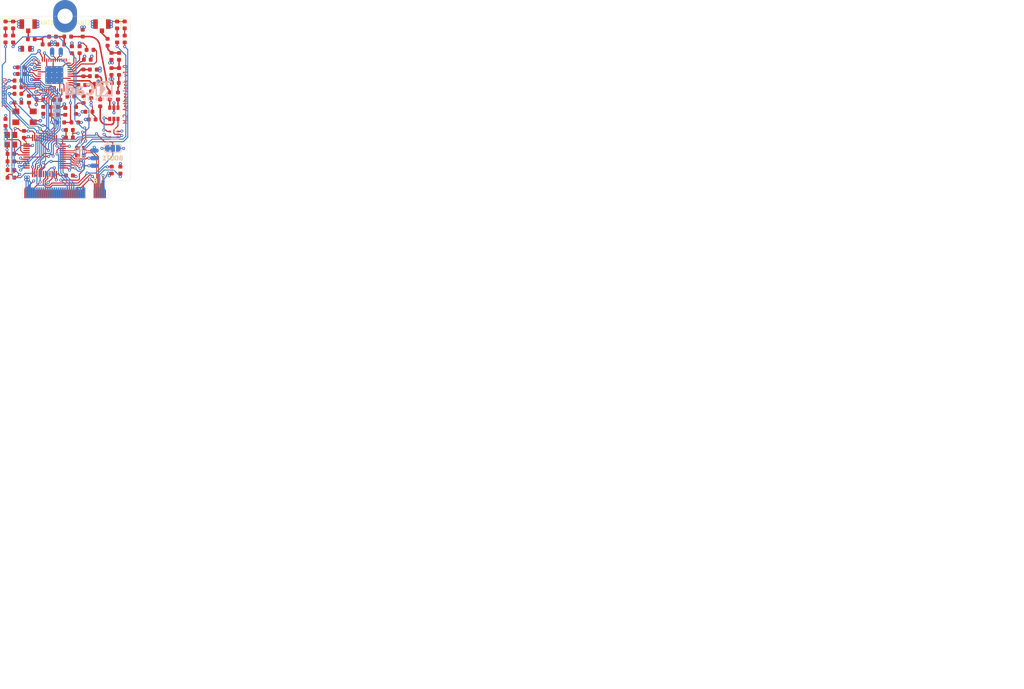
<source format=kicad_pcb>
(kicad_pcb (version 20171130) (host pcbnew "(5.1.4-113-gf2e75c96b)")
  (title_block (title AetherJack) (rev v1.1))
  (layers (0 F.Cu signal) (1 GND power) (2 VCC power) (31 B.Cu signal) (34 B.Paste user) (35 F.Paste user) (36 B.SilkS user) (37 F.SilkS user) (38 B.Mask user hide) (39 F.Mask user) (44 Edge.Cuts user))
  (net 0 "")
  (net 1 +3V3)
  (net 2 GND)
  (net 3 "/Radio Tranceiver/ANT_A")
  (net 4 "/Radio Tranceiver/ANT_B")
  (net 5 "/Radio Tranceiver/RF_RXTX")
  (net 6 "/M.2 NGFF Fingers/CONFIG_3")
  (net 7 "/Radio Tranceiver/ADF_DATA_IO")
  (net 8 "/Radio Tranceiver/ADF_DATA_CLK")
  (net 9 "/Radio Tranceiver/ADF_CLKOUT")
  (net 10 "/M.2 NGFF Fingers/USB_D+")
  (net 11 /Microcontroller/USB_OTG_FS_D+)
  (net 12 /Microcontroller/USB_OTG_FS_D-)
  (net 13 "/M.2 NGFF Fingers/USB_D-")
  (net 14 /Microcontroller/LED_A_TX)
  (net 15 /Microcontroller/LED0)
  (net 16 /Microcontroller/LED_A_RX)
  (net 17 /Microcontroller/LED_B_TX)
  (net 18 /Microcontroller/LED_B_RX)
  (net 19 /Microcontroller/BOOT1)
  (net 20 /Microcontroller/SWDIO)
  (net 21 /Microcontroller/SWCLK)
  (net 22 /Microcontroller/STM_RESET)
  (net 23 /Microcontroller/LED1)
  (net 24 "/M.2 NGFF Fingers/RESET#")
  (net 25 /Microcontroller/ADF1_ANT_SELECT)
  (net 26 /Microcontroller/ADF1_MUXOUT)
  (net 27 /Microcontroller/ADF1_SWD)
  (net 28 /Microcontroller/ADF1_SCLK)
  (net 29 /Microcontroller/ADF1_SREAD)
  (net 30 /Microcontroller/ADF1_SDATA)
  (net 31 /Microcontroller/ADF1_SLE)
  (net 32 /Microcontroller/ADF1_CE)
  (net 33 /Microcontroller/ADF1_TEST_A)
  (net 34 /Microcontroller/BOOT0)
  (net 35 /Microcontroller/UART_TX)
  (net 36 /Microcontroller/UART1_RX)
  (net 37 "Net-(C201-Pad1)")
  (net 38 "Net-(C202-Pad1)")
  (net 39 "Net-(C402-Pad1)")
  (net 40 "Net-(C403-Pad1)")
  (net 41 "Net-(C406-Pad2)")
  (net 42 "Net-(C412-Pad2)")
  (net 43 "Net-(C421-Pad2)")
  (net 44 "Net-(D201-Pad2)")
  (net 45 "Net-(D202-Pad2)")
  (net 46 "Net-(D203-Pad2)")
  (net 47 "Net-(D204-Pad2)")
  (net 48 "Net-(D205-Pad2)")
  (net 49 "Net-(R301-Pad2)")
  (net 50 "Net-(R302-Pad1)")
  (net 51 "Net-(TP401-Pad1)")
  (net 52 "Net-(TP402-Pad1)")
  (net 53 "Net-(U201-Pad46)")
  (net 54 "Net-(U201-Pad45)")
  (net 55 "Net-(U201-Pad43)")
  (net 56 "Net-(U201-Pad42)")
  (net 57 "Net-(U201-Pad21)")
  (net 58 "Net-(U201-Pad18)")
  (net 59 "Net-(U201-Pad10)")
  (net 60 "Net-(U201-Pad4)")
  (net 61 "Net-(U201-Pad3)")
  (net 62 "Net-(U301-Pad68)")
  (net 63 "Net-(U301-Pad66)")
  (net 64 "Net-(U301-Pad64)")
  (net 65 "Net-(U301-Pad62)")
  (net 66 "Net-(U301-Pad60)")
  (net 67 "Net-(U301-Pad58)")
  (net 68 "Net-(U301-Pad56)")
  (net 69 "Net-(U301-Pad54)")
  (net 70 "Net-(U301-Pad52)")
  (net 71 "Net-(U301-Pad50)")
  (net 72 "Net-(U301-Pad48)")
  (net 73 "Net-(U301-Pad46)")
  (net 74 "Net-(U301-Pad44)")
  (net 75 "Net-(U301-Pad42)")
  (net 76 "Net-(U301-Pad40)")
  (net 77 "Net-(U301-Pad38)")
  (net 78 "Net-(U301-Pad28)")
  (net 79 "Net-(U301-Pad26)")
  (net 80 "Net-(U301-Pad24)")
  (net 81 "Net-(U301-Pad22)")
  (net 82 "Net-(U301-Pad20)")
  (net 83 "Net-(U301-Pad65)")
  (net 84 "Net-(U301-Pad63)")
  (net 85 "Net-(U301-Pad61)")
  (net 86 "Net-(U301-Pad59)")
  (net 87 "Net-(U301-Pad55)")
  (net 88 "Net-(U301-Pad53)")
  (net 89 "Net-(U301-Pad49)")
  (net 90 "Net-(U301-Pad47)")
  (net 91 "Net-(U301-Pad43)")
  (net 92 "Net-(U301-Pad41)")
  (net 93 "Net-(U301-Pad37)")
  (net 94 "Net-(U301-Pad35)")
  (net 95 "Net-(U301-Pad31)")
  (net 96 "Net-(U301-Pad29)")
  (net 97 "Net-(U301-Pad25)")
  (net 98 "Net-(U301-Pad23)")
  (net 99 "Net-(U401-Pad4)")
  (net 100 "Net-(U402-Pad1)")
  (net 101 "Net-(C404-Pad1)")
  (net 102 "Net-(C405-Pad1)")
  (net 103 "Net-(C409-Pad2)")
  (net 104 "Net-(C411-Pad1)")
  (net 105 "Net-(C413-Pad1)")
  (net 106 "Net-(C416-Pad1)")
  (net 107 "Net-(C417-Pad1)")
  (net 108 "Net-(C418-Pad1)")
  (net 109 "Net-(C418-Pad2)")
  (net 110 "Net-(C419-Pad1)")
  (net 111 "Net-(C420-Pad1)")
  (net 112 "Net-(C421-Pad1)")
  (net 113 "Net-(C423-Pad1)")
  (net 114 "Net-(C424-Pad1)")
  (net 115 "Net-(L406-Pad1)")
  (net 116 "Net-(L406-Pad2)")
  (net 117 "Net-(R401-Pad1)")
  (net 118 "Net-(R403-Pad1)")
  (net 119 "Net-(R406-Pad2)")
  (net 120 "Net-(R407-Pad2)")
  (net 121 "Net-(R408-Pad2)")
  (net 122 "Net-(U403-Pad13)")
  (net 123 "Net-(U403-Pad14)")
  (net 124 "Net-(U403-Pad15)")
  (net 125 "Net-(U403-Pad16)")
  (net 126 "Net-(U403-Pad20)")
  (net 127 "Net-(U403-Pad21)")
  (net 128 "Net-(U403-Pad30)")
  (net 129 "Net-(U403-Pad38)")
  (net 130 "Net-(X401-Pad1)")
  (net 131 "/Radio Tranceiver/RF_A")
  (net 132 "/Radio Tranceiver/RF_B")
  (net 133 "Net-(C427-Pad1)")
  (net 134 "Net-(C428-Pad1)")
  (net 135 "Net-(LOGO401-Pad1)")
  (net 136 "Net-(U301-Pad51)")
  (net 137 "Net-(U301-Pad45)")
  (net 138 "Net-(U301-Pad39)")
  (net 139 "Net-(U301-Pad33)")
  (net 140 "Net-(U301-Pad57)")
  (module M.2:M.2_Key_B_Fingers (layer F.Cu) (at 11 42)
    (fp_text reference U301 hide)
    (fp_text value M.2_NGFF_Socket2_KeyB_SSIC_Adapter hide)
    (pad "" np_thru_hole oval (at 5.625 -1.45) (size 1.2 4.1) (drill oval 1.2 4.1) (layers *.Cu *.Mask))
    (pad 74 connect rect (at -9 -1.25) (size 0.35 2.5) (layers B.Cu B.Mask) (net 1 +3V3) (clearance 0.14))
    (pad 72 connect rect (at -8.5 -1.25) (size 0.35 2.5) (layers B.Cu B.Mask) (net 1 +3V3) (clearance 0.14))
    (pad 70 connect rect (at -8 -1.25) (size 0.35 2.5) (layers B.Cu B.Mask) (net 1 +3V3) (clearance 0.14))
    (pad 68 connect rect (at -7.5 -1.25) (size 0.35 2.5) (layers B.Cu B.Mask) (net 62 "Net-(U301-Pad68)") (clearance 0.14))
    (pad 66 connect rect (at -7 -1.25) (size 0.35 2.5) (layers B.Cu B.Mask) (net 63 "Net-(U301-Pad66)") (clearance 0.14))
    (pad 64 connect rect (at -6.5 -1.25) (size 0.35 2.5) (layers B.Cu B.Mask) (net 64 "Net-(U301-Pad64)") (clearance 0.14))
    (pad 62 connect rect (at -6 -1.25) (size 0.35 2.5) (layers B.Cu B.Mask) (net 65 "Net-(U301-Pad62)") (clearance 0.14))
    (pad 60 connect rect (at -5.5 -1.25) (size 0.35 2.5) (layers B.Cu B.Mask) (net 66 "Net-(U301-Pad60)") (clearance 0.14))
    (pad 58 connect rect (at -5 -1.25) (size 0.35 2.5) (layers B.Cu B.Mask) (net 67 "Net-(U301-Pad58)") (clearance 0.14))
    (pad 56 connect rect (at -4.5 -1.25) (size 0.35 2.5) (layers B.Cu B.Mask) (net 68 "Net-(U301-Pad56)") (clearance 0.14))
    (pad 54 connect rect (at -4 -1.25) (size 0.35 2.5) (layers B.Cu B.Mask) (net 69 "Net-(U301-Pad54)") (clearance 0.14))
    (pad 52 connect rect (at -3.5 -1.25) (size 0.35 2.5) (layers B.Cu B.Mask) (net 70 "Net-(U301-Pad52)") (clearance 0.14))
    (pad 50 connect rect (at -3 -1.25) (size 0.35 2.5) (layers B.Cu B.Mask) (net 71 "Net-(U301-Pad50)") (clearance 0.14))
    (pad 48 connect rect (at -2.5 -1.25) (size 0.35 2.5) (layers B.Cu B.Mask) (net 72 "Net-(U301-Pad48)") (clearance 0.14))
    (pad 46 connect rect (at -2 -1.25) (size 0.35 2.5) (layers B.Cu B.Mask) (net 73 "Net-(U301-Pad46)") (clearance 0.14))
    (pad 44 connect rect (at -1.5 -1.25) (size 0.35 2.5) (layers B.Cu B.Mask) (net 74 "Net-(U301-Pad44)") (clearance 0.14))
    (pad 42 connect rect (at -1 -1.25) (size 0.35 2.5) (layers B.Cu B.Mask) (net 75 "Net-(U301-Pad42)") (clearance 0.14))
    (pad 40 connect rect (at -0.5 -1.25) (size 0.35 2.5) (layers B.Cu B.Mask) (net 76 "Net-(U301-Pad40)") (clearance 0.14))
    (pad 38 connect rect (at 0 -1.25) (size 0.35 2.5) (layers B.Cu B.Mask) (net 77 "Net-(U301-Pad38)") (clearance 0.14))
    (pad 36 connect rect (at 0.5 -1.25) (size 0.35 2.5) (layers B.Cu B.Mask) (net 35 /Microcontroller/UART_TX) (clearance 0.14))
    (pad 34 connect rect (at 1 -1.25) (size 0.35 2.5) (layers B.Cu B.Mask) (net 20 /Microcontroller/SWDIO) (clearance 0.14))
    (pad 32 connect rect (at 1.5 -1.25) (size 0.35 2.5) (layers B.Cu B.Mask) (net 21 /Microcontroller/SWCLK) (clearance 0.14))
    (pad 30 connect rect (at 2 -1.25) (size 0.35 2.5) (layers B.Cu B.Mask) (net 22 /Microcontroller/STM_RESET) (clearance 0.14))
    (pad 28 connect rect (at 2.5 -1.25) (size 0.35 2.5) (layers B.Cu B.Mask) (net 78 "Net-(U301-Pad28)") (clearance 0.14))
    (pad 26 connect rect (at 3 -1.25) (size 0.35 2.5) (layers B.Cu B.Mask) (net 79 "Net-(U301-Pad26)") (clearance 0.14))
    (pad 24 connect rect (at 3.5 -1.25) (size 0.35 2.5) (layers B.Cu B.Mask) (net 80 "Net-(U301-Pad24)") (clearance 0.14))
    (pad 22 connect rect (at 4 -1.25) (size 0.35 2.5) (layers B.Cu B.Mask) (net 81 "Net-(U301-Pad22)") (clearance 0.14))
    (pad 20 connect rect (at 4.5 -1.25) (size 0.35 2.5) (layers B.Cu B.Mask) (net 82 "Net-(U301-Pad20)") (clearance 0.14))
    (pad 10 connect rect (at 7 -1.25) (size 0.35 2.5) (layers B.Cu B.Mask) (net 23 /Microcontroller/LED1) (clearance 0.14))
    (pad 8 connect rect (at 7.5 -1.25) (size 0.35 2.5) (layers B.Cu B.Mask) (net 49 "Net-(R301-Pad2)") (clearance 0.14))
    (pad 6 connect rect (at 8 -1.25) (size 0.35 2.5) (layers B.Cu B.Mask) (net 50 "Net-(R302-Pad1)") (clearance 0.14))
    (pad 4 connect rect (at 8.5 -1.25) (size 0.35 2.5) (layers B.Cu B.Mask) (net 1 +3V3) (clearance 0.14))
    (pad 75 connect rect (at -9.25 -1) (size 0.35 2) (layers F.Cu F.Mask) (net 2 GND) (clearance 0.14))
    (pad 73 connect rect (at -8.75 -1) (size 0.35 2) (layers F.Cu F.Mask) (net 2 GND) (clearance 0.14))
    (pad 71 connect rect (at -8.25 -1) (size 0.35 2) (layers F.Cu F.Mask) (net 2 GND) (clearance 0.14))
    (pad 69 connect rect (at -7.75 -1) (size 0.35 2) (layers F.Cu F.Mask) (net 2 GND) (clearance 0.14))
    (pad 67 connect rect (at -7.25 -1) (size 0.35 2) (layers F.Cu F.Mask) (net 24 "/M.2 NGFF Fingers/RESET#") (clearance 0.14))
    (pad 65 connect rect (at -6.75 -1) (size 0.35 2) (layers F.Cu F.Mask) (net 83 "Net-(U301-Pad65)") (clearance 0.14))
    (pad 63 connect rect (at -6.25 -1) (size 0.35 2) (layers F.Cu F.Mask) (net 84 "Net-(U301-Pad63)") (clearance 0.14))
    (pad 61 connect rect (at -5.75 -1) (size 0.35 2) (layers F.Cu F.Mask) (net 85 "Net-(U301-Pad61)") (clearance 0.14))
    (pad 59 connect rect (at -5.25 -1) (size 0.35 2) (layers F.Cu F.Mask) (net 86 "Net-(U301-Pad59)") (clearance 0.14))
    (pad 57 connect rect (at -4.75 -1) (size 0.35 2) (layers F.Cu F.Mask) (net 140 "Net-(U301-Pad57)") (clearance 0.14))
    (pad 55 connect rect (at -4.25 -1) (size 0.35 2) (layers F.Cu F.Mask) (net 87 "Net-(U301-Pad55)") (clearance 0.14))
    (pad 53 connect rect (at -3.75 -1) (size 0.35 2) (layers F.Cu F.Mask) (net 88 "Net-(U301-Pad53)") (clearance 0.14))
    (pad 51 connect rect (at -3.25 -1) (size 0.35 2) (layers F.Cu F.Mask) (net 136 "Net-(U301-Pad51)") (clearance 0.14))
    (pad 49 connect rect (at -2.75 -1) (size 0.35 2) (layers F.Cu F.Mask) (net 89 "Net-(U301-Pad49)") (clearance 0.14))
    (pad 47 connect rect (at -2.25 -1) (size 0.35 2) (layers F.Cu F.Mask) (net 90 "Net-(U301-Pad47)") (clearance 0.14))
    (pad 45 connect rect (at -1.75 -1) (size 0.35 2) (layers F.Cu F.Mask) (net 137 "Net-(U301-Pad45)") (clearance 0.14))
    (pad 43 connect rect (at -1.25 -1) (size 0.35 2) (layers F.Cu F.Mask) (net 91 "Net-(U301-Pad43)") (clearance 0.14))
    (pad 41 connect rect (at -0.75 -1) (size 0.35 2) (layers F.Cu F.Mask) (net 92 "Net-(U301-Pad41)") (clearance 0.14))
    (pad 39 connect rect (at -0.25 -1) (size 0.35 2) (layers F.Cu F.Mask) (net 138 "Net-(U301-Pad39)") (clearance 0.14))
    (pad 37 connect rect (at 0.25 -1) (size 0.35 2) (layers F.Cu F.Mask) (net 93 "Net-(U301-Pad37)") (clearance 0.14))
    (pad 35 connect rect (at 0.75 -1) (size 0.35 2) (layers F.Cu F.Mask) (net 94 "Net-(U301-Pad35)") (clearance 0.14))
    (pad 33 connect rect (at 1.25 -1) (size 0.35 2) (layers F.Cu F.Mask) (net 139 "Net-(U301-Pad33)") (clearance 0.14))
    (pad 31 connect rect (at 1.75 -1) (size 0.35 2) (layers F.Cu F.Mask) (net 95 "Net-(U301-Pad31)") (clearance 0.14))
    (pad 29 connect rect (at 2.25 -1) (size 0.35 2) (layers F.Cu F.Mask) (net 96 "Net-(U301-Pad29)") (clearance 0.14))
    (pad 27 connect rect (at 2.75 -1) (size 0.35 2) (layers F.Cu F.Mask) (net 2 GND) (clearance 0.14))
    (pad 25 connect rect (at 3.25 -1) (size 0.35 2) (layers F.Cu F.Mask) (net 97 "Net-(U301-Pad25)") (clearance 0.14))
    (pad 23 connect rect (at 3.75 -1) (size 0.35 2) (layers F.Cu F.Mask) (net 98 "Net-(U301-Pad23)") (clearance 0.14))
    (pad 21 connect rect (at 4.25 -1) (size 0.35 2) (layers F.Cu F.Mask) (net 2 GND) (clearance 0.14))
    (pad 11 connect rect (at 6.75 -1) (size 0.35 2) (layers F.Cu F.Mask) (net 2 GND) (clearance 0.14))
    (pad 9 connect rect (at 7.25 -1) (size 0.35 2) (layers F.Cu F.Mask) (net 13 "/M.2 NGFF Fingers/USB_D-") (clearance 0.14))
    (pad 7 connect rect (at 7.75 -1) (size 0.35 2) (layers F.Cu F.Mask) (net 10 "/M.2 NGFF Fingers/USB_D+") (clearance 0.14))
    (pad 5 connect rect (at 8.25 -1) (size 0.35 2) (layers F.Cu F.Mask) (net 2 GND) (clearance 0.14))
    (pad 3 connect rect (at 8.75 -1) (size 0.35 2) (layers F.Cu F.Mask) (net 2 GND) (clearance 0.14))
    (pad 1 connect rect (at 9.25 -1) (size 0.35 2) (layers F.Cu F.Mask) (net 6 "/M.2 NGFF Fingers/CONFIG_3") (clearance 0.14))
    (pad 2 connect rect (at 9 -1.25) (size 0.35 2.5) (layers B.Cu B.Mask) (net 1 +3V3) (clearance 0.14))
  )
  (module Capacitor_SMD:C_0805_2012Metric (layer F.Cu) (at 2 7.5 180)
    (fp_text reference C401 hide)
    (fp_text value 10uF)
    (pad 2 smd roundrect (at 0.9375 0 180) (size 0.975 1.4) (layers F.Cu F.Paste F.Mask) (net 2 GND))
    (pad 1 smd roundrect (at -0.9375 0 180) (size 0.975 1.4) (layers F.Cu F.Paste F.Mask) (net 1 +3V3))
  )
  (module aausat:KiCad-Logo_Back (layer B.Cu) (at 16.5 16.5 180)
    (fp_text reference LOGO401 hide)
    (fp_text value TestPoint_Alt_Short hide)
    (fp_text user "DESIGNED WITH" (at 0 -2.6 unlocked) (layer B.SilkS) (effects (font (size 0.5 0.97) (thickness 0.125)) (justify mirror)))
    (pad 1 smd circle (at -2.17 1.49 180) (size 0.9 0.9) (layers B.Cu B.Mask) (net 135 "Net-(LOGO401-Pad1)"))
  )
  (module Inductor_SMD:L_0603_1608Metric (layer F.Cu) (at 11.6 4.7)
    (fp_text reference L409 hide)
    (fp_text value 20nH)
    (pad 2 smd roundrect (at 0.7875 0) (size 0.875 0.95) (layers F.Cu F.Paste F.Mask) (net 131 "/Radio Tranceiver/RF_A"))
    (pad 1 smd roundrect (at -0.7875 0) (size 0.875 0.95) (layers F.Cu F.Paste F.Mask) (net 134 "Net-(C428-Pad1)"))
  )
  (module Inductor_SMD:L_0603_1608Metric (layer F.Cu) (at 8.1 4.7)
    (fp_text reference L408 hide)
    (fp_text value 22nH)
    (pad 2 smd roundrect (at 0.7875 0) (size 0.875 0.95) (layers F.Cu F.Paste F.Mask) (net 134 "Net-(C428-Pad1)"))
    (pad 1 smd roundrect (at -0.7875 0) (size 0.875 0.95) (layers F.Cu F.Paste F.Mask) (net 133 "Net-(C427-Pad1)"))
  )
  (module Inductor_SMD:L_0603_1608Metric (layer F.Cu) (at 3.2 5.3)
    (fp_text reference L407 hide)
    (fp_text value 0R)
    (pad 2 smd roundrect (at 0.7875 0) (size 0.875 0.95) (layers F.Cu F.Paste F.Mask) (net 133 "Net-(C427-Pad1)"))
    (pad 1 smd roundrect (at -0.7875 0) (size 0.875 0.95) (layers F.Cu F.Paste F.Mask) (net 3 "/Radio Tranceiver/ANT_A"))
  )
  (module Capacitor_SMD:C_0603_1608Metric (layer F.Cu) (at 15.05 3.9 90)
    (fp_text reference C429 hide)
    (fp_text value C)
    (pad 2 smd roundrect (at 0.7875 0 90) (size 0.875 0.95) (layers F.Cu F.Paste F.Mask) (net 2 GND))
    (pad 1 smd roundrect (at -0.7875 0 90) (size 0.875 0.95) (layers F.Cu F.Paste F.Mask) (net 131 "/Radio Tranceiver/RF_A"))
  )
  (module Capacitor_SMD:C_0603_1608Metric (layer F.Cu) (at 10 6.5 180)
    (fp_text reference C428 hide)
    (fp_text value 6.8pF)
    (pad 2 smd roundrect (at 0.7875 0 180) (size 0.875 0.95) (layers F.Cu F.Paste F.Mask) (net 2 GND))
    (pad 1 smd roundrect (at -0.7875 0 180) (size 0.875 0.95) (layers F.Cu F.Paste F.Mask) (net 134 "Net-(C428-Pad1)"))
  )
  (module Capacitor_SMD:C_0603_1608Metric (layer F.Cu) (at 6.6 6.5)
    (fp_text reference C427 hide)
    (fp_text value C)
    (pad 2 smd roundrect (at 0.7875 0) (size 0.875 0.95) (layers F.Cu F.Paste F.Mask) (net 2 GND))
    (pad 1 smd roundrect (at -0.7875 0) (size 0.875 0.95) (layers F.Cu F.Paste F.Mask) (net 133 "Net-(C427-Pad1)"))
  )
  (module aausat:TestPad (layer B.Cu) (at 8 8.2 270)
    (fp_text reference TP402 hide)
    (fp_text value ~FILT_I)
    (pad 1 connect oval (at 0 0 270) (size 2 1) (layers B.Cu B.Mask) (net 52 "Net-(TP402-Pad1)"))
  )
  (module aausat:TestPad (layer B.Cu) (at 10 8.2 270)
    (fp_text reference TP401 hide)
    (fp_text value FILT_I)
    (pad 1 connect oval (at 0 0 270) (size 2 1) (layers B.Cu B.Mask) (net 51 "Net-(TP401-Pad1)"))
  )
  (module aausat:TestPad (layer B.Cu) (at 17.75 31 180)
    (fp_text reference TP203 hide)
    (fp_text value GND (at 3.068 0.04) (layer B.SilkS) (effects (justify mirror)))
    (pad 1 connect oval (at 0 0 180) (size 2 1) (layers B.Cu B.Mask) (net 2 GND))
  )
  (module aausat:TestPad (layer B.Cu) (at 17.75 32.75 180)
    (fp_text reference TP202 hide)
    (fp_text value RX (at 3.068 0.04) (layer B.SilkS) (effects (justify mirror)))
    (pad 1 connect oval (at 0 0 180) (size 2 1) (layers B.Cu B.Mask) (net 36 /Microcontroller/UART1_RX))
  )
  (module aausat:TestPad (layer B.Cu) (at 17.75 34.5 180)
    (fp_text reference TP201 hide)
    (fp_text value TX (at 3.068 0.04) (layer B.SilkS) (effects (justify mirror)))
    (pad 1 connect oval (at 0 0 180) (size 2 1) (layers B.Cu B.Mask) (net 35 /Microcontroller/UART_TX))
  )
  (module Capacitor_SMD:C_0603_1608Metric (layer F.Cu) (at 5.198 19.166 180)
    (fp_text reference C425 hide)
    (fp_text value 10nF)
    (pad 1 smd roundrect (at -0.7875 0 180) (size 0.875 0.95) (layers F.Cu F.Paste F.Mask) (net 1 +3V3))
    (pad 2 smd roundrect (at 0.7875 0 180) (size 0.875 0.95) (layers F.Cu F.Paste F.Mask) (net 2 GND))
  )
  (module Resistor_SMD:R_0603_1608Metric (layer F.Cu) (at 15.25 19.25 270)
    (fp_text reference R402 hide)
    (fp_text value 3R9)
    (pad 1 smd roundrect (at -0.7875 0 270) (size 0.875 0.95) (layers F.Cu F.Paste F.Mask) (net 109 "Net-(C418-Pad2)"))
    (pad 2 smd roundrect (at 0.7875 0 270) (size 0.875 0.95) (layers F.Cu F.Paste F.Mask) (net 105 "Net-(C413-Pad1)"))
  )
  (module Resistor_SMD:R_0603_1608Metric (layer F.Cu) (at 14.342 7.736 90)
    (fp_text reference R403 hide)
    (fp_text value 3K6)
    (pad 1 smd roundrect (at -0.7875 0 90) (size 0.875 0.95) (layers F.Cu F.Paste F.Mask) (net 118 "Net-(R403-Pad1)"))
    (pad 2 smd roundrect (at 0.7875 0 90) (size 0.875 0.95) (layers F.Cu F.Paste F.Mask) (net 2 GND))
  )
  (module Capacitor_SMD:C_0603_1608Metric (layer F.Cu) (at 8.5 20.944)
    (fp_text reference C420 hide)
    (fp_text value 1nF)
    (pad 1 smd roundrect (at -0.7875 0) (size 0.875 0.95) (layers F.Cu F.Paste F.Mask) (net 111 "Net-(C420-Pad1)"))
    (pad 2 smd roundrect (at 0.7875 0) (size 0.875 0.95) (layers F.Cu F.Paste F.Mask) (net 2 GND))
  )
  (module Capacitor_SMD:C_0603_1608Metric (layer F.Cu) (at 17.25 23.816 180)
    (fp_text reference C408 hide)
    (fp_text value 10nF)
    (pad 2 smd roundrect (at 0.7875 0 180) (size 0.875 0.95) (layers F.Cu F.Paste F.Mask) (net 2 GND))
    (pad 1 smd roundrect (at -0.7875 0 180) (size 0.875 0.95) (layers F.Cu F.Paste F.Mask) (net 1 +3V3))
  )
  (module Capacitor_SMD:C_0603_1608Metric (layer F.Cu) (at 5.96 21.706 270)
    (fp_text reference C423 hide)
    (fp_text value 100nF)
    (pad 1 smd roundrect (at -0.7875 0 270) (size 0.875 0.95) (layers F.Cu F.Paste F.Mask) (net 113 "Net-(C423-Pad1)"))
    (pad 2 smd roundrect (at 0.7875 0 270) (size 0.875 0.95) (layers F.Cu F.Paste F.Mask) (net 2 GND))
  )
  (module Resistor_SMD:R_0603_1608Metric (layer F.Cu) (at 0.118 14.848)
    (fp_text reference R406 hide)
    (fp_text value 1K)
    (pad 1 smd roundrect (at -0.7875 0) (size 0.875 0.95) (layers F.Cu F.Paste F.Mask) (net 7 "/Radio Tranceiver/ADF_DATA_IO"))
    (pad 2 smd roundrect (at 0.7875 0) (size 0.875 0.95) (layers F.Cu F.Paste F.Mask) (net 119 "Net-(R406-Pad2)"))
  )
  (module Capacitor_SMD:C_0603_1608Metric (layer F.Cu) (at 0.88 11.8 180)
    (fp_text reference C424 hide)
    (fp_text value 100nF)
    (pad 1 smd roundrect (at -0.7875 0 180) (size 0.875 0.95) (layers F.Cu F.Paste F.Mask) (net 114 "Net-(C424-Pad1)"))
    (pad 2 smd roundrect (at 0.7875 0 180) (size 0.875 0.95) (layers F.Cu F.Paste F.Mask) (net 2 GND))
  )
  (module Resistor_SMD:R_0603_1608Metric (layer F.Cu) (at 0.118 17.896)
    (fp_text reference R408 hide)
    (fp_text value 1K)
    (pad 1 smd roundrect (at -0.7875 0) (size 0.875 0.95) (layers F.Cu F.Paste F.Mask) (net 9 "/Radio Tranceiver/ADF_CLKOUT"))
    (pad 2 smd roundrect (at 0.7875 0) (size 0.875 0.95) (layers F.Cu F.Paste F.Mask) (net 121 "Net-(R408-Pad2)"))
  )
  (module Resistor_SMD:R_0603_1608Metric (layer F.Cu) (at 10 24.5)
    (fp_text reference R404 hide)
    (fp_text value 560R)
    (pad 1 smd roundrect (at -0.7875 0) (size 0.875 0.95) (layers F.Cu F.Paste F.Mask) (net 111 "Net-(C420-Pad1)"))
    (pad 2 smd roundrect (at 0.7875 0) (size 0.875 0.95) (layers F.Cu F.Paste F.Mask) (net 107 "Net-(C417-Pad1)"))
  )
  (module Capacitor_SMD:C_0603_1608Metric (layer F.Cu) (at 16.5 22.038 180)
    (fp_text reference C410 hide)
    (fp_text value 220pF)
    (pad 2 smd roundrect (at 0.7875 0 180) (size 0.875 0.95) (layers F.Cu F.Paste F.Mask) (net 2 GND))
    (pad 1 smd roundrect (at -0.7875 0 180) (size 0.875 0.95) (layers F.Cu F.Paste F.Mask) (net 1 +3V3))
  )
  (module Capacitor_SMD:C_0603_1608Metric (layer F.Cu) (at 13.25 24.5)
    (fp_text reference C417 hide)
    (fp_text value 470pF)
    (pad 1 smd roundrect (at -0.7875 0) (size 0.875 0.95) (layers F.Cu F.Paste F.Mask) (net 107 "Net-(C417-Pad1)"))
    (pad 2 smd roundrect (at 0.7875 0) (size 0.875 0.95) (layers F.Cu F.Paste F.Mask) (net 2 GND))
  )
  (module Capacitor_SMD:C_0603_1608Metric (layer F.Cu) (at 0.88 13.324 180)
    (fp_text reference C426 hide)
    (fp_text value 10nF)
    (pad 1 smd roundrect (at -0.7875 0 180) (size 0.875 0.95) (layers F.Cu F.Paste F.Mask) (net 1 +3V3))
    (pad 2 smd roundrect (at 0.7875 0 180) (size 0.875 0.95) (layers F.Cu F.Paste F.Mask) (net 2 GND))
  )
  (module Capacitor_SMD:C_0603_1608Metric (layer F.Cu) (at 2.658 19.166 90)
    (fp_text reference C421 hide)
    (fp_text value 22pF)
    (pad 1 smd roundrect (at -0.7875 0 90) (size 0.875 0.95) (layers F.Cu F.Paste F.Mask) (net 112 "Net-(C421-Pad1)"))
    (pad 2 smd roundrect (at 0.7875 0 90) (size 0.875 0.95) (layers F.Cu F.Paste F.Mask) (net 43 "Net-(C421-Pad2)"))
  )
  (module Capacitor_SMD:C_0603_1608Metric (layer F.Cu) (at 0.118 19.928)
    (fp_text reference C422 hide)
    (fp_text value 10nF)
    (pad 1 smd roundrect (at -0.7875 0) (size 0.875 0.95) (layers F.Cu F.Paste F.Mask) (net 1 +3V3))
    (pad 2 smd roundrect (at 0.7875 0) (size 0.875 0.95) (layers F.Cu F.Paste F.Mask) (net 2 GND))
  )
  (module Resistor_SMD:R_0603_1608Metric (layer F.Cu) (at 16.75 7.75 180)
    (fp_text reference R401 hide)
    (fp_text value 1K1)
    (pad 1 smd roundrect (at -0.7875 0 180) (size 0.875 0.95) (layers F.Cu F.Paste F.Mask) (net 117 "Net-(R401-Pad1)"))
    (pad 2 smd roundrect (at 0.7875 0 180) (size 0.875 0.95) (layers F.Cu F.Paste F.Mask) (net 2 GND))
  )
  (module Capacitor_SMD:C_0603_1608Metric (layer F.Cu) (at 11.04 21.96 90)
    (fp_text reference C419 hide)
    (fp_text value 15nF)
    (pad 1 smd roundrect (at -0.7875 0 90) (size 0.875 0.95) (layers F.Cu F.Paste F.Mask) (net 110 "Net-(C419-Pad1)"))
    (pad 2 smd roundrect (at 0.7875 0 90) (size 0.875 0.95) (layers F.Cu F.Paste F.Mask) (net 2 GND))
  )
  (module Resistor_SMD:R_0603_1608Metric (layer F.Cu) (at 8.5255 22.722)
    (fp_text reference R405 hide)
    (fp_text value 270R)
    (pad 1 smd roundrect (at -0.7875 0) (size 0.875 0.95) (layers F.Cu F.Paste F.Mask) (net 111 "Net-(C420-Pad1)"))
    (pad 2 smd roundrect (at 0.7875 0) (size 0.875 0.95) (layers F.Cu F.Paste F.Mask) (net 110 "Net-(C419-Pad1)"))
  )
  (module Resistor_SMD:R_0603_1608Metric (layer F.Cu) (at 0.118 16.372)
    (fp_text reference R407 hide)
    (fp_text value 1K)
    (pad 1 smd roundrect (at -0.7875 0) (size 0.875 0.95) (layers F.Cu F.Paste F.Mask) (net 8 "/Radio Tranceiver/ADF_DATA_CLK"))
    (pad 2 smd roundrect (at 0.7875 0) (size 0.875 0.95) (layers F.Cu F.Paste F.Mask) (net 120 "Net-(R407-Pad2)"))
  )
  (module Package_CSP:LFCSP-48-1EP_7x7mm_P0.5mm_EP4.1x4.1mm_ThermalVias (layer F.Cu) (at 8.5 13.578 180)
    (fp_text reference U403 hide)
    (fp_text value ADF7021BCPZ)
    (pad 49 smd roundrect (at 0 0 180) (size 4.1 4.1) (layers F.Cu F.Mask) (roundrect_rratio 0.060976) (net 2 GND))
    (pad 49 thru_hole circle (at -1.8 -1.8 180) (size 0.5 0.5) (drill 0.2) (layers *.Cu) (net 2 GND))
    (pad 49 thru_hole circle (at -0.6 -1.8 180) (size 0.5 0.5) (drill 0.2) (layers *.Cu) (net 2 GND))
    (pad 49 thru_hole circle (at 0.6 -1.8 180) (size 0.5 0.5) (drill 0.2) (layers *.Cu) (net 2 GND))
    (pad 49 thru_hole circle (at 1.8 -1.8 180) (size 0.5 0.5) (drill 0.2) (layers *.Cu) (net 2 GND))
    (pad 49 thru_hole circle (at -1.8 -0.6 180) (size 0.5 0.5) (drill 0.2) (layers *.Cu) (net 2 GND))
    (pad 49 thru_hole circle (at -0.6 -0.6 180) (size 0.5 0.5) (drill 0.2) (layers *.Cu) (net 2 GND))
    (pad 49 thru_hole circle (at 0.6 -0.6 180) (size 0.5 0.5) (drill 0.2) (layers *.Cu) (net 2 GND))
    (pad 49 thru_hole circle (at 1.8 -0.6 180) (size 0.5 0.5) (drill 0.2) (layers *.Cu) (net 2 GND))
    (pad 49 thru_hole circle (at -1.8 0.6 180) (size 0.5 0.5) (drill 0.2) (layers *.Cu) (net 2 GND))
    (pad 49 thru_hole circle (at -0.6 0.6 180) (size 0.5 0.5) (drill 0.2) (layers *.Cu) (net 2 GND))
    (pad 49 thru_hole circle (at 0.6 0.6 180) (size 0.5 0.5) (drill 0.2) (layers *.Cu) (net 2 GND))
    (pad 49 thru_hole circle (at 1.8 0.6 180) (size 0.5 0.5) (drill 0.2) (layers *.Cu) (net 2 GND))
    (pad 49 thru_hole circle (at -1.8 1.8 180) (size 0.5 0.5) (drill 0.2) (layers *.Cu) (net 2 GND))
    (pad 49 thru_hole circle (at -0.6 1.8 180) (size 0.5 0.5) (drill 0.2) (layers *.Cu) (net 2 GND))
    (pad 49 thru_hole circle (at 0.6 1.8 180) (size 0.5 0.5) (drill 0.2) (layers *.Cu) (net 2 GND))
    (pad 49 thru_hole circle (at 1.8 1.8 180) (size 0.5 0.5) (drill 0.2) (layers *.Cu) (net 2 GND))
    (pad 49 smd roundrect (at 0 0 180) (size 4.1 4.1) (layers B.Cu) (roundrect_rratio 0.061) (net 2 GND))
    (pad 1 smd roundrect (at -3.45 -2.75 180) (size 0.8 0.25) (layers F.Cu F.Paste F.Mask) (net 107 "Net-(C417-Pad1)"))
    (pad 2 smd roundrect (at -3.45 -2.25 180) (size 0.8 0.25) (layers F.Cu F.Paste F.Mask) (net 109 "Net-(C418-Pad2)"))
    (pad 3 smd roundrect (at -3.45 -1.75 180) (size 0.8 0.25) (layers F.Cu F.Paste F.Mask) (net 1 +3V3))
    (pad 4 smd roundrect (at -3.45 -1.25 180) (size 0.8 0.25) (layers F.Cu F.Paste F.Mask) (net 42 "Net-(C412-Pad2)"))
    (pad 5 smd roundrect (at -3.45 -0.75 180) (size 0.8 0.25) (layers F.Cu F.Paste F.Mask) (net 2 GND))
    (pad 6 smd roundrect (at -3.45 -0.25 180) (size 0.8 0.25) (layers F.Cu F.Paste F.Mask) (net 103 "Net-(C409-Pad2)"))
    (pad 7 smd roundrect (at -3.45 0.25 180) (size 0.8 0.25) (layers F.Cu F.Paste F.Mask) (net 104 "Net-(C411-Pad1)"))
    (pad 8 smd roundrect (at -3.45 0.75 180) (size 0.8 0.25) (layers F.Cu F.Paste F.Mask) (net 117 "Net-(R401-Pad1)"))
    (pad 9 smd roundrect (at -3.45 1.25 180) (size 0.8 0.25) (layers F.Cu F.Paste F.Mask) (net 1 +3V3))
    (pad 10 smd roundrect (at -3.45 1.75 180) (size 0.8 0.25) (layers F.Cu F.Paste F.Mask) (net 118 "Net-(R403-Pad1)"))
    (pad 11 smd roundrect (at -3.45 2.25 180) (size 0.8 0.25) (layers F.Cu F.Paste F.Mask) (net 106 "Net-(C416-Pad1)"))
    (pad 12 smd roundrect (at -3.45 2.75 180) (size 0.8 0.25) (layers F.Cu F.Paste F.Mask) (net 2 GND))
    (pad 13 smd roundrect (at -2.75 3.45 180) (size 0.25 0.8) (layers F.Cu F.Paste F.Mask) (net 122 "Net-(U403-Pad13)"))
    (pad 14 smd roundrect (at -2.25 3.45 180) (size 0.25 0.8) (layers F.Cu F.Paste F.Mask) (net 123 "Net-(U403-Pad14)"))
    (pad 15 smd roundrect (at -1.75 3.45 180) (size 0.25 0.8) (layers F.Cu F.Paste F.Mask) (net 124 "Net-(U403-Pad15)"))
    (pad 16 smd roundrect (at -1.25 3.45 180) (size 0.25 0.8) (layers F.Cu F.Paste F.Mask) (net 125 "Net-(U403-Pad16)"))
    (pad 17 smd roundrect (at -0.75 3.45 180) (size 0.25 0.8) (layers F.Cu F.Paste F.Mask) (net 51 "Net-(TP401-Pad1)"))
    (pad 18 smd roundrect (at -0.25 3.45 180) (size 0.25 0.8) (layers F.Cu F.Paste F.Mask) (net 52 "Net-(TP402-Pad1)"))
    (pad 19 smd roundrect (at 0.25 3.45 180) (size 0.25 0.8) (layers F.Cu F.Paste F.Mask) (net 2 GND))
    (pad 20 smd roundrect (at 0.75 3.45 180) (size 0.25 0.8) (layers F.Cu F.Paste F.Mask) (net 126 "Net-(U403-Pad20)"))
    (pad 21 smd roundrect (at 1.25 3.45 180) (size 0.25 0.8) (layers F.Cu F.Paste F.Mask) (net 127 "Net-(U403-Pad21)"))
    (pad 22 smd roundrect (at 1.75 3.45 180) (size 0.25 0.8) (layers F.Cu F.Paste F.Mask) (net 2 GND))
    (pad 23 smd roundrect (at 2.25 3.45 180) (size 0.25 0.8) (layers F.Cu F.Paste F.Mask) (net 33 /Microcontroller/ADF1_TEST_A))
    (pad 24 smd roundrect (at 2.75 3.45 180) (size 0.25 0.8) (layers F.Cu F.Paste F.Mask) (net 32 /Microcontroller/ADF1_CE))
    (pad 25 smd roundrect (at 3.45 2.75 180) (size 0.8 0.25) (layers F.Cu F.Paste F.Mask) (net 31 /Microcontroller/ADF1_SLE))
    (pad 26 smd roundrect (at 3.45 2.25 180) (size 0.8 0.25) (layers F.Cu F.Paste F.Mask) (net 30 /Microcontroller/ADF1_SDATA))
    (pad 27 smd roundrect (at 3.45 1.75 180) (size 0.8 0.25) (layers F.Cu F.Paste F.Mask) (net 29 /Microcontroller/ADF1_SREAD))
    (pad 28 smd roundrect (at 3.45 1.25 180) (size 0.8 0.25) (layers F.Cu F.Paste F.Mask) (net 28 /Microcontroller/ADF1_SCLK))
    (pad 29 smd roundrect (at 3.45 0.75 180) (size 0.8 0.25) (layers F.Cu F.Paste F.Mask) (net 2 GND))
    (pad 30 smd roundrect (at 3.45 0.25 180) (size 0.8 0.25) (layers F.Cu F.Paste F.Mask) (net 128 "Net-(U403-Pad30)"))
    (pad 31 smd roundrect (at 3.45 -0.25 180) (size 0.8 0.25) (layers F.Cu F.Paste F.Mask) (net 114 "Net-(C424-Pad1)"))
    (pad 32 smd roundrect (at 3.45 -0.75 180) (size 0.8 0.25) (layers F.Cu F.Paste F.Mask) (net 1 +3V3))
    (pad 33 smd roundrect (at 3.45 -1.25 180) (size 0.8 0.25) (layers F.Cu F.Paste F.Mask) (net 27 /Microcontroller/ADF1_SWD))
    (pad 34 smd roundrect (at 3.45 -1.75 180) (size 0.8 0.25) (layers F.Cu F.Paste F.Mask) (net 119 "Net-(R406-Pad2)"))
    (pad 35 smd roundrect (at 3.45 -2.25 180) (size 0.8 0.25) (layers F.Cu F.Paste F.Mask) (net 120 "Net-(R407-Pad2)"))
    (pad 36 smd roundrect (at 3.45 -2.75 180) (size 0.8 0.25) (layers F.Cu F.Paste F.Mask) (net 121 "Net-(R408-Pad2)"))
    (pad 37 smd roundrect (at 2.75 -3.45 180) (size 0.25 0.8) (layers F.Cu F.Paste F.Mask) (net 26 /Microcontroller/ADF1_MUXOUT))
    (pad 38 smd roundrect (at 2.25 -3.45 180) (size 0.25 0.8) (layers F.Cu F.Paste F.Mask) (net 129 "Net-(U403-Pad38)"))
    (pad 39 smd roundrect (at 1.75 -3.45 180) (size 0.25 0.8) (layers F.Cu F.Paste F.Mask) (net 43 "Net-(C421-Pad2)"))
    (pad 40 smd roundrect (at 1.25 -3.45 180) (size 0.25 0.8) (layers F.Cu F.Paste F.Mask) (net 1 +3V3))
    (pad 41 smd roundrect (at 0.75 -3.45 180) (size 0.25 0.8) (layers F.Cu F.Paste F.Mask) (net 113 "Net-(C423-Pad1)"))
    (pad 42 smd roundrect (at 0.25 -3.45 180) (size 0.25 0.8) (layers F.Cu F.Paste F.Mask) (net 111 "Net-(C420-Pad1)"))
    (pad 43 smd roundrect (at -0.25 -3.45 180) (size 0.25 0.8) (layers F.Cu F.Paste F.Mask) (net 1 +3V3))
    (pad 44 smd roundrect (at -0.75 -3.45 180) (size 0.25 0.8) (layers F.Cu F.Paste F.Mask) (net 116 "Net-(L406-Pad2)"))
    (pad 45 smd roundrect (at -1.25 -3.45 180) (size 0.25 0.8) (layers F.Cu F.Paste F.Mask) (net 2 GND))
    (pad 46 smd roundrect (at -1.75 -3.45 180) (size 0.25 0.8) (layers F.Cu F.Paste F.Mask) (net 115 "Net-(L406-Pad1)"))
    (pad 47 smd roundrect (at -2.25 -3.45 180) (size 0.25 0.8) (layers F.Cu F.Paste F.Mask) (net 2 GND))
    (pad 48 smd roundrect (at -2.75 -3.45 180) (size 0.25 0.8) (layers F.Cu F.Paste F.Mask) (net 108 "Net-(C418-Pad1)"))
  )
  (module Capacitor_SMD:C_0603_1608Metric (layer F.Cu) (at 16.12 10.022)
    (fp_text reference C415 hide)
    (fp_text value 10nF)
    (pad 1 smd roundrect (at -0.7875 0) (size 0.875 0.95) (layers F.Cu F.Paste F.Mask) (net 1 +3V3))
    (pad 2 smd roundrect (at 0.7875 0) (size 0.875 0.95) (layers F.Cu F.Paste F.Mask) (net 2 GND))
  )
  (module Capacitor_SMD:C_0603_1608Metric (layer F.Cu) (at 13.5 21.75 270)
    (fp_text reference C413 hide)
    (fp_text value 100nF)
    (pad 1 smd roundrect (at -0.7875 0 270) (size 0.875 0.95) (layers F.Cu F.Paste F.Mask) (net 105 "Net-(C413-Pad1)"))
    (pad 2 smd roundrect (at 0.7875 0 270) (size 0.875 0.95) (layers F.Cu F.Paste F.Mask) (net 2 GND))
  )
  (module Capacitor_SMD:C_0603_1608Metric (layer F.Cu) (at 12.564 7.736 90)
    (fp_text reference C416 hide)
    (fp_text value 100nF)
    (pad 1 smd roundrect (at -0.7875 0 90) (size 0.875 0.95) (layers F.Cu F.Paste F.Mask) (net 106 "Net-(C416-Pad1)"))
    (pad 2 smd roundrect (at 0.7875 0 90) (size 0.875 0.95) (layers F.Cu F.Paste F.Mask) (net 2 GND))
  )
  (module Capacitor_SMD:C_0603_1608Metric (layer F.Cu) (at 17.517 12.308)
    (fp_text reference C411 hide)
    (fp_text value 11pF)
    (pad 1 smd roundrect (at -0.7875 0) (size 0.875 0.95) (layers F.Cu F.Paste F.Mask) (net 104 "Net-(C411-Pad1)"))
    (pad 2 smd roundrect (at 0.7875 0) (size 0.875 0.95) (layers F.Cu F.Paste F.Mask) (net 2 GND))
  )
  (module Inductor_SMD:L_0603_1608Metric (layer F.Cu) (at 17 18.1 90)
    (fp_text reference L405 hide)
    (fp_text value 68nH)
    (pad 2 smd roundrect (at 0.7875 0 90) (size 0.875 0.95) (layers F.Cu F.Paste F.Mask) (net 42 "Net-(C412-Pad2)"))
    (pad 1 smd roundrect (at -0.7875 0 90) (size 0.875 0.95) (layers F.Cu F.Paste F.Mask) (net 1 +3V3))
  )
  (module Capacitor_SMD:C_0603_1608Metric (layer F.Cu) (at 14.85 15.864)
    (fp_text reference C414 hide)
    (fp_text value 10nF)
    (pad 1 smd roundrect (at -0.7875 0) (size 0.875 0.95) (layers F.Cu F.Paste F.Mask) (net 1 +3V3))
    (pad 2 smd roundrect (at 0.7875 0) (size 0.875 0.95) (layers F.Cu F.Paste F.Mask) (net 2 GND))
  )
  (module Capacitor_SMD:C_0603_1608Metric (layer F.Cu) (at 12.31 18.5338)
    (fp_text reference C418 hide)
    (fp_text value 22nF)
    (pad 1 smd roundrect (at -0.7875 0) (size 0.875 0.95) (layers F.Cu F.Paste F.Mask) (net 108 "Net-(C418-Pad1)"))
    (pad 2 smd roundrect (at 0.7875 0) (size 0.875 0.95) (layers F.Cu F.Paste F.Mask) (net 109 "Net-(C418-Pad2)"))
  )
  (module aausat:FOX924 (layer F.Cu) (at 1.642 23.23)
    (fp_text reference X401 hide)
    (fp_text value FT5HNBPK19.44-T1)
    (pad 4 smd rect (at -2.00315 -1.27001) (size 1.6 1.3) (layers F.Cu F.Paste F.Mask) (net 1 +3V3))
    (pad 3 smd rect (at 1.99689 -1.27001) (size 1.6 1.3) (layers F.Cu F.Paste F.Mask) (net 112 "Net-(C421-Pad1)"))
    (pad 1 smd rect (at -2.00315 1.23001) (size 1.6 1.3) (layers F.Cu F.Paste F.Mask) (net 130 "Net-(X401-Pad1)"))
    (pad 2 smd rect (at 1.99689 1.23001) (size 1.6 1.3) (layers F.Cu F.Paste F.Mask) (net 2 GND))
  )
  (module Inductor_SMD:L_0603_1608Metric (layer F.Cu) (at 9.135 19.293 180)
    (fp_text reference L406 hide)
    (fp_text value 17nH)
    (pad 1 smd roundrect (at -0.7875 0 180) (size 0.875 0.95) (layers F.Cu F.Paste F.Mask) (net 115 "Net-(L406-Pad1)"))
    (pad 2 smd roundrect (at 0.7875 0 180) (size 0.875 0.95) (layers F.Cu F.Paste F.Mask) (net 116 "Net-(L406-Pad2)"))
  )
  (module Capacitor_SMD:C_0603_1608Metric (layer F.Cu) (at 17.517 13.832 180)
    (fp_text reference C409 hide)
    (fp_text value 11pF)
    (pad 1 smd roundrect (at -0.7875 0 180) (size 0.875 0.95) (layers F.Cu F.Paste F.Mask) (net 5 "/Radio Tranceiver/RF_RXTX"))
    (pad 2 smd roundrect (at 0.7875 0 180) (size 0.875 0.95) (layers F.Cu F.Paste F.Mask) (net 103 "Net-(C409-Pad2)"))
  )
  (module Inductor_SMD:L_0603_1608Metric (layer F.Cu) (at 15.231 13.07 90)
    (fp_text reference L404 hide)
    (fp_text value 180nH)
    (pad 1 smd roundrect (at -0.7875 0 90) (size 0.875 0.95) (layers F.Cu F.Paste F.Mask) (net 103 "Net-(C409-Pad2)"))
    (pad 2 smd roundrect (at 0.7875 0 90) (size 0.875 0.95) (layers F.Cu F.Paste F.Mask) (net 104 "Net-(C411-Pad1)"))
  )
  (module Resistor_SMD:R_0603_1608Metric (layer F.Cu) (at 23.75 35.5 90)
    (fp_text reference R302 hide)
    (fp_text value 200K)
    (pad 2 smd roundrect (at 0.7875 0 90) (size 0.875 0.95) (layers F.Cu F.Paste F.Mask) (net 2 GND))
    (pad 1 smd roundrect (at -0.7875 0 90) (size 0.875 0.95) (layers F.Cu F.Paste F.Mask) (net 50 "Net-(R302-Pad1)"))
  )
  (module Resistor_SMD:R_0603_1608Metric (layer F.Cu) (at 21.75 35.5 90)
    (fp_text reference R301 hide)
    (fp_text value 200K)
    (pad 2 smd roundrect (at 0.7875 0 90) (size 0.875 0.95) (layers F.Cu F.Paste F.Mask) (net 49 "Net-(R301-Pad2)"))
    (pad 1 smd roundrect (at -0.7875 0 90) (size 0.875 0.95) (layers F.Cu F.Paste F.Mask) (net 1 +3V3))
  )
  (module Resistor_SMD:R_0603_1608Metric (layer F.Cu) (at 23 5.25 90)
    (fp_text reference R207 hide)
    (fp_text value 10K)
    (pad 2 smd roundrect (at 0.7875 0 90) (size 0.875 0.95) (layers F.Cu F.Paste F.Mask) (net 48 "Net-(D205-Pad2)"))
    (pad 1 smd roundrect (at -0.7875 0 90) (size 0.875 0.95) (layers F.Cu F.Paste F.Mask) (net 18 /Microcontroller/LED_B_RX))
  )
  (module Resistor_SMD:R_0603_1608Metric (layer F.Cu) (at 24.75 5.25 90)
    (fp_text reference R206 hide)
    (fp_text value 10K)
    (pad 2 smd roundrect (at 0.7875 0 90) (size 0.875 0.95) (layers F.Cu F.Paste F.Mask) (net 47 "Net-(D204-Pad2)"))
    (pad 1 smd roundrect (at -0.7875 0 90) (size 0.875 0.95) (layers F.Cu F.Paste F.Mask) (net 17 /Microcontroller/LED_B_TX))
  )
  (module Resistor_SMD:R_0603_1608Metric (layer F.Cu) (at -1 5.25 90)
    (fp_text reference R205 hide)
    (fp_text value 10K)
    (pad 2 smd roundrect (at 0.7875 0 90) (size 0.875 0.95) (layers F.Cu F.Paste F.Mask) (net 46 "Net-(D203-Pad2)"))
    (pad 1 smd roundrect (at -0.7875 0 90) (size 0.875 0.95) (layers F.Cu F.Paste F.Mask) (net 16 /Microcontroller/LED_A_RX))
  )
  (module Resistor_SMD:R_0603_1608Metric (layer F.Cu) (at -1.5 37.25 180)
    (fp_text reference R204 hide)
    (fp_text value 10K)
    (pad 2 smd roundrect (at 0.7875 0 180) (size 0.875 0.95) (layers F.Cu F.Paste F.Mask) (net 45 "Net-(D202-Pad2)"))
    (pad 1 smd roundrect (at -0.7875 0 180) (size 0.875 0.95) (layers F.Cu F.Paste F.Mask) (net 15 /Microcontroller/LED0))
  )
  (module Resistor_SMD:R_0603_1608Metric (layer F.Cu) (at -2.75 5.25 90)
    (fp_text reference R203 hide)
    (fp_text value 10K)
    (pad 2 smd roundrect (at 0.7875 0 90) (size 0.875 0.95) (layers F.Cu F.Paste F.Mask) (net 44 "Net-(D201-Pad2)"))
    (pad 1 smd roundrect (at -0.7875 0 90) (size 0.875 0.95) (layers F.Cu F.Paste F.Mask) (net 14 /Microcontroller/LED_A_TX))
  )
  (module Resistor_SMD:R_0603_1608Metric (layer F.Cu) (at 14.5 32.15)
    (fp_text reference R202 hide)
    (fp_text value 20R)
    (pad 2 smd roundrect (at 0.7875 0) (size 0.875 0.95) (layers F.Cu F.Paste F.Mask) (net 13 "/M.2 NGFF Fingers/USB_D-"))
    (pad 1 smd roundrect (at -0.7875 0) (size 0.875 0.95) (layers F.Cu F.Paste F.Mask) (net 12 /Microcontroller/USB_OTG_FS_D-))
  )
  (module Resistor_SMD:R_0603_1608Metric (layer F.Cu) (at 14.5 30.4)
    (fp_text reference R201 hide)
    (fp_text value 20R)
    (pad 2 smd roundrect (at 0.7875 0) (size 0.875 0.95) (layers F.Cu F.Paste F.Mask) (net 10 "/M.2 NGFF Fingers/USB_D+"))
    (pad 1 smd roundrect (at -0.7875 0) (size 0.875 0.95) (layers F.Cu F.Paste F.Mask) (net 11 /Microcontroller/USB_OTG_FS_D+))
  )
  (module Capacitor_SMD:C_0603_1608Metric (layer F.Cu) (at 12 36.75)
    (fp_text reference C208 hide)
    (fp_text value 100n)
    (pad 2 smd roundrect (at 0.7875 0) (size 0.875 0.95) (layers F.Cu F.Paste F.Mask) (net 2 GND))
    (pad 1 smd roundrect (at -0.7875 0) (size 0.875 0.95) (layers F.Cu F.Paste F.Mask) (net 1 +3V3))
  )
  (module Capacitor_SMD:C_0603_1608Metric (layer F.Cu) (at -1.5 33.5 180)
    (fp_text reference C207 hide)
    (fp_text value 100n)
    (pad 2 smd roundrect (at 0.7875 0 180) (size 0.875 0.95) (layers F.Cu F.Paste F.Mask) (net 2 GND))
    (pad 1 smd roundrect (at -0.7875 0 180) (size 0.875 0.95) (layers F.Cu F.Paste F.Mask) (net 1 +3V3))
  )
  (module Capacitor_SMD:C_0603_1608Metric (layer F.Cu) (at 12 28)
    (fp_text reference C206 hide)
    (fp_text value 100n)
    (pad 2 smd roundrect (at 0.7875 0) (size 0.875 0.95) (layers F.Cu F.Paste F.Mask) (net 2 GND))
    (pad 1 smd roundrect (at -0.7875 0) (size 0.875 0.95) (layers F.Cu F.Paste F.Mask) (net 1 +3V3))
  )
  (module Capacitor_SMD:C_0603_1608Metric (layer B.Cu) (at 7.55 36.45 180)
    (fp_text reference C205 hide)
    (fp_text value 100n)
    (pad 2 smd roundrect (at 0.7875 0 180) (size 0.875 0.95) (layers B.Cu B.Paste B.Mask) (net 2 GND))
    (pad 1 smd roundrect (at -0.7875 0 180) (size 0.875 0.95) (layers B.Cu B.Paste B.Mask) (net 1 +3V3))
  )
  (module Capacitor_SMD:C_0603_1608Metric (layer F.Cu) (at 1.5 27.25 90)
    (fp_text reference C204 hide)
    (fp_text value 100n)
    (pad 2 smd roundrect (at 0.7875 0 90) (size 0.875 0.95) (layers F.Cu F.Paste F.Mask) (net 2 GND))
    (pad 1 smd roundrect (at -0.7875 0 90) (size 0.875 0.95) (layers F.Cu F.Paste F.Mask) (net 1 +3V3))
  )
  (module Capacitor_SMD:C_0603_1608Metric (layer F.Cu) (at 12 26.25)
    (fp_text reference C203 hide)
    (fp_text value 100n)
    (pad 2 smd roundrect (at 0.7875 0) (size 0.875 0.95) (layers F.Cu F.Paste F.Mask) (net 2 GND))
    (pad 1 smd roundrect (at -0.7875 0) (size 0.875 0.95) (layers F.Cu F.Paste F.Mask) (net 1 +3V3))
  )
  (module Capacitor_SMD:C_0603_1608Metric (layer F.Cu) (at -1.5 31.75 180)
    (fp_text reference C202 hide)
    (fp_text value 27pF)
    (pad 2 smd roundrect (at 0.7875 0 180) (size 0.875 0.95) (layers F.Cu F.Paste F.Mask) (net 2 GND))
    (pad 1 smd roundrect (at -0.7875 0 180) (size 0.875 0.95) (layers F.Cu F.Paste F.Mask) (net 38 "Net-(C202-Pad1)"))
  )
  (module Capacitor_SMD:C_0603_1608Metric (layer F.Cu) (at -2.75 24.5 90)
    (fp_text reference C201 hide)
    (fp_text value 27pF)
    (pad 2 smd roundrect (at 0.7875 0 90) (size 0.875 0.95) (layers F.Cu F.Paste F.Mask) (net 2 GND))
    (pad 1 smd roundrect (at -0.7875 0 90) (size 0.875 0.95) (layers F.Cu F.Paste F.Mask) (net 37 "Net-(C201-Pad1)"))
  )
  (module Capacitor_SMD:C_0603_1608Metric (layer F.Cu) (at 19.1 20 270)
    (fp_text reference C406 hide)
    (fp_text value 100pF)
    (pad 2 smd roundrect (at 0.7875 0 270) (size 0.875 0.95) (layers F.Cu F.Paste F.Mask) (net 41 "Net-(C406-Pad2)"))
    (pad 1 smd roundrect (at -0.7875 0 270) (size 0.875 0.95) (layers F.Cu F.Paste F.Mask) (net 5 "/Radio Tranceiver/RF_RXTX"))
  )
  (module Capacitor_SMD:C_0603_1608Metric (layer F.Cu) (at 21.3 18.4 90)
    (fp_text reference C403 hide)
    (fp_text value 100pF)
    (pad 2 smd roundrect (at 0.7875 0 90) (size 0.875 0.95) (layers F.Cu F.Paste F.Mask) (net 131 "/Radio Tranceiver/RF_A"))
    (pad 1 smd roundrect (at -0.7875 0 90) (size 0.875 0.95) (layers F.Cu F.Paste F.Mask) (net 40 "Net-(C403-Pad1)"))
  )
  (module Capacitor_SMD:C_0603_1608Metric (layer F.Cu) (at 23.2 18.4 90)
    (fp_text reference C402 hide)
    (fp_text value 100pF)
    (pad 2 smd roundrect (at 0.7875 0 90) (size 0.875 0.95) (layers F.Cu F.Paste F.Mask) (net 132 "/Radio Tranceiver/RF_B"))
    (pad 1 smd roundrect (at -0.7875 0 90) (size 0.875 0.95) (layers F.Cu F.Paste F.Mask) (net 39 "Net-(C402-Pad1)"))
  )
  (module Package_QFP:LQFP-48_7x7mm_P0.5mm (layer F.Cu) (at 6.25 32.25)
    (fp_text reference U201 hide)
    (fp_text value STM32F103C8Tx)
    (pad 48 smd roundrect (at -2.75 -4.1625) (size 0.3 1.475) (layers F.Cu F.Paste F.Mask) (net 1 +3V3))
    (pad 47 smd roundrect (at -2.25 -4.1625) (size 0.3 1.475) (layers F.Cu F.Paste F.Mask) (net 2 GND))
    (pad 46 smd roundrect (at -1.75 -4.1625) (size 0.3 1.475) (layers F.Cu F.Paste F.Mask) (net 53 "Net-(U201-Pad46)"))
    (pad 45 smd roundrect (at -1.25 -4.1625) (size 0.3 1.475) (layers F.Cu F.Paste F.Mask) (net 54 "Net-(U201-Pad45)"))
    (pad 44 smd roundrect (at -0.75 -4.1625) (size 0.3 1.475) (layers F.Cu F.Paste F.Mask) (net 34 /Microcontroller/BOOT0))
    (pad 43 smd roundrect (at -0.25 -4.1625) (size 0.3 1.475) (layers F.Cu F.Paste F.Mask) (net 55 "Net-(U201-Pad43)"))
    (pad 42 smd roundrect (at 0.25 -4.1625) (size 0.3 1.475) (layers F.Cu F.Paste F.Mask) (net 56 "Net-(U201-Pad42)"))
    (pad 41 smd roundrect (at 0.75 -4.1625) (size 0.3 1.475) (layers F.Cu F.Paste F.Mask) (net 7 "/Radio Tranceiver/ADF_DATA_IO"))
    (pad 40 smd roundrect (at 1.25 -4.1625) (size 0.3 1.475) (layers F.Cu F.Paste F.Mask) (net 8 "/Radio Tranceiver/ADF_DATA_CLK"))
    (pad 39 smd roundrect (at 1.75 -4.1625) (size 0.3 1.475) (layers F.Cu F.Paste F.Mask) (net 9 "/Radio Tranceiver/ADF_CLKOUT"))
    (pad 38 smd roundrect (at 2.25 -4.1625) (size 0.3 1.475) (layers F.Cu F.Paste F.Mask) (net 26 /Microcontroller/ADF1_MUXOUT))
    (pad 37 smd roundrect (at 2.75 -4.1625) (size 0.3 1.475) (layers F.Cu F.Paste F.Mask) (net 21 /Microcontroller/SWCLK))
    (pad 36 smd roundrect (at 4.1625 -2.75) (size 1.475 0.3) (layers F.Cu F.Paste F.Mask) (net 1 +3V3))
    (pad 35 smd roundrect (at 4.1625 -2.25) (size 1.475 0.3) (layers F.Cu F.Paste F.Mask) (net 2 GND))
    (pad 34 smd roundrect (at 4.1625 -1.75) (size 1.475 0.3) (layers F.Cu F.Paste F.Mask) (net 20 /Microcontroller/SWDIO))
    (pad 33 smd roundrect (at 4.1625 -1.25) (size 1.475 0.3) (layers F.Cu F.Paste F.Mask) (net 11 /Microcontroller/USB_OTG_FS_D+))
    (pad 32 smd roundrect (at 4.1625 -0.75) (size 1.475 0.3) (layers F.Cu F.Paste F.Mask) (net 12 /Microcontroller/USB_OTG_FS_D-))
    (pad 31 smd roundrect (at 4.1625 -0.25) (size 1.475 0.3) (layers F.Cu F.Paste F.Mask) (net 36 /Microcontroller/UART1_RX))
    (pad 30 smd roundrect (at 4.1625 0.25) (size 1.475 0.3) (layers F.Cu F.Paste F.Mask) (net 35 /Microcontroller/UART_TX))
    (pad 29 smd roundrect (at 4.1625 0.75) (size 1.475 0.3) (layers F.Cu F.Paste F.Mask) (net 33 /Microcontroller/ADF1_TEST_A))
    (pad 28 smd roundrect (at 4.1625 1.25) (size 1.475 0.3) (layers F.Cu F.Paste F.Mask) (net 24 "/M.2 NGFF Fingers/RESET#"))
    (pad 27 smd roundrect (at 4.1625 1.75) (size 1.475 0.3) (layers F.Cu F.Paste F.Mask) (net 18 /Microcontroller/LED_B_RX))
    (pad 26 smd roundrect (at 4.1625 2.25) (size 1.475 0.3) (layers F.Cu F.Paste F.Mask) (net 17 /Microcontroller/LED_B_TX))
    (pad 25 smd roundrect (at 4.1625 2.75) (size 1.475 0.3) (layers F.Cu F.Paste F.Mask) (net 16 /Microcontroller/LED_A_RX))
    (pad 24 smd roundrect (at 2.75 4.1625) (size 0.3 1.475) (layers F.Cu F.Paste F.Mask) (net 1 +3V3))
    (pad 23 smd roundrect (at 2.25 4.1625) (size 0.3 1.475) (layers F.Cu F.Paste F.Mask) (net 2 GND))
    (pad 22 smd roundrect (at 1.75 4.1625) (size 0.3 1.475) (layers F.Cu F.Paste F.Mask) (net 14 /Microcontroller/LED_A_TX))
    (pad 21 smd roundrect (at 1.25 4.1625) (size 0.3 1.475) (layers F.Cu F.Paste F.Mask) (net 57 "Net-(U201-Pad21)"))
    (pad 20 smd roundrect (at 0.75 4.1625) (size 0.3 1.475) (layers F.Cu F.Paste F.Mask) (net 19 /Microcontroller/BOOT1))
    (pad 19 smd roundrect (at 0.25 4.1625) (size 0.3 1.475) (layers F.Cu F.Paste F.Mask) (net 23 /Microcontroller/LED1))
    (pad 18 smd roundrect (at -0.25 4.1625) (size 0.3 1.475) (layers F.Cu F.Paste F.Mask) (net 58 "Net-(U201-Pad18)"))
    (pad 17 smd roundrect (at -0.75 4.1625) (size 0.3 1.475) (layers F.Cu F.Paste F.Mask) (net 27 /Microcontroller/ADF1_SWD))
    (pad 16 smd roundrect (at -1.25 4.1625) (size 0.3 1.475) (layers F.Cu F.Paste F.Mask) (net 25 /Microcontroller/ADF1_ANT_SELECT))
    (pad 15 smd roundrect (at -1.75 4.1625) (size 0.3 1.475) (layers F.Cu F.Paste F.Mask) (net 28 /Microcontroller/ADF1_SCLK))
    (pad 14 smd roundrect (at -2.25 4.1625) (size 0.3 1.475) (layers F.Cu F.Paste F.Mask) (net 30 /Microcontroller/ADF1_SDATA))
    (pad 13 smd roundrect (at -2.75 4.1625) (size 0.3 1.475) (layers F.Cu F.Paste F.Mask) (net 31 /Microcontroller/ADF1_SLE))
    (pad 12 smd roundrect (at -4.1625 2.75) (size 1.475 0.3) (layers F.Cu F.Paste F.Mask) (net 29 /Microcontroller/ADF1_SREAD))
    (pad 11 smd roundrect (at -4.1625 2.25) (size 1.475 0.3) (layers F.Cu F.Paste F.Mask) (net 32 /Microcontroller/ADF1_CE))
    (pad 10 smd roundrect (at -4.1625 1.75) (size 1.475 0.3) (layers F.Cu F.Paste F.Mask) (net 59 "Net-(U201-Pad10)"))
    (pad 9 smd roundrect (at -4.1625 1.25) (size 1.475 0.3) (layers F.Cu F.Paste F.Mask) (net 1 +3V3))
    (pad 8 smd roundrect (at -4.1625 0.75) (size 1.475 0.3) (layers F.Cu F.Paste F.Mask) (net 2 GND))
    (pad 7 smd roundrect (at -4.1625 0.25) (size 1.475 0.3) (layers F.Cu F.Paste F.Mask) (net 22 /Microcontroller/STM_RESET))
    (pad 6 smd roundrect (at -4.1625 -0.25) (size 1.475 0.3) (layers F.Cu F.Paste F.Mask) (net 38 "Net-(C202-Pad1)"))
    (pad 5 smd roundrect (at -4.1625 -0.75) (size 1.475 0.3) (layers F.Cu F.Paste F.Mask) (net 37 "Net-(C201-Pad1)"))
    (pad 4 smd roundrect (at -4.1625 -1.25) (size 1.475 0.3) (layers F.Cu F.Paste F.Mask) (net 60 "Net-(U201-Pad4)"))
    (pad 3 smd roundrect (at -4.1625 -1.75) (size 1.475 0.3) (layers F.Cu F.Paste F.Mask) (net 61 "Net-(U201-Pad3)"))
    (pad 2 smd roundrect (at -4.1625 -2.25) (size 1.475 0.3) (layers F.Cu F.Paste F.Mask) (net 15 /Microcontroller/LED0))
    (pad 1 smd roundrect (at -4.1625 -2.75) (size 1.475 0.3) (layers F.Cu F.Paste F.Mask) (net 1 +3V3))
  )
  (module Jumper:SolderJumper-3_P1.3mm_Bridged12_RoundedPad1.0x1.5mm (layer B.Cu) (at 22 30.5)
    (fp_text reference SJ202 hide)
    (fp_text value BOOT1 (at 0 2.25) (layer B.SilkS) (effects (justify mirror)))
    (fp_poly (pts (xy -0.9 0.3) (xy -0.4 0.3) (xy -0.4 -0.3) (xy -0.9 -0.3)) (layer B.Cu) (width 0))
    (pad 1 smd custom (at -1.3 0) (size 1 0.5) (layers B.Cu B.Mask) (net 2 GND) (options (clearance outline) (anchor rect)) (primitives (gr_circle (center 0 -0.25) (end 0.5 -0.25) (width 0)) (gr_circle (center 0 0.25) (end 0.5 0.25) (width 0)) (gr_poly (pts (xy 0.55 0.75) (xy 0 0.75) (xy 0 -0.75) (xy 0.55 -0.75)) (width 0))))
    (pad 2 smd rect (at 0 0) (size 1 1.5) (layers B.Cu B.Mask) (net 19 /Microcontroller/BOOT1))
    (pad 3 smd custom (at 1.3 0) (size 1 0.5) (layers B.Cu B.Mask) (net 1 +3V3) (options (clearance outline) (anchor rect)) (primitives (gr_circle (center 0 -0.25) (end 0.5 -0.25) (width 0)) (gr_circle (center 0 0.25) (end 0.5 0.25) (width 0)) (gr_poly (pts (xy -0.55 0.75) (xy 0 0.75) (xy 0 -0.75) (xy -0.55 -0.75)) (width 0))))
  )
  (module Crystal:Crystal_SMD_3225-4Pin_3.2x2.5mm (layer F.Cu) (at -1.5 28.5 270)
    (fp_text reference Y201 hide)
    (fp_text value 12MHz)
    (pad 4 smd rect (at -1.1 -0.85 270) (size 1.4 1.2) (layers F.Cu F.Paste F.Mask) (net 2 GND))
    (pad 3 smd rect (at 1.1 -0.85 270) (size 1.4 1.2) (layers F.Cu F.Paste F.Mask) (net 38 "Net-(C202-Pad1)"))
    (pad 2 smd rect (at 1.1 0.85 270) (size 1.4 1.2) (layers F.Cu F.Paste F.Mask) (net 2 GND))
    (pad 1 smd rect (at -1.1 0.85 270) (size 1.4 1.2) (layers F.Cu F.Paste F.Mask) (net 37 "Net-(C201-Pad1)"))
  )
  (module Package_TO_SOT_SMD:SOT-353_SC-70-5 (layer F.Cu) (at 22.25 27.25 180)
    (fp_text reference U402 hide)
    (fp_text value M74VHC1GT04DFT1G)
    (pad 5 smd rect (at 0.95 -0.65 180) (size 0.65 0.4) (layers F.Cu F.Paste F.Mask) (net 1 +3V3))
    (pad 4 smd rect (at 0.95 0.65 180) (size 0.65 0.4) (layers F.Cu F.Paste F.Mask) (net 99 "Net-(U401-Pad4)"))
    (pad 2 smd rect (at -0.95 0 180) (size 0.65 0.4) (layers F.Cu F.Paste F.Mask) (net 25 /Microcontroller/ADF1_ANT_SELECT))
    (pad 3 smd rect (at -0.95 0.65 180) (size 0.65 0.4) (layers F.Cu F.Paste F.Mask) (net 2 GND))
    (pad 1 smd rect (at -0.95 -0.65 180) (size 0.65 0.4) (layers F.Cu F.Paste F.Mask) (net 100 "Net-(U402-Pad1)"))
  )
  (module Package_TO_SOT_SMD:SuperSOT-6 (layer F.Cu) (at 22.25 22.4 270)
    (fp_text reference U401 hide)
    (fp_text value AS193-73)
    (pad 5 smd rect (at 1.3 0 270) (size 1 0.7) (layers F.Cu F.Paste F.Mask) (net 41 "Net-(C406-Pad2)"))
    (pad 6 smd rect (at 1.3 -0.95 270) (size 1 0.7) (layers F.Cu F.Paste F.Mask) (net 25 /Microcontroller/ADF1_ANT_SELECT))
    (pad 4 smd rect (at 1.3 0.95 270) (size 1 0.7) (layers F.Cu F.Paste F.Mask) (net 99 "Net-(U401-Pad4)"))
    (pad 3 smd rect (at -1.3 0.95 270) (size 1 0.7) (layers F.Cu F.Paste F.Mask) (net 40 "Net-(C403-Pad1)"))
    (pad 2 smd rect (at -1.3 0 270) (size 1 0.7) (layers F.Cu F.Paste F.Mask) (net 2 GND))
    (pad 1 smd rect (at -1.3 -0.95 270) (size 1 0.7) (layers F.Cu F.Paste F.Mask) (net 39 "Net-(C402-Pad1)"))
  )
  (module Jumper:SolderJumper-3_P1.3mm_Bridged12_RoundedPad1.0x1.5mm (layer F.Cu) (at 22 30.5)
    (fp_text reference SJ201 hide)
    (fp_text value BOOT0 (at 0 2.25 180) (layer F.SilkS))
    (fp_poly (pts (xy -0.9 -0.3) (xy -0.4 -0.3) (xy -0.4 0.3) (xy -0.9 0.3)) (layer F.Cu) (width 0))
    (pad 1 smd custom (at -1.3 0) (size 1 0.5) (layers F.Cu F.Mask) (net 2 GND) (options (clearance outline) (anchor rect)) (primitives (gr_circle (center 0 0.25) (end 0.5 0.25) (width 0)) (gr_circle (center 0 -0.25) (end 0.5 -0.25) (width 0)) (gr_poly (pts (xy 0.55 -0.75) (xy 0 -0.75) (xy 0 0.75) (xy 0.55 0.75)) (width 0))))
    (pad 2 smd rect (at 0 0) (size 1 1.5) (layers F.Cu F.Mask) (net 34 /Microcontroller/BOOT0))
    (pad 3 smd custom (at 1.3 0) (size 1 0.5) (layers F.Cu F.Mask) (net 1 +3V3) (options (clearance outline) (anchor rect)) (primitives (gr_circle (center 0 0.25) (end 0.5 0.25) (width 0)) (gr_circle (center 0 -0.25) (end 0.5 -0.25) (width 0)) (gr_poly (pts (xy -0.55 -0.75) (xy 0 -0.75) (xy 0 0.75) (xy -0.55 0.75)) (width 0))))
  )
  (module LED_SMD:LED_0603_1608Metric (layer F.Cu) (at 23 2 270)
    (fp_text reference D205 hide)
    (fp_text value LED_B_RX)
    (pad 2 smd roundrect (at 0.7875 0 270) (size 0.875 0.95) (layers F.Cu F.Paste F.Mask) (net 48 "Net-(D205-Pad2)"))
    (pad 1 smd roundrect (at -0.7875 0 270) (size 0.875 0.95) (layers F.Cu F.Paste F.Mask) (net 2 GND))
  )
  (module LED_SMD:LED_0603_1608Metric (layer F.Cu) (at 24.75 2 270)
    (fp_text reference D204 hide)
    (fp_text value LED_B_TX)
    (pad 2 smd roundrect (at 0.7875 0 270) (size 0.875 0.95) (layers F.Cu F.Paste F.Mask) (net 47 "Net-(D204-Pad2)"))
    (pad 1 smd roundrect (at -0.7875 0 270) (size 0.875 0.95) (layers F.Cu F.Paste F.Mask) (net 2 GND))
  )
  (module LED_SMD:LED_0603_1608Metric (layer F.Cu) (at -1 2 270)
    (fp_text reference D203 hide)
    (fp_text value LED_A_RX)
    (pad 2 smd roundrect (at 0.7875 0 270) (size 0.875 0.95) (layers F.Cu F.Paste F.Mask) (net 46 "Net-(D203-Pad2)"))
    (pad 1 smd roundrect (at -0.7875 0 270) (size 0.875 0.95) (layers F.Cu F.Paste F.Mask) (net 2 GND))
  )
  (module LED_SMD:LED_0603_1608Metric (layer F.Cu) (at -1.5 35.5)
    (fp_text reference D202 hide)
    (fp_text value LED0)
    (pad 2 smd roundrect (at 0.7875 0) (size 0.875 0.95) (layers F.Cu F.Paste F.Mask) (net 45 "Net-(D202-Pad2)"))
    (pad 1 smd roundrect (at -0.7875 0) (size 0.875 0.95) (layers F.Cu F.Paste F.Mask) (net 2 GND))
  )
  (module LED_SMD:LED_0603_1608Metric (layer F.Cu) (at -2.75 2 270)
    (fp_text reference D201 hide)
    (fp_text value LED_A_TX)
    (pad 2 smd roundrect (at 0.7875 0 270) (size 0.875 0.95) (layers F.Cu F.Paste F.Mask) (net 44 "Net-(D201-Pad2)"))
    (pad 1 smd roundrect (at -0.7875 0 270) (size 0.875 0.95) (layers F.Cu F.Paste F.Mask) (net 2 GND))
  )
  (module Connector_Coaxial:U.FL_Hirose_U.FL-R-SMT-1_Vertical (layer F.Cu) (at 19.4945 2.286 90)
    (fp_text reference J102 hide)
    (fp_text value ANT2 hide)
    (pad 2 smd rect (at 0.475 -1.475 90) (size 2.2 1.05) (layers F.Cu F.Paste F.Mask) (net 2 GND))
    (pad 1 smd rect (at -1.05 0 90) (size 1.05 1) (layers F.Cu F.Paste F.Mask) (net 4 "/Radio Tranceiver/ANT_B"))
    (pad 2 smd rect (at 0.475 1.475 90) (size 2.2 1.05) (layers F.Cu F.Paste F.Mask) (net 2 GND))
  )
  (module Connector_Coaxial:U.FL_Hirose_U.FL-R-SMT-1_Vertical (layer F.Cu) (at 2.4945 2.286 90)
    (fp_text reference J101 hide)
    (fp_text value ANT1 hide)
    (pad 2 smd rect (at 0.475 -1.475 90) (size 2.2 1.05) (layers F.Cu F.Paste F.Mask) (net 2 GND))
    (pad 1 smd rect (at -1.05 0 90) (size 1.05 1) (layers F.Cu F.Paste F.Mask) (net 3 "/Radio Tranceiver/ANT_A"))
    (pad 2 smd rect (at 0.475 1.475 90) (size 2.2 1.05) (layers F.Cu F.Paste F.Mask) (net 2 GND))
  )
  (module M.2:M.2_Standoff_Card_Pad (layer F.Cu) (at 11 0)
    (fp_text reference M201 hide)
    (fp_text value MountingHole_Pad hide)
    (pad 2 connect oval (at 0 0) (size 5.5 7.5) (layers B.Cu B.Mask))
    (pad 1 thru_hole circle (at 0 0) (size 5.5 5.5) (drill 3.5) (layers *.Cu *.Mask) (net 2 GND))
  )
  (module Capacitor_SMD:C_0603_1608Metric (layer F.Cu) (at 21.7 9.25 270)
    (fp_text reference C404 hide)
    (fp_text value C)
    (pad 2 smd roundrect (at 0.7875 0 270) (size 0.875 0.95) (layers F.Cu F.Paste F.Mask) (net 2 GND))
    (pad 1 smd roundrect (at -0.7875 0 270) (size 0.875 0.95) (layers F.Cu F.Paste F.Mask) (net 101 "Net-(C404-Pad1)"))
  )
  (module Capacitor_SMD:C_0603_1608Metric (layer F.Cu) (at 21.7 12.75 270)
    (fp_text reference C405 hide)
    (fp_text value 6.8pF)
    (pad 1 smd roundrect (at -0.7875 0 270) (size 0.875 0.95) (layers F.Cu F.Paste F.Mask) (net 102 "Net-(C405-Pad1)"))
    (pad 2 smd roundrect (at 0.7875 0 270) (size 0.875 0.95) (layers F.Cu F.Paste F.Mask) (net 2 GND))
  )
  (module Capacitor_SMD:C_0603_1608Metric (layer F.Cu) (at 22.6 15.4 180)
    (fp_text reference C407 hide)
    (fp_text value C)
    (pad 2 smd roundrect (at 0.7875 0 180) (size 0.875 0.95) (layers F.Cu F.Paste F.Mask) (net 2 GND))
    (pad 1 smd roundrect (at -0.7875 0 180) (size 0.875 0.95) (layers F.Cu F.Paste F.Mask) (net 132 "/Radio Tranceiver/RF_B"))
  )
  (module Capacitor_SMD:C_0603_1608Metric (layer F.Cu) (at 18.6 15.6 180)
    (fp_text reference C412 hide)
    (fp_text value 11pF)
    (pad 1 smd roundrect (at -0.7875 0 180) (size 0.875 0.95) (layers F.Cu F.Paste F.Mask) (net 5 "/Radio Tranceiver/RF_RXTX"))
    (pad 2 smd roundrect (at 0.7875 0 180) (size 0.875 0.95) (layers F.Cu F.Paste F.Mask) (net 42 "Net-(C412-Pad2)"))
  )
  (module Inductor_SMD:L_0603_1608Metric (layer F.Cu) (at 20.8 6 270)
    (fp_text reference L401 hide)
    (fp_text value 0R)
    (pad 1 smd roundrect (at -0.7875 0 270) (size 0.875 0.95) (layers F.Cu F.Paste F.Mask) (net 4 "/Radio Tranceiver/ANT_B"))
    (pad 2 smd roundrect (at 0.7875 0 270) (size 0.875 0.95) (layers F.Cu F.Paste F.Mask) (net 101 "Net-(C404-Pad1)"))
  )
  (module Inductor_SMD:L_0603_1608Metric (layer F.Cu) (at 23.45 9.25 270)
    (fp_text reference L402 hide)
    (fp_text value 22nH)
    (pad 2 smd roundrect (at 0.7875 0 270) (size 0.875 0.95) (layers F.Cu F.Paste F.Mask) (net 102 "Net-(C405-Pad1)"))
    (pad 1 smd roundrect (at -0.7875 0 270) (size 0.875 0.95) (layers F.Cu F.Paste F.Mask) (net 101 "Net-(C404-Pad1)"))
  )
  (module Inductor_SMD:L_0603_1608Metric (layer F.Cu) (at 23.45 12.75 270)
    (fp_text reference L403 hide)
    (fp_text value 20nH)
    (pad 1 smd roundrect (at -0.7875 0 270) (size 0.875 0.95) (layers F.Cu F.Paste F.Mask) (net 102 "Net-(C405-Pad1)"))
    (pad 2 smd roundrect (at 0.7875 0 270) (size 0.875 0.95) (layers F.Cu F.Paste F.Mask) (net 132 "/Radio Tranceiver/RF_B"))
  )
  (gr_text nickoe (at -2.6 27.9 270) (layer B.Cu) (effects (font (size 1 0.9)) (justify mirror)))
  (gr_arc (start -3.4 37.4) (end -4 37.4) (angle -90) (layer Edge.Cuts) (width 0.05))
  (gr_arc (start 25.4 37.4) (end 25.4 38) (angle -90) (layer Edge.Cuts) (width 0.05))
  (gr_arc (start 25.4 0.6) (end 26 0.6) (angle -90) (layer Edge.Cuts) (width 0.05))
  (gr_arc (start -3.4 0.6) (end -3.4 0) (angle -90) (layer Edge.Cuts) (width 0.05))
  (gr_text ANT2 (at 13.6 1.5) (layer F.SilkS) (effects (font (size 1 0.9)) (justify left)))
  (gr_text ANT1 (at 5.1 1.5) (layer F.SilkS) (effects (font (size 1 0.9)) (justify left)))
  (gr_text 20191020 (at -3 21.2 90) (layer F.Cu) (effects (font (size 1 0.9)) (justify left)))
  (gr_text "M.2 AetherJack v1.0" (at 24.9 25 90) (layer F.Cu) (effects (font (size 1 0.9)) (justify left)))
  (gr_text B (at 18 38) (layer F.SilkS) (effects (font (size 1.016 1.016) (thickness 0.1778))))
  (gr_line (start 17.225 42) (end 20.925 42) (layer Edge.Cuts) (width 0.05))
  (gr_line (start 17.225 39.1) (end 17.225 42) (layer Edge.Cuts) (width 0.05))
  (gr_line (start 16.025 39.1) (end 16.025 42) (layer Edge.Cuts) (width 0.05))
  (gr_arc (start 16.625 39.1) (end 17.225 39.1) (angle -180) (layer Edge.Cuts) (width 0.05))
  (gr_line (start 25.4 38) (end 20.925 38) (layer Edge.Cuts) (width 0.05))
  (gr_line (start -3.4 38) (end 1.075 38) (layer Edge.Cuts) (width 0.05))
  (gr_line (start -4 0.6) (end -4 37.4) (layer Edge.Cuts) (width 0.05))
  (gr_line (start 1.075 42) (end 16.025 42) (layer Edge.Cuts) (width 0.05))
  (gr_line (start 20.925 42) (end 20.925 38) (layer Edge.Cuts) (width 0.05))
  (gr_line (start 1.075 42) (end 1.075 38) (layer Edge.Cuts) (width 0.05))
  (gr_line (start 26 0.6) (end 26 37.4) (layer Edge.Cuts) (width 0.05))
  (gr_line (start -3.4 0) (end 25.4 0) (layer Edge.Cuts) (width 0.05))
  (segment (start 7.25 16.4818) (end 7.25 17.028) (width 0.25) (layer F.Cu) (net 1))
  (segment (start 8.75 17.028) (end 8.75 16.3708) (width 0.25) (layer F.Cu) (net 1))
  (segment (start 8.75 16.3708) (end 8.627 16.2478) (width 0.25) (layer F.Cu) (net 1))
  (segment (start 8.627 16.2478) (end 7.484 16.2478) (width 0.25) (layer F.Cu) (net 1))
  (segment (start 7.484 16.2478) (end 7.25 16.4818) (width 0.25) (layer F.Cu) (net 1))
  (segment (start 6.0291 18.478) (end 6.0765 18.478) (width 0.25) (layer F.Cu) (net 1))
  (segment (start 6.0765 18.478) (end 6.27199 18.28251) (width 0.25) (layer F.Cu) (net 1))
  (segment (start 6.0291 19.1224) (end 5.9855 19.166) (width 0.25) (layer F.Cu) (net 1))
  (segment (start 6.0291 18.478) (end 6.0291 19.1224) (width 0.25) (layer F.Cu) (net 1))
  (segment (start 6.71649 18.28251) (end 7.25 17.749) (width 0.25) (layer F.Cu) (net 1))
  (segment (start 7.25 17.749) (end 7.25 17.028) (width 0.25) (layer F.Cu) (net 1))
  (segment (start 6.27199 18.28251) (end 6.71649 18.28251) (width 0.25) (layer F.Cu) (net 1))
  (segment (start 15.3325 10.022) (end 14.8709 10.4836) (width 0.25) (layer F.Cu) (net 1))
  (segment (start 12.7461 12.328) (end 11.95 12.328) (width 0.25) (layer F.Cu) (net 1))
  (segment (start 14.8709 10.4836) (end 14.5905 10.4836) (width 0.25) (layer F.Cu) (net 1))
  (segment (start 14.5905 10.4836) (end 12.7461 12.328) (width 0.25) (layer F.Cu) (net 1))
  (segment (start 12.762978 15.427978) (end 13.088978 15.427978) (width 0.25) (layer F.Cu) (net 1))
  (segment (start 13.088978 15.427978) (end 13.525 15.864) (width 0.25) (layer F.Cu) (net 1))
  (segment (start 12.663 15.328) (end 12.762978 15.427978) (width 0.25) (layer F.Cu) (net 1))
  (segment (start 13.525 15.864) (end 14.0625 15.864) (width 0.25) (layer F.Cu) (net 1))
  (segment (start 11.95 15.328) (end 12.663 15.328) (width 0.25) (layer F.Cu) (net 1))
  (segment (start -0.3612 21.9599) (end -0.3612 20.9728) (width 0.25) (layer F.Cu) (net 1))
  (segment (start -0.3612 20.9728) (end -0.6695 20.6645) (width 0.25) (layer F.Cu) (net 1))
  (segment (start -0.6695 20.6645) (end -0.6695 19.928) (width 0.25) (layer F.Cu) (net 1))
  (segment (start 14.0625 15.864) (end 14.0625 16.3465) (width 0.25) (layer F.Cu) (net 1))
  (via (at 14.342 16.626) (size 0.8) (layers F.Cu B.Cu) (net 1))
  (segment (start 14.0625 16.3465) (end 14.342 16.626) (width 0.25) (layer F.Cu) (net 1))
  (segment (start 15.3325 10.022) (end 15.3325 9.4125) (width 0.25) (layer F.Cu) (net 1))
  (via (at 15.485 9.26) (size 0.8) (layers F.Cu B.Cu) (net 1))
  (segment (start 15.3325 9.4125) (end 15.485 9.26) (width 0.25) (layer F.Cu) (net 1))
  (segment (start -0.3612 21.96) (end -0.3612 21.9599) (width 0.25) (layer F.Cu) (net 1))
  (segment (start -0.3612 21.9599) (end -0.3611 21.96) (width 0.25) (layer F.Cu) (net 1))
  (segment (start -0.7125 33.5) (end 2.0875 33.5) (width 0.25) (layer F.Cu) (net 1))
  (segment (start 9 36.4125) (end 9.4125 36.4125) (width 0.25) (layer F.Cu) (net 1))
  (segment (start 9.75 36.75) (end 11.2125 36.75) (width 0.25) (layer F.Cu) (net 1))
  (segment (start 9.4125 36.4125) (end 9.75 36.75) (width 0.25) (layer F.Cu) (net 1))
  (via (at -1.5 20) (size 0.7) (drill 0.3) (layers F.Cu B.Cu) (net 1))
  (segment (start -0.6695 19.928) (end -1.428 19.928) (width 0.25) (layer F.Cu) (net 1))
  (segment (start -1.428 19.928) (end -1.5 20) (width 0.25) (layer F.Cu) (net 1))
  (via (at 21.2 36.8) (size 0.7) (drill 0.3) (layers F.Cu B.Cu) (net 1))
  (via (at 1.9 37.7) (size 0.7) (drill 0.3) (layers F.Cu B.Cu) (net 1))
  (via (at 2.5 37.7) (size 0.7) (drill 0.3) (layers F.Cu B.Cu) (net 1))
  (via (at 2.5 37.1) (size 0.7) (drill 0.3) (layers F.Cu B.Cu) (net 1))
  (segment (start 2 40.75) (end 2 37.75) (width 0.25) (layer B.Cu) (net 1))
  (segment (start 2.5 38.25) (end 2 37.75) (width 0.25) (layer B.Cu) (net 1))
  (segment (start 2.5 40.75) (end 2.5 38.25) (width 0.25) (layer B.Cu) (net 1))
  (segment (start 3 38.25) (end 2.5 37.75) (width 0.25) (layer B.Cu) (net 1))
  (segment (start 3 40.75) (end 3 38.25) (width 0.25) (layer B.Cu) (net 1))
  (segment (start 2.5 38.25) (end 2.5 37.75) (width 0.25) (layer B.Cu) (net 1))
  (via (at 0.2 33.75) (size 0.7) (drill 0.3) (layers F.Cu B.Cu) (net 1))
  (segment (start -0.7125 33.5) (end 0 33.5) (width 0.25) (layer F.Cu) (net 1))
  (segment (start 0 33.5) (end 0.25 33.75) (width 0.25) (layer F.Cu) (net 1))
  (via (at 0.75 33.75) (size 0.7) (drill 0.3) (layers F.Cu B.Cu) (net 1))
  (segment (start 0.25 33.75) (end 0.75 33.75) (width 0.25) (layer B.Cu) (net 1))
  (via (at 3.5 7.8) (size 0.7) (drill 0.3) (layers F.Cu B.Cu) (net 1))
  (segment (start 19.5 40.75) (end 19.5 38) (width 0.25) (layer B.Cu) (net 1))
  (segment (start 19.5 38) (end 20.5 37) (width 0.25) (layer B.Cu) (net 1))
  (segment (start 20 37.5) (end 20.5 37) (width 0.25) (layer B.Cu) (net 1))
  (segment (start 3.45 28.0375) (end 3.5 28.0875) (width 0.25) (layer F.Cu) (net 1))
  (segment (start 1.5 28.0375) (end 3.45 28.0375) (width 0.25) (layer F.Cu) (net 1))
  (segment (start 2.0875 29.5) (end 2.0875 29.0875) (width 0.25) (layer F.Cu) (net 1))
  (segment (start 1.5 28.475) (end 1.5 28.0375) (width 0.25) (layer F.Cu) (net 1))
  (segment (start 1.5 28.5) (end 1.5 28.475) (width 0.25) (layer F.Cu) (net 1))
  (segment (start 2.0875 29.0875) (end 1.5 28.5) (width 0.25) (layer F.Cu) (net 1))
  (segment (start 10.4125 28.3625) (end 10.4125 29.5) (width 0.25) (layer F.Cu) (net 1))
  (segment (start 11.2125 28) (end 10.775 28) (width 0.25) (layer F.Cu) (net 1))
  (segment (start 10.775 28) (end 10.4125 28.3625) (width 0.25) (layer F.Cu) (net 1))
  (segment (start 11.2125 26.25) (end 11.2125 28) (width 0.25) (layer F.Cu) (net 1))
  (segment (start 10.75 28) (end 10.5 27.75) (width 0.25) (layer F.Cu) (net 1))
  (segment (start 11.2125 28) (end 10.75 28) (width 0.25) (layer F.Cu) (net 1))
  (via (at 10.5 27.75) (size 0.7) (drill 0.3) (layers F.Cu B.Cu) (net 1))
  (via (at 10.5 26.25) (size 0.7) (drill 0.3) (layers F.Cu B.Cu) (net 1))
  (segment (start 11.2125 26.25) (end 10.5 26.25) (width 0.25) (layer F.Cu) (net 1))
  (via (at 2.5 27.75) (size 0.7) (drill 0.3) (layers F.Cu B.Cu) (net 1))
  (segment (start 1.5 28.0375) (end 2.2125 28.0375) (width 0.25) (layer F.Cu) (net 1))
  (segment (start 2.2125 28.0375) (end 2.5 27.75) (width 0.25) (layer F.Cu) (net 1))
  (via (at 9 37.75) (size 0.7) (drill 0.3) (layers F.Cu B.Cu) (net 1))
  (segment (start 9 36.4125) (end 9 37.75) (width 0.25) (layer F.Cu) (net 1))
  (segment (start 21.3 27.9) (end 21.3 27.95) (width 0.25) (layer F.Cu) (net 1))
  (via (at 20 27.25) (size 0.7) (drill 0.3) (layers F.Cu B.Cu) (net 1))
  (segment (start 21.3 27.9) (end 20.65 27.9) (width 0.25) (layer F.Cu) (net 1))
  (segment (start 20.65 27.9) (end 20 27.25) (width 0.25) (layer F.Cu) (net 1))
  (via (at 24.5 30.5) (size 0.7) (drill 0.3) (layers F.Cu B.Cu) (net 1))
  (segment (start 23.3 30.5) (end 24.5 30.5) (width 0.25) (layer B.Cu) (net 1))
  (segment (start 23.3 30.5) (end 24.5 30.5) (width 0.25) (layer F.Cu) (net 1))
  (segment (start 17.2875 22.038) (end 17.2875 20.7875) (width 0.25) (layer F.Cu) (net 1))
  (segment (start 17.2875 20.7875) (end 17 20.5) (width 0.25) (layer F.Cu) (net 1))
  (segment (start 17 20.5) (end 17 20) (width 0.25) (layer F.Cu) (net 1))
  (via (at 17 19.9) (size 0.7) (drill 0.3) (layers F.Cu B.Cu) (net 1))
  (segment (start 17 20) (end 17 18.8875) (width 0.25) (layer F.Cu) (net 1))
  (via (at 17 20.5) (size 0.7) (drill 0.3) (layers F.Cu B.Cu) (net 1))
  (segment (start 17 20) (end 17 20.5) (width 0.25) (layer B.Cu) (net 1))
  (segment (start 20 40.75) (end 20 37.5) (width 0.25) (layer B.Cu) (net 1))
  (segment (start 17.2875 22.038) (end 17.2875 22.5375) (width 0.25) (layer F.Cu) (net 1))
  (segment (start 18.0375 23.2875) (end 18.0375 23.816) (width 0.25) (layer F.Cu) (net 1))
  (segment (start 17.2875 22.5375) (end 18.0375 23.2875) (width 0.25) (layer F.Cu) (net 1))
  (via (at 3.5 7.2) (size 0.7) (drill 0.3) (layers F.Cu B.Cu) (net 1))
  (segment (start 2.9375 7.5) (end 3.198126 7.5) (width 0.25) (layer F.Cu) (net 1))
  (segment (start 3.5 7.405622) (end 3.396252 7.301874) (width 0.25) (layer B.Cu) (net 1))
  (segment (start 3.198126 7.5) (end 3.396252 7.301874) (width 0.25) (layer F.Cu) (net 1))
  (segment (start 3.5 7.75) (end 3.5 7.405622) (width 0.25) (layer B.Cu) (net 1))
  (segment (start 5.9855 18.516778) (end 5.946777 18.478055) (width 0.25) (layer F.Cu) (net 1))
  (via (at 5.946777 18.478055) (size 0.8) (drill 0.3) (layers F.Cu B.Cu) (net 1))
  (segment (start 5.9855 19.166) (end 5.9855 18.516778) (width 0.25) (layer F.Cu) (net 1))
  (via (at 3.225054 13.66134) (size 0.7) (drill 0.3) (layers F.Cu B.Cu) (net 1))
  (segment (start 3.38443 13.66134) (end 3.225054 13.66134) (width 0.25) (layer F.Cu) (net 1))
  (segment (start 2.105 13.324) (end 2.44234 13.66134) (width 0.25) (layer F.Cu) (net 1))
  (segment (start 1.6675 13.324) (end 2.105 13.324) (width 0.25) (layer F.Cu) (net 1))
  (segment (start 4.05109 14.328) (end 3.38443 13.66134) (width 0.25) (layer F.Cu) (net 1))
  (segment (start 5.05 14.328) (end 4.05109 14.328) (width 0.25) (layer F.Cu) (net 1))
  (segment (start 2.73008 13.66134) (end 3.225054 13.66134) (width 0.25) (layer F.Cu) (net 1))
  (segment (start 2.44234 13.66134) (end 2.73008 13.66134) (width 0.25) (layer F.Cu) (net 1))
  (via (at 1.9 37.1) (size 0.7) (drill 0.3) (layers F.Cu B.Cu) (net 1))
  (segment (start 1.9 37.7) (end 2.5 37.1) (width 0.25) (layer F.Cu) (net 1))
  (via (at 21 36.2) (size 0.7) (drill 0.3) (layers F.Cu B.Cu) (net 1))
  (segment (start 20.5 36.7) (end 21 36.2) (width 0.25) (layer B.Cu) (net 1))
  (segment (start 20.5 37) (end 20.5 36.7) (width 0.25) (layer B.Cu) (net 1))
  (segment (start 8.3375 37.0875) (end 9 37.75) (width 0.25) (layer B.Cu) (net 1))
  (segment (start 8.3375 36.45) (end 8.3375 37.0875) (width 0.25) (layer B.Cu) (net 1))
  (segment (start 21.7125 36.2875) (end 21.2 36.8) (width 0.25) (layer F.Cu) (net 1))
  (segment (start 21.75 36.2875) (end 21.7125 36.2875) (width 0.25) (layer F.Cu) (net 1))
  (segment (start 21 36.2) (end 21.05 36.2) (width 0.25) (layer F.Cu) (net 1))
  (segment (start 20.9625 36.2875) (end 21.275 36.2875) (width 0.25) (layer F.Cu) (net 1))
  (segment (start 21.05 36.2) (end 20.9625 36.2875) (width 0.25) (layer F.Cu) (net 1))
  (segment (start 21.2 36.8) (end 21.2 36.55) (width 0.25) (layer F.Cu) (net 1))
  (segment (start 21.2 36.3625) (end 21.275 36.2875) (width 0.25) (layer F.Cu) (net 1))
  (segment (start 21.275 36.2875) (end 21.75 36.2875) (width 0.25) (layer F.Cu) (net 1))
  (segment (start 21.2 36.55) (end 21.2 36.3625) (width 0.25) (layer F.Cu) (net 1))
  (segment (start 0.9 1.811) (end 0.289 2.422) (width 0.25) (layer F.Cu) (net 2))
  (segment (start 1.0195 1.811) (end 0.9 1.811) (width 0.25) (layer F.Cu) (net 2))
  (via (at 0.289 1.822) (size 0.7) (drill 0.3) (layers F.Cu B.Cu) (net 2))
  (segment (start 1.0195 1.811) (end 0.8 1.811) (width 0.25) (layer F.Cu) (net 2))
  (segment (start 0.878 1.811) (end 0.289 1.222) (width 0.25) (layer F.Cu) (net 2))
  (segment (start 1.0195 1.811) (end 0.878 1.811) (width 0.25) (layer F.Cu) (net 2))
  (via (at 0.289 1.222) (size 0.7) (drill 0.3) (layers F.Cu B.Cu) (net 2))
  (segment (start 0.3 1.811) (end 0.289 1.822) (width 0.25) (layer F.Cu) (net 2))
  (segment (start 1.0195 1.811) (end 0.3 1.811) (width 0.25) (layer F.Cu) (net 2))
  (via (at 0.289 2.422) (size 0.7) (drill 0.3) (layers F.Cu B.Cu) (net 2))
  (segment (start 4.089 1.811) (end 4.7 1.2) (width 0.25) (layer F.Cu) (net 2))
  (segment (start 3.9695 1.811) (end 4.089 1.811) (width 0.25) (layer F.Cu) (net 2))
  (via (at 4.7 1.8) (size 0.7) (drill 0.3) (layers F.Cu B.Cu) (net 2))
  (segment (start 3.9695 1.811) (end 4.189 1.811) (width 0.25) (layer F.Cu) (net 2))
  (segment (start 4.111 1.811) (end 4.7 2.4) (width 0.25) (layer F.Cu) (net 2))
  (segment (start 3.9695 1.811) (end 4.111 1.811) (width 0.25) (layer F.Cu) (net 2))
  (via (at 4.7 2.4) (size 0.7) (drill 0.3) (layers F.Cu B.Cu) (net 2))
  (segment (start 4.689 1.811) (end 4.7 1.8) (width 0.25) (layer F.Cu) (net 2))
  (segment (start 3.9695 1.811) (end 4.689 1.811) (width 0.25) (layer F.Cu) (net 2))
  (via (at 4.7 1.2) (size 0.7) (drill 0.3) (layers F.Cu B.Cu) (net 2))
  (segment (start 17.9 1.811) (end 17.289 2.422) (width 0.25) (layer F.Cu) (net 2))
  (segment (start 18.0195 1.811) (end 17.9 1.811) (width 0.25) (layer F.Cu) (net 2))
  (via (at 17.289 1.822) (size 0.7) (drill 0.3) (layers F.Cu B.Cu) (net 2))
  (segment (start 18.0195 1.811) (end 17.8 1.811) (width 0.25) (layer F.Cu) (net 2))
  (segment (start 17.878 1.811) (end 17.289 1.222) (width 0.25) (layer F.Cu) (net 2))
  (segment (start 18.0195 1.811) (end 17.878 1.811) (width 0.25) (layer F.Cu) (net 2))
  (via (at 17.289 1.222) (size 0.7) (drill 0.3) (layers F.Cu B.Cu) (net 2))
  (segment (start 17.3 1.811) (end 17.289 1.822) (width 0.25) (layer F.Cu) (net 2))
  (segment (start 18.0195 1.811) (end 17.3 1.811) (width 0.25) (layer F.Cu) (net 2))
  (via (at 17.289 2.422) (size 0.7) (drill 0.3) (layers F.Cu B.Cu) (net 2))
  (via (at 12.564 6.212) (size 0.8) (layers F.Cu B.Cu) (net 2))
  (segment (start 12.564 6.9485) (end 12.564 6.212) (width 0.25) (layer F.Cu) (net 2))
  (via (at -0.644 13.324) (size 0.8) (layers F.Cu B.Cu) (net 2))
  (segment (start 0.0925 13.324) (end -0.644 13.324) (width 0.25) (layer F.Cu) (net 2))
  (segment (start 8.25 13.328) (end 8.5 13.578) (width 0.25) (layer F.Cu) (net 2))
  (via (at -0.644 11.8) (size 0.8) (layers F.Cu B.Cu) (net 2))
  (segment (start 0.0925 11.8) (end -0.644 11.8) (width 0.25) (layer F.Cu) (net 2))
  (segment (start 5.05 12.828) (end 7.75 12.828) (width 0.25) (layer F.Cu) (net 2))
  (segment (start 9.75 14.828) (end 9.1 14.178) (width 0.25) (layer F.Cu) (net 2))
  (segment (start 7.75 12.828) (end 7.9 12.978) (width 0.25) (layer F.Cu) (net 2))
  (segment (start 6.75 10.128) (end 6.75 11.828) (width 0.25) (layer F.Cu) (net 2))
  (segment (start 6.75 11.828) (end 7.75 12.828) (width 0.25) (layer F.Cu) (net 2))
  (segment (start 14.342 6.9485) (end 14.342 6.212) (width 0.25) (layer F.Cu) (net 2))
  (via (at 14.342 6.212) (size 0.8) (layers F.Cu B.Cu) (net 2))
  (segment (start 10.75 15.828) (end 10.3 15.378) (width 0.25) (layer F.Cu) (net 2))
  (segment (start 10.3 15.378) (end 9.75 14.828) (width 0.25) (layer F.Cu) (net 2))
  (segment (start 10.75 17.028) (end 10.75 15.828) (width 0.25) (layer F.Cu) (net 2))
  (segment (start 9.75 17.028) (end 9.75 14.828) (width 0.25) (layer F.Cu) (net 2))
  (segment (start 16.9075 9.4885) (end 17.136 9.26) (width 0.25) (layer F.Cu) (net 2))
  (via (at 17.136 9.26) (size 0.8) (layers F.Cu B.Cu) (net 2))
  (segment (start 16.9075 10.022) (end 16.9075 9.4885) (width 0.25) (layer F.Cu) (net 2))
  (segment (start 7.9 12.978) (end 8.25 13.328) (width 0.25) (layer F.Cu) (net 2))
  (segment (start 5.96 22.4935) (end 5.96 23.23) (width 0.25) (layer F.Cu) (net 2))
  (via (at 5.96 23.23) (size 0.8) (layers F.Cu B.Cu) (net 2))
  (segment (start 15.7235 22.038) (end 14.987 22.038) (width 0.25) (layer F.Cu) (net 2))
  (via (at 14.987 22.038) (size 0.8) (layers F.Cu B.Cu) (net 2))
  (segment (start 11.95 10.828) (end 11.45 10.828) (width 0.25) (layer F.Cu) (net 2))
  (segment (start 11.45 10.828) (end 11.367 10.911) (width 0.25) (layer F.Cu) (net 2))
  (segment (start 11.167 10.911) (end 10.3 11.778) (width 0.25) (layer F.Cu) (net 2))
  (segment (start 11.367 10.911) (end 11.167 10.911) (width 0.25) (layer F.Cu) (net 2))
  (via (at 15.737 23.816) (size 0.8) (layers F.Cu B.Cu) (net 2))
  (via (at 0.88 19.166) (size 0.8) (layers F.Cu B.Cu) (net 2))
  (segment (start 0.9055 19.928) (end 0.9055 19.1915) (width 0.25) (layer F.Cu) (net 2))
  (segment (start 0.9055 19.1915) (end 0.88 19.166) (width 0.25) (layer F.Cu) (net 2))
  (segment (start 8.25 13.328) (end 8.5 13.578) (width 0.25) (layer F.Cu) (net 2))
  (segment (start 9.75 14.828) (end 9.1 14.178) (width 0.25) (layer F.Cu) (net 2))
  (segment (start 9.1 14.178) (end 8.5 13.578) (width 0.25) (layer F.Cu) (net 2))
  (segment (start 10.45 14.328) (end 10.3 14.178) (width 0.25) (layer F.Cu) (net 2))
  (segment (start 11.95 14.328) (end 10.45 14.328) (width 0.25) (layer F.Cu) (net 2))
  (segment (start 15.6375 15.864) (end 16.374 15.864) (width 0.25) (layer F.Cu) (net 2))
  (via (at 16.374 15.864) (size 0.8) (layers F.Cu B.Cu) (net 2))
  (segment (start 8.25 10.128) (end 8.25 13.328) (width 0.25) (layer F.Cu) (net 2))
  (segment (start 8.25 13.328) (end 8.5 13.578) (width 0.25) (layer F.Cu) (net 2))
  (segment (start 7.75 12.828) (end 7.9 12.978) (width 0.25) (layer F.Cu) (net 2))
  (segment (start 9.1 14.178) (end 8.5 13.578) (width 0.25) (layer F.Cu) (net 2))
  (segment (start 7.9 12.978) (end 8.25 13.328) (width 0.25) (layer F.Cu) (net 2))
  (via (at 14.75 24.5) (size 0.7) (drill 0.3) (layers F.Cu B.Cu) (net 2))
  (segment (start 14.0375 24.5) (end 14.75 24.5) (width 0.25) (layer F.Cu) (net 2))
  (via (at 0.75 32.75) (size 0.7) (drill 0.3) (layers F.Cu B.Cu) (net 2))
  (segment (start 2.0875 33) (end 1 33) (width 0.25) (layer F.Cu) (net 2))
  (segment (start 1 33) (end 0.75 32.75) (width 0.25) (layer F.Cu) (net 2))
  (segment (start -2.2875 31.75) (end -2.2875 33.5) (width 0.25) (layer F.Cu) (net 2))
  (via (at -2.25 34.5) (size 0.7) (drill 0.3) (layers F.Cu B.Cu) (net 2))
  (segment (start -2.2875 33.5) (end -2.2875 34.4625) (width 0.25) (layer F.Cu) (net 2))
  (segment (start -2.2875 34.4625) (end -2.25 34.5) (width 0.25) (layer F.Cu) (net 2))
  (segment (start -2.2875 34.5375) (end -2.25 34.5) (width 0.25) (layer F.Cu) (net 2))
  (segment (start -2.2875 35.5) (end -2.2875 34.5375) (width 0.25) (layer F.Cu) (net 2))
  (via (at 13.5 37) (size 0.7) (drill 0.3) (layers F.Cu B.Cu) (net 2))
  (segment (start 12.7875 36.75) (end 13.25 36.75) (width 0.25) (layer F.Cu) (net 2))
  (segment (start 13.25 36.75) (end 13.5 37) (width 0.25) (layer F.Cu) (net 2))
  (via (at 8.5 35) (size 0.7) (drill 0.3) (layers F.Cu B.Cu) (net 2))
  (segment (start 8.5 36.4125) (end 8.5 35) (width 0.25) (layer F.Cu) (net 2))
  (via (at 12 30) (size 0.7) (drill 0.3) (layers F.Cu B.Cu) (net 2))
  (segment (start 10.4125 30) (end 12 30) (width 0.25) (layer F.Cu) (net 2))
  (segment (start 15.737 23.816) (end 16.4625 23.816) (width 0.25) (layer F.Cu) (net 2))
  (via (at -0.5 25.9) (size 0.7) (drill 0.3) (layers F.Cu B.Cu) (net 2))
  (segment (start -0.65 27.4) (end -0.65 26.05) (width 0.25) (layer F.Cu) (net 2))
  (segment (start -0.65 26.05) (end -0.5 25.9) (width 0.25) (layer F.Cu) (net 2))
  (via (at -2.7 22.9) (size 0.7) (drill 0.3) (layers F.Cu B.Cu) (net 2))
  (segment (start -2.75 23.7125) (end -2.75 22.95) (width 0.25) (layer F.Cu) (net 2))
  (segment (start -2.75 22.95) (end -2.7 22.9) (width 0.25) (layer F.Cu) (net 2))
  (via (at -2.4 30.8) (size 0.7) (drill 0.3) (layers F.Cu B.Cu) (net 2))
  (segment (start -2.35 30.85) (end -2.4 30.8) (width 0.25) (layer F.Cu) (net 2))
  (segment (start -2.4 30.8) (end -2.35 31.9375) (width 0.25) (layer F.Cu) (net 2))
  (segment (start -2.35 29.85) (end -2.35 30.85) (width 0.25) (layer F.Cu) (net 2))
  (segment (start 15.9625 7.75) (end 15.9625 6.9625) (width 0.25) (layer F.Cu) (net 2))
  (segment (start 15.212 6.212) (end 14.342 6.212) (width 0.25) (layer F.Cu) (net 2))
  (segment (start 15.9625 6.9625) (end 15.212 6.212) (width 0.25) (layer F.Cu) (net 2))
  (via (at 21.7 2.4) (size 0.7) (drill 0.3) (layers F.Cu B.Cu) (net 2))
  (segment (start 20.9695 1.811) (end 21.111 1.811) (width 0.25) (layer F.Cu) (net 2))
  (segment (start 21.111 1.811) (end 21.7 2.4) (width 0.25) (layer F.Cu) (net 2))
  (segment (start 20.9695 1.811) (end 21.189 1.811) (width 0.25) (layer F.Cu) (net 2))
  (via (at 21.7 1.8) (size 0.7) (drill 0.3) (layers F.Cu B.Cu) (net 2))
  (segment (start 20.9695 1.811) (end 21.689 1.811) (width 0.25) (layer F.Cu) (net 2))
  (segment (start 21.689 1.811) (end 21.7 1.8) (width 0.25) (layer F.Cu) (net 2))
  (via (at 21.7 1.2) (size 0.7) (drill 0.3) (layers F.Cu B.Cu) (net 2))
  (segment (start 20.9695 1.811) (end 21.089 1.811) (width 0.25) (layer F.Cu) (net 2))
  (segment (start 21.089 1.811) (end 21.7 1.2) (width 0.25) (layer F.Cu) (net 2))
  (via (at 7.9 5.9) (size 0.7) (drill 0.3) (layers F.Cu B.Cu) (net 2))
  (segment (start 7.3875 6.5) (end 7.3875 6.4125) (width 0.35) (layer F.Cu) (net 2))
  (segment (start 7.3875 6.4125) (end 7.9 5.9) (width 0.35) (layer F.Cu) (net 2))
  (via (at 8.7 5.9) (size 0.7) (drill 0.3) (layers F.Cu B.Cu) (net 2))
  (segment (start 9.2125 6.5) (end 9.2125 6.4125) (width 0.35) (layer F.Cu) (net 2))
  (segment (start 9.2125 6.4125) (end 8.7 5.9) (width 0.35) (layer F.Cu) (net 2))
  (via (at 8.6 6.5) (size 0.7) (drill 0.3) (layers F.Cu B.Cu) (net 2))
  (segment (start 9.2125 6.5) (end 8.6 6.5) (width 0.35) (layer F.Cu) (net 2))
  (via (at 8 6.5) (size 0.7) (drill 0.3) (layers F.Cu B.Cu) (net 2))
  (segment (start 7.3875 6.5) (end 7.932 6.5) (width 0.35) (layer F.Cu) (net 2))
  (segment (start 7.932 6.5) (end 8 6.432) (width 0.35) (layer F.Cu) (net 2))
  (via (at 14.85 2.5) (size 0.7) (drill 0.3) (layers F.Cu B.Cu) (net 2))
  (segment (start 15.05 3.1125) (end 15.05 2.7) (width 0.35) (layer F.Cu) (net 2))
  (segment (start 15.05 2.7) (end 14.85 2.5) (width 0.35) (layer F.Cu) (net 2))
  (via (at 15.45 2.5) (size 0.7) (drill 0.3) (layers F.Cu B.Cu) (net 2))
  (segment (start 15.05 3.1125) (end 15.05 2.9) (width 0.35) (layer F.Cu) (net 2))
  (segment (start 15.05 2.9) (end 15.45 2.5) (width 0.35) (layer F.Cu) (net 2))
  (via (at 22 14.5) (size 0.7) (drill 0.3) (layers F.Cu B.Cu) (net 2))
  (segment (start 21.8125 15.4) (end 21.8125 14.6875) (width 0.35) (layer F.Cu) (net 2))
  (segment (start 21.8125 14.6875) (end 22 14.5) (width 0.35) (layer F.Cu) (net 2))
  (via (at 21.4 14.5) (size 0.7) (drill 0.3) (layers F.Cu B.Cu) (net 2))
  (segment (start 21.8125 15.4) (end 21.8125 14.8125) (width 0.35) (layer F.Cu) (net 2))
  (segment (start 21.8125 14.8125) (end 21.5 14.5) (width 0.35) (layer F.Cu) (net 2))
  (segment (start 21.7 14.3) (end 21.5 14.5) (width 0.35) (layer F.Cu) (net 2))
  (segment (start 21.7 13.5375) (end 21.7 14.3) (width 0.35) (layer F.Cu) (net 2))
  (segment (start 21.7 14.2) (end 22 14.5) (width 0.35) (layer F.Cu) (net 2))
  (segment (start 21.7 13.5375) (end 21.7 14.2) (width 0.35) (layer F.Cu) (net 2))
  (via (at 21.25 10.75) (size 0.7) (drill 0.3) (layers F.Cu B.Cu) (net 2))
  (segment (start 21.7 10.0375) (end 21.7 10.3) (width 0.35) (layer F.Cu) (net 2))
  (segment (start 21.7 10.3) (end 21.25 10.75) (width 0.35) (layer F.Cu) (net 2))
  (via (at 21.9 10.75) (size 0.7) (drill 0.3) (layers F.Cu B.Cu) (net 2))
  (segment (start 21.7 10.0375) (end 21.7 10.7) (width 0.35) (layer F.Cu) (net 2))
  (segment (start 21.7 10.7) (end 21.75 10.75) (width 0.35) (layer F.Cu) (net 2))
  (via (at 23.75 34) (size 0.7) (drill 0.3) (layers F.Cu B.Cu) (net 2))
  (segment (start 23.75 34.7125) (end 23.75 34) (width 0.25) (layer F.Cu) (net 2))
  (segment (start 0.2795 1.2125) (end 0.289 1.222) (width 0.25) (layer F.Cu) (net 2))
  (segment (start -1 1.2125) (end 0.2795 1.2125) (width 0.25) (layer F.Cu) (net 2))
  (segment (start -1 1.2125) (end -2.75 1.2125) (width 0.25) (layer F.Cu) (net 2))
  (segment (start 24.75 1.2125) (end 23 1.2125) (width 0.25) (layer F.Cu) (net 2))
  (segment (start 22.9875 1.2) (end 23 1.2125) (width 0.25) (layer F.Cu) (net 2))
  (segment (start 21.7 1.2) (end 22.9875 1.2) (width 0.25) (layer F.Cu) (net 2))
  (via (at 0.5 7.8) (size 0.7) (drill 0.3) (layers F.Cu B.Cu) (net 2))
  (segment (start 1.0625 7.5) (end 0.75 7.5) (width 0.25) (layer F.Cu) (net 2))
  (segment (start 0.75 7.5) (end 0.5 7.75) (width 0.25) (layer F.Cu) (net 2))
  (via (at 0.5 7.2) (size 0.7) (drill 0.3) (layers F.Cu B.Cu) (net 2))
  (segment (start 0.5 7.75) (end 0.5 7.25) (width 0.25) (layer B.Cu) (net 2))
  (via (at 22.25 20) (size 0.7) (drill 0.3) (layers F.Cu B.Cu) (net 2))
  (segment (start 22.25 21.1) (end 22.25 20) (width 0.35) (layer F.Cu) (net 2))
  (via (at 22.25 22.25) (size 0.7) (drill 0.3) (layers F.Cu B.Cu) (net 2))
  (segment (start 22.25 21.1) (end 22.25 22.25) (width 0.35) (layer F.Cu) (net 2))
  (segment (start 2.75 41) (end 2.75 39) (width 0.25) (layer F.Cu) (net 2))
  (segment (start 2.25 41) (end 2.25 39.5) (width 0.25) (layer F.Cu) (net 2))
  (segment (start 19.25 41) (end 19.25 38.75) (width 0.25) (layer F.Cu) (net 2))
  (segment (start 19.25 38.75) (end 19.75 38.25) (width 0.25) (layer F.Cu) (net 2))
  (segment (start 19.75 41) (end 19.75 38.25) (width 0.25) (layer F.Cu) (net 2))
  (segment (start 1.5 26.4625) (end 0.7125 26.4625) (width 0.25) (layer F.Cu) (net 2))
  (segment (start 0.15 25.9) (end -0.5 25.9) (width 0.25) (layer F.Cu) (net 2))
  (segment (start 0.7125 26.4625) (end 0.15 25.9) (width 0.25) (layer F.Cu) (net 2))
  (via (at 14 27) (size 0.7) (drill 0.3) (layers F.Cu B.Cu) (net 2))
  (segment (start 14.066 27.066) (end 14 27) (width 0.25) (layer F.Cu) (net 2))
  (segment (start 12.825 27) (end 14 27) (width 0.25) (layer F.Cu) (net 2))
  (segment (start 12.7875 26.25) (end 12.7875 27.0375) (width 0.25) (layer F.Cu) (net 2))
  (segment (start 12.7875 27.0375) (end 12.825 27) (width 0.25) (layer F.Cu) (net 2))
  (segment (start 12.7875 27.0375) (end 12.7875 28) (width 0.25) (layer F.Cu) (net 2))
  (via (at 2.5 26.5) (size 0.7) (drill 0.3) (layers F.Cu B.Cu) (net 2))
  (segment (start 1.5375 26.5) (end 1.5 26.4625) (width 0.25) (layer F.Cu) (net 2))
  (segment (start 2.5 26.5) (end 1.5375 26.5) (width 0.25) (layer F.Cu) (net 2))
  (segment (start 15.25 39.75) (end 15.25 41) (width 0.25) (layer F.Cu) (net 2))
  (via (at 3.75 38) (size 0.7) (drill 0.3) (layers F.Cu B.Cu) (net 2))
  (via (at 24.07499 26.5) (size 0.7) (drill 0.3) (layers F.Cu B.Cu) (net 2))
  (segment (start 23.2 26.6) (end 23.97499 26.6) (width 0.25) (layer F.Cu) (net 2))
  (segment (start 23.97499 26.6) (end 24.07499 26.5) (width 0.25) (layer F.Cu) (net 2))
  (via (at 19.5 30.5) (size 0.7) (drill 0.3) (layers F.Cu B.Cu) (net 2))
  (segment (start 20.7 30.5) (end 19.5 30.5) (width 0.25) (layer F.Cu) (net 2))
  (segment (start 20.7 30.5) (end 19.5 30.5) (width 0.25) (layer B.Cu) (net 2))
  (segment (start 13.75 41) (end 13.75 39.5) (width 0.25) (layer F.Cu) (net 2))
  (segment (start 14.75 39.5) (end 15.25 39) (width 0.25) (layer F.Cu) (net 2))
  (segment (start 13.75 39.5) (end 14.75 39.5) (width 0.25) (layer F.Cu) (net 2))
  (segment (start 15.25 39) (end 15.25 39.75) (width 0.25) (layer F.Cu) (net 2))
  (via (at 17.75 30.25) (size 0.7) (drill 0.3) (layers F.Cu B.Cu) (net 2))
  (segment (start 3.998912 24.099988) (end 4.720105 24.099988) (width 0.25) (layer F.Cu) (net 2))
  (segment (start 3.6389 24.46) (end 3.998912 24.099988) (width 0.25) (layer F.Cu) (net 2))
  (segment (start 4.720105 24.099988) (end 5.28579 24.099988) (width 0.25) (layer F.Cu) (net 2))
  (via (at 5.28579 24.099988) (size 0.8) (drill 0.3) (layers F.Cu B.Cu) (net 2))
  (segment (start 11.04 20.49186) (end 10.828401 20.280261) (width 0.25) (layer F.Cu) (net 2))
  (segment (start 10.428402 20.68026) (end 10.828401 20.280261) (width 0.25) (layer F.Cu) (net 2))
  (via (at 10.828401 20.280261) (size 0.8) (drill 0.3) (layers F.Cu B.Cu) (net 2))
  (segment (start 11.04 21.1725) (end 11.04 20.49186) (width 0.25) (layer F.Cu) (net 2))
  (segment (start 9.2875 20.944) (end 10.164662 20.944) (width 0.25) (layer F.Cu) (net 2))
  (segment (start 10.164662 20.944) (end 10.428402 20.68026) (width 0.25) (layer F.Cu) (net 2))
  (segment (start 3.480533 26.5) (end 2.994974 26.5) (width 0.25) (layer F.Cu) (net 2))
  (segment (start 4 28.0875) (end 4 27.019467) (width 0.25) (layer F.Cu) (net 2))
  (segment (start 4 27.019467) (end 3.480533 26.5) (width 0.25) (layer F.Cu) (net 2))
  (segment (start 2.994974 26.5) (end 2.5 26.5) (width 0.25) (layer F.Cu) (net 2))
  (segment (start 4.4105 19.166) (end 4.4105 20.320137) (width 0.25) (layer F.Cu) (net 2))
  (via (at 4.3542 20.376437) (size 0.8) (drill 0.3) (layers F.Cu B.Cu) (net 2))
  (segment (start 4.4105 20.320137) (end 4.3542 20.376437) (width 0.25) (layer F.Cu) (net 2))
  (segment (start 13.5 22.5375) (end 13.5 22.75) (width 0.25) (layer F.Cu) (net 2))
  (via (at 14.25 22.75) (size 0.7) (drill 0.3) (layers F.Cu B.Cu) (net 2))
  (segment (start 13.5 22.75) (end 14.25 22.75) (width 0.25) (layer F.Cu) (net 2))
  (segment (start 17.75 30.25) (end 17.75 31) (width 0.25) (layer B.Cu) (net 2))
  (segment (start 15.25 39) (end 15.253583 39) (width 0.25) (layer F.Cu) (net 2))
  (via (at 16.655445 37.598138) (size 0.7) (drill 0.3) (layers F.Cu B.Cu) (net 2))
  (segment (start 16.305446 37.948137) (end 16.655445 37.598138) (width 0.25) (layer F.Cu) (net 2))
  (segment (start 15.253583 39) (end 16.305446 37.948137) (width 0.25) (layer F.Cu) (net 2))
  (segment (start 19.75 38.25) (end 19.75 36.75) (width 0.25) (layer F.Cu) (net 2))
  (via (at 19.75 36.75) (size 0.7) (drill 0.3) (layers F.Cu B.Cu) (net 2))
  (segment (start 2 39.5) (end 2.25 39.5) (width 0.25) (layer F.Cu) (net 2))
  (segment (start 1.75 39.75) (end 2 39.5) (width 0.25) (layer F.Cu) (net 2))
  (segment (start 1.75 41) (end 1.75 39.75) (width 0.25) (layer F.Cu) (net 2))
  (segment (start 2.8 39.3) (end 2.8 38.95) (width 0.25) (layer F.Cu) (net 2))
  (segment (start 3.25 39.75) (end 2.8 39.3) (width 0.25) (layer F.Cu) (net 2))
  (segment (start 3.25 41) (end 3.25 39.75) (width 0.25) (layer F.Cu) (net 2))
  (segment (start 2.25 39.5) (end 2.8 38.95) (width 0.25) (layer F.Cu) (net 2))
  (segment (start 2.8 38.95) (end 3.75 38) (width 0.25) (layer F.Cu) (net 2))
  (segment (start 8.005026 35) (end 8.5 35) (width 0.25) (layer B.Cu) (net 2))
  (segment (start 7.7375 35) (end 8.005026 35) (width 0.25) (layer B.Cu) (net 2))
  (segment (start 6.7625 35.975) (end 7.7375 35) (width 0.25) (layer B.Cu) (net 2))
  (segment (start 6.7625 36.45) (end 6.7625 35.975) (width 0.25) (layer B.Cu) (net 2))
  (segment (start 17.75 38.5) (end 17.75 41) (width 0.25) (layer F.Cu) (net 2))
  (segment (start 16.655445 37.598138) (end 16.848138 37.598138) (width 0.25) (layer F.Cu) (net 2))
  (segment (start 16.848138 37.598138) (end 17.75 38.5) (width 0.25) (layer F.Cu) (net 2))
  (segment (start 18.3045 12.308) (end 19.041 12.6) (width 0.25) (layer F.Cu) (net 2))
  (via (at 19.041 12.6) (size 0.8) (drill 0.3) (layers F.Cu B.Cu) (net 2))
  (via (at 19.041 12) (size 0.8) (drill 0.3) (layers F.Cu B.Cu) (net 2))
  (segment (start 18.3045 12.308) (end 19.041 12) (width 0.35) (layer F.Cu) (net 2))
  (segment (start 2.4945 5.307) (end 2.5 5.3125) (width 0.35) (layer F.Cu) (net 3))
  (segment (start 2.4945 3.336) (end 2.4945 5.307) (width 0.35) (layer F.Cu) (net 3))
  (segment (start 19.4945 3.907) (end 20.8 5.2125) (width 0.35) (layer F.Cu) (net 4))
  (segment (start 19.4945 3.336) (end 19.4945 3.907) (width 0.35) (layer F.Cu) (net 4))
  (segment (start 18.3055 13.831) (end 18.3045 13.832) (width 0.35) (layer F.Cu) (net 5))
  (segment (start 19.3875 15.6) (end 19.1 19.2125) (width 0.35) (layer F.Cu) (net 5))
  (segment (start 19.394853 14.599981) (end 19.3875 15.6) (width 0.35) (layer F.Cu) (net 5))
  (segment (start 19.394853 14.599981) (end 19.39205 14.530004) (width 0.35) (layer F.Cu) (net 5))
  (segment (start 19.39205 14.530004) (end 19.382639 14.460606) (width 0.35) (layer F.Cu) (net 5))
  (segment (start 19.382639 14.460606) (end 19.366704 14.39241) (width 0.35) (layer F.Cu) (net 5))
  (segment (start 19.366704 14.39241) (end 19.344388 14.326028) (width 0.35) (layer F.Cu) (net 5))
  (segment (start 19.344388 14.326028) (end 19.315891 14.262055) (width 0.35) (layer F.Cu) (net 5))
  (segment (start 19.315891 14.262055) (end 19.281469 14.201065) (width 0.35) (layer F.Cu) (net 5))
  (segment (start 19.281469 14.201065) (end 19.241431 14.143606) (width 0.35) (layer F.Cu) (net 5))
  (segment (start 19.241431 14.143606) (end 19.196136 14.090193) (width 0.35) (layer F.Cu) (net 5))
  (segment (start 19.196136 14.090193) (end 19.14599 14.041306) (width 0.35) (layer F.Cu) (net 5))
  (segment (start 19.14599 14.041306) (end 19.091443 13.997382) (width 0.35) (layer F.Cu) (net 5))
  (segment (start 19.091443 13.997382) (end 19.032985 13.958817) (width 0.35) (layer F.Cu) (net 5))
  (segment (start 19.032985 13.958817) (end 18.971141 13.925956) (width 0.35) (layer F.Cu) (net 5))
  (segment (start 18.971141 13.925956) (end 18.906465 13.899094) (width 0.35) (layer F.Cu) (net 5))
  (segment (start 18.906465 13.899094) (end 18.839537 13.878472) (width 0.35) (layer F.Cu) (net 5))
  (segment (start 18.839537 13.878472) (end 18.770958 13.864275) (width 0.35) (layer F.Cu) (net 5))
  (segment (start 18.770958 13.864275) (end 18.701344 13.856632) (width 0.35) (layer F.Cu) (net 5))
  (segment (start 18.701344 13.856632) (end 18.3045 13.832) (width 0.35) (layer F.Cu) (net 5))
  (segment (start -0.6695 14.848) (end -1.914 14.848) (width 0.25) (layer F.Cu) (net 7))
  (via (at -1.914 14.848) (size 0.8) (layers F.Cu B.Cu) (net 7))
  (via (at 4.653391 26.673854) (size 0.7) (drill 0.3) (layers F.Cu B.Cu) (net 7))
  (segment (start 5.00339 27.023853) (end 4.653391 26.673854) (width 0.25) (layer F.Cu) (net 7))
  (segment (start 7 28.0875) (end 7 27.284298) (width 0.25) (layer F.Cu) (net 7))
  (segment (start 6.740692 27.02499) (end 5.004527 27.02499) (width 0.25) (layer F.Cu) (net 7))
  (segment (start 7 27.284298) (end 6.740692 27.02499) (width 0.25) (layer F.Cu) (net 7))
  (segment (start 5.004527 27.02499) (end 5.00339 27.023853) (width 0.25) (layer F.Cu) (net 7))
  (segment (start 2.574999 25.824999) (end 3.804536 25.824999) (width 0.25) (layer B.Cu) (net 7))
  (segment (start 4.303392 26.323855) (end 4.653391 26.673854) (width 0.25) (layer B.Cu) (net 7))
  (segment (start -1.299989 21.950011) (end 2.574999 25.824999) (width 0.25) (layer B.Cu) (net 7))
  (segment (start -1.299989 21.8136) (end -1.299989 21.950011) (width 0.25) (layer B.Cu) (net 7))
  (segment (start -3.049989 20.0636) (end -1.299989 21.8136) (width 0.25) (layer B.Cu) (net 7))
  (segment (start -1.914 14.848) (end -3.049989 15.983989) (width 0.25) (layer B.Cu) (net 7))
  (segment (start 3.804536 25.824999) (end 4.303392 26.323855) (width 0.25) (layer B.Cu) (net 7))
  (segment (start -3.049989 15.983989) (end -3.049989 20.0636) (width 0.25) (layer B.Cu) (net 7))
  (segment (start -0.6695 16.372) (end -1.914 16.372) (width 0.25) (layer F.Cu) (net 8))
  (via (at -1.914 16.372) (size 0.8) (layers F.Cu B.Cu) (net 8))
  (via (at 5.25 26) (size 0.7) (drill 0.3) (layers F.Cu B.Cu) (net 8))
  (segment (start 5.824979 26.574979) (end 5.599999 26.349999) (width 0.25) (layer F.Cu) (net 8))
  (segment (start 7.5 27.147887) (end 6.927092 26.574979) (width 0.25) (layer F.Cu) (net 8))
  (segment (start 7.5 28.0875) (end 7.5 27.147887) (width 0.25) (layer F.Cu) (net 8))
  (segment (start 6.927092 26.574979) (end 5.824979 26.574979) (width 0.25) (layer F.Cu) (net 8))
  (segment (start 5.599999 26.349999) (end 5.25 26) (width 0.25) (layer F.Cu) (net 8))
  (segment (start -0.849978 21.6272) (end -0.849978 21.763612) (width 0.25) (layer B.Cu) (net 8))
  (segment (start 4.900001 25.650001) (end 5.25 26) (width 0.25) (layer B.Cu) (net 8))
  (segment (start -1.914 16.372) (end -2.599978 17.057978) (width 0.25) (layer B.Cu) (net 8))
  (segment (start -0.849978 21.763612) (end 2.761398 25.374988) (width 0.25) (layer B.Cu) (net 8))
  (segment (start 2.761398 25.374988) (end 4.624988 25.374988) (width 0.25) (layer B.Cu) (net 8))
  (segment (start 4.624988 25.374988) (end 4.900001 25.650001) (width 0.25) (layer B.Cu) (net 8))
  (segment (start -2.599978 19.8772) (end -0.849978 21.6272) (width 0.25) (layer B.Cu) (net 8))
  (segment (start -2.599978 17.057978) (end -2.599978 19.8772) (width 0.25) (layer B.Cu) (net 8))
  (via (at 5.896252 25.198126) (size 0.7) (drill 0.3) (layers F.Cu B.Cu) (net 9))
  (segment (start 8 26.8069) (end 6.391226 25.198126) (width 0.25) (layer F.Cu) (net 9))
  (segment (start 8 28.0875) (end 8 26.8069) (width 0.25) (layer F.Cu) (net 9))
  (segment (start 6.391226 25.198126) (end 5.896252 25.198126) (width 0.25) (layer F.Cu) (net 9))
  (segment (start 4.563348 24.900001) (end -1.874968 18.461685) (width 0.25) (layer B.Cu) (net 9))
  (segment (start 5.103153 24.900001) (end 4.563348 24.900001) (width 0.25) (layer B.Cu) (net 9))
  (segment (start 5.401278 25.198126) (end 5.103153 24.900001) (width 0.25) (layer B.Cu) (net 9))
  (segment (start -1.874968 18.461685) (end -1.874968 17.896) (width 0.25) (layer B.Cu) (net 9))
  (segment (start 5.896252 25.198126) (end 5.401278 25.198126) (width 0.25) (layer B.Cu) (net 9))
  (segment (start -0.6695 17.896) (end -1.874968 17.896) (width 0.25) (layer F.Cu) (net 9))
  (via (at -1.874968 17.896) (size 0.8) (drill 0.3) (layers F.Cu B.Cu) (net 9))
  (segment (start 15.2875 30.4) (end 15.9375 31.05) (width 0.2) (layer F.Cu) (net 10))
  (segment (start 15.9375 31.05) (end 17.3682 31.05) (width 0.2) (layer F.Cu) (net 10))
  (segment (start 18.725 32.4068) (end 18.725 39.474999) (width 0.2) (layer F.Cu) (net 10))
  (segment (start 17.3682 31.05) (end 18.725 32.4068) (width 0.2) (layer F.Cu) (net 10))
  (segment (start 18.725 39.474999) (end 18.75 39.499999) (width 0.2) (layer F.Cu) (net 10))
  (segment (start 18.75 39.499999) (end 18.75 41) (width 0.2) (layer F.Cu) (net 10))
  (segment (start 10.4125 31) (end 10.4375 31.025) (width 0.2) (layer F.Cu) (net 11))
  (segment (start 13.0625 31.05) (end 10.4625 31.05) (width 0.2) (layer F.Cu) (net 11))
  (segment (start 13.7125 30.4) (end 13.0625 31.05) (width 0.2) (layer F.Cu) (net 11))
  (segment (start 10.4625 31.05) (end 10.4125 31) (width 0.2) (layer F.Cu) (net 11))
  (segment (start 10.4125 31.5) (end 10.4375 31.475) (width 0.2) (layer F.Cu) (net 12))
  (segment (start 10.4625 31.5) (end 10.4125 31.5) (width 0.2) (layer F.Cu) (net 12))
  (segment (start 13.7125 32.15) (end 13.0625 31.5) (width 0.2) (layer F.Cu) (net 12))
  (segment (start 13.0625 31.5) (end 10.4625 31.5) (width 0.2) (layer F.Cu) (net 12))
  (segment (start 15.9375 31.5) (end 17.1818 31.5) (width 0.2) (layer F.Cu) (net 13))
  (segment (start 15.2875 32.15) (end 15.9375 31.5) (width 0.2) (layer F.Cu) (net 13))
  (segment (start 18.25 39.499999) (end 18.25 41) (width 0.2) (layer F.Cu) (net 13))
  (segment (start 18.275 39.474999) (end 18.25 39.499999) (width 0.2) (layer F.Cu) (net 13))
  (segment (start 18.275 32.5932) (end 18.275 39.474999) (width 0.2) (layer F.Cu) (net 13))
  (segment (start 17.1818 31.5) (end 18.275 32.5932) (width 0.2) (layer F.Cu) (net 13))
  (via (at -2.75 7) (size 0.7) (drill 0.3) (layers F.Cu B.Cu) (net 14))
  (segment (start -2.75 6.0375) (end -2.75 7) (width 0.25) (layer F.Cu) (net 14))
  (via (at 7.098049 38.34146) (size 0.7) (drill 0.3) (layers F.Cu B.Cu) (net 14))
  (segment (start 8 37.439509) (end 7.098049 38.34146) (width 0.25) (layer F.Cu) (net 14))
  (segment (start 8 36.4125) (end 8 37.439509) (width 0.25) (layer F.Cu) (net 14))
  (segment (start -3.5 20.25) (end -3.5 11.25) (width 0.25) (layer B.Cu) (net 14))
  (segment (start -1.75 22) (end -3.5 20.25) (width 0.25) (layer B.Cu) (net 14))
  (segment (start -2.75 10.5) (end -2.75 7) (width 0.25) (layer B.Cu) (net 14))
  (segment (start -1.75 25.75) (end -1.75 22) (width 0.25) (layer B.Cu) (net 14))
  (segment (start 4.5 37) (end 3.75 36.25) (width 0.25) (layer B.Cu) (net 14))
  (segment (start 4.5 38.75) (end 4.5 37) (width 0.25) (layer B.Cu) (net 14))
  (segment (start -3.5 11.25) (end -2.75 10.5) (width 0.25) (layer B.Cu) (net 14))
  (segment (start 4.75 39) (end 4.5 38.75) (width 0.25) (layer B.Cu) (net 14))
  (segment (start 6.439509 39) (end 4.75 39) (width 0.25) (layer B.Cu) (net 14))
  (segment (start 3.75 36.25) (end 1.75 36.25) (width 0.25) (layer B.Cu) (net 14))
  (segment (start 0.75 37.25) (end -0.75 37.25) (width 0.25) (layer B.Cu) (net 14))
  (segment (start 7.098049 38.34146) (end 6.439509 39) (width 0.25) (layer B.Cu) (net 14))
  (segment (start -1.25 26.25) (end -1.75 25.75) (width 0.25) (layer B.Cu) (net 14))
  (segment (start 1.75 36.25) (end 0.75 37.25) (width 0.25) (layer B.Cu) (net 14))
  (segment (start -0.75 37.25) (end -1.25 36.75) (width 0.25) (layer B.Cu) (net 14))
  (segment (start -1.25 36.75) (end -1.25 26.25) (width 0.25) (layer B.Cu) (net 14))
  (segment (start 3.297417 30) (end 3.492626 29.804791) (width 0.25) (layer F.Cu) (net 15))
  (via (at 3.492626 29.804791) (size 0.7) (drill 0.3) (layers F.Cu B.Cu) (net 15))
  (segment (start 2.0875 30) (end 3.297417 30) (width 0.25) (layer F.Cu) (net 15))
  (segment (start -0.25 37.25) (end 0.150001 36.849999) (width 0.25) (layer F.Cu) (net 15))
  (segment (start -0.75 35.25) (end 0.150001 36.150001) (width 0.25) (layer B.Cu) (net 15))
  (segment (start -0.7125 37.25) (end -0.25 37.25) (width 0.25) (layer F.Cu) (net 15))
  (segment (start 0.150001 36.150001) (end 0.5 36.5) (width 0.25) (layer B.Cu) (net 15))
  (segment (start 0.945209 29.804791) (end -0.75 31.5) (width 0.25) (layer B.Cu) (net 15))
  (segment (start -0.75 31.5) (end -0.75 35.25) (width 0.25) (layer B.Cu) (net 15))
  (segment (start 3.492626 29.804791) (end 0.945209 29.804791) (width 0.25) (layer B.Cu) (net 15))
  (segment (start 0.150001 36.849999) (end 0.5 36.5) (width 0.25) (layer F.Cu) (net 15))
  (via (at 0.5 36.5) (size 0.7) (drill 0.3) (layers F.Cu B.Cu) (net 15))
  (via (at -1 7) (size 0.7) (drill 0.3) (layers F.Cu B.Cu) (net 16))
  (segment (start -1 6.0375) (end -1 7) (width 0.25) (layer F.Cu) (net 16))
  (segment (start 10.4125 35) (end 11.5 35) (width 0.25) (layer F.Cu) (net 16))
  (via (at 12 35.5) (size 0.7) (drill 0.3) (layers F.Cu B.Cu) (net 16))
  (segment (start 11.5 35) (end 12 35.5) (width 0.25) (layer F.Cu) (net 16))
  (segment (start 12.349999 35.150001) (end 12.349999 32.650001) (width 0.25) (layer B.Cu) (net 16))
  (segment (start 12 35.5) (end 12.349999 35.150001) (width 0.25) (layer B.Cu) (net 16))
  (segment (start 12.349999 32.650001) (end 13.5 31.5) (width 0.25) (layer B.Cu) (net 16))
  (via (at 14.5 29) (size 0.7) (drill 0.3) (layers F.Cu B.Cu) (net 16))
  (segment (start 13.5 30) (end 14.5 29) (width 0.25) (layer B.Cu) (net 16))
  (segment (start 13.5 31.5) (end 13.5 30) (width 0.25) (layer B.Cu) (net 16))
  (via (at 15 26.75) (size 0.7) (drill 0.3) (layers F.Cu B.Cu) (net 16))
  (segment (start 15 28.5) (end 15 26.75) (width 0.25) (layer F.Cu) (net 16))
  (segment (start 14.5 29) (end 15 28.5) (width 0.25) (layer F.Cu) (net 16))
  (segment (start 15 26.75) (end 15.494974 26.75) (width 0.25) (layer B.Cu) (net 16))
  (segment (start 15.494974 26.75) (end 16.5 25.744974) (width 0.25) (layer B.Cu) (net 16))
  (segment (start 16.5 25.744974) (end 16.5 21.5) (width 0.25) (layer B.Cu) (net 16))
  (segment (start 16.5 21.5) (end 13.5 18.5) (width 0.25) (layer B.Cu) (net 16))
  (segment (start 13.5 18.5) (end 13.5 9.75) (width 0.25) (layer B.Cu) (net 16))
  (segment (start 10.5 5.75) (end 9.5 4.75) (width 0.25) (layer B.Cu) (net 16))
  (segment (start 1.25 4.75) (end -1 7) (width 0.25) (layer B.Cu) (net 16))
  (segment (start 9.5 4.75) (end 1.25 4.75) (width 0.25) (layer B.Cu) (net 16))
  (segment (start 12 7.75) (end 10.5 6.25) (width 0.25) (layer B.Cu) (net 16))
  (segment (start 12 8.25) (end 12 7.75) (width 0.25) (layer B.Cu) (net 16))
  (segment (start 13.5 9.75) (end 12 8.25) (width 0.25) (layer B.Cu) (net 16))
  (segment (start 10.5 6.25) (end 10.5 5.75) (width 0.25) (layer B.Cu) (net 16))
  (via (at 24.75 7) (size 0.7) (drill 0.3) (layers F.Cu B.Cu) (net 17))
  (segment (start 24.75 6.0375) (end 24.75 7) (width 0.25) (layer F.Cu) (net 17))
  (via (at 13.25 35) (size 0.7) (drill 0.3) (layers F.Cu B.Cu) (net 17))
  (segment (start 12.005026 34.5) (end 12.505026 35) (width 0.25) (layer F.Cu) (net 17))
  (segment (start 14.039593 35.789593) (end 13.599999 35.349999) (width 0.25) (layer B.Cu) (net 17))
  (segment (start 17.299989 28.950011) (end 15.476823 30.773177) (width 0.25) (layer B.Cu) (net 17))
  (segment (start 24.75 7) (end 25.450011 7.700011) (width 0.25) (layer B.Cu) (net 17))
  (segment (start 14.823999 35.789593) (end 14.039593 35.789593) (width 0.25) (layer B.Cu) (net 17))
  (segment (start 12.505026 35) (end 12.755026 35) (width 0.25) (layer F.Cu) (net 17))
  (segment (start 24.4364 28.950011) (end 17.299989 28.950011) (width 0.25) (layer B.Cu) (net 17))
  (segment (start 25.450011 27.9364) (end 24.4364 28.950011) (width 0.25) (layer B.Cu) (net 17))
  (segment (start 15.476823 30.773177) (end 15.476823 35.136769) (width 0.25) (layer B.Cu) (net 17))
  (segment (start 13.599999 35.349999) (end 13.25 35) (width 0.25) (layer B.Cu) (net 17))
  (segment (start 25.450011 7.700011) (end 25.450011 27.9364) (width 0.25) (layer B.Cu) (net 17))
  (segment (start 10.4125 34.5) (end 12.005026 34.5) (width 0.25) (layer F.Cu) (net 17))
  (segment (start 12.755026 35) (end 13.25 35) (width 0.25) (layer F.Cu) (net 17))
  (segment (start 15.476823 35.136769) (end 14.823999 35.789593) (width 0.25) (layer B.Cu) (net 17))
  (via (at 23 7) (size 0.7) (drill 0.3) (layers F.Cu B.Cu) (net 18))
  (segment (start 23 6.0375) (end 23 7) (width 0.25) (layer F.Cu) (net 18))
  (via (at 14.499997 35.114591) (size 0.7) (drill 0.3) (layers F.Cu B.Cu) (net 18))
  (segment (start 12.574002 34.324998) (end 13.574002 34.324998) (width 0.25) (layer F.Cu) (net 18))
  (segment (start 15.026812 34.587776) (end 14.849996 34.764592) (width 0.25) (layer B.Cu) (net 18))
  (segment (start 14.363595 35.114591) (end 14.499997 35.114591) (width 0.25) (layer F.Cu) (net 18))
  (segment (start 13.574002 34.324998) (end 14.363595 35.114591) (width 0.25) (layer F.Cu) (net 18))
  (segment (start 10.4125 34) (end 12.249004 34) (width 0.25) (layer F.Cu) (net 18))
  (segment (start 25 9) (end 25 27.75) (width 0.25) (layer B.Cu) (net 18))
  (segment (start 25 27.75) (end 24.374988 28.375012) (width 0.25) (layer B.Cu) (net 18))
  (segment (start 24.374988 28.375012) (end 17.238577 28.375012) (width 0.25) (layer B.Cu) (net 18))
  (segment (start 17.238577 28.375012) (end 15.026812 30.586777) (width 0.25) (layer B.Cu) (net 18))
  (segment (start 23 7) (end 25 9) (width 0.25) (layer B.Cu) (net 18))
  (segment (start 12.249004 34) (end 12.574002 34.324998) (width 0.25) (layer F.Cu) (net 18))
  (segment (start 15.026812 30.586777) (end 15.026812 34.587776) (width 0.25) (layer B.Cu) (net 18))
  (segment (start 14.849996 34.764592) (end 14.499997 35.114591) (width 0.25) (layer B.Cu) (net 18))
  (segment (start 6.423047 38.017458) (end 6.423047 38.665462) (width 0.25) (layer F.Cu) (net 19))
  (segment (start 15.744015 36.55324) (end 16.094014 36.203241) (width 0.25) (layer F.Cu) (net 19))
  (segment (start 6.774047 39.016462) (end 7.422051 39.016462) (width 0.25) (layer F.Cu) (net 19))
  (segment (start 14 38.5) (end 15.744015 36.755985) (width 0.25) (layer F.Cu) (net 19))
  (via (at 16.094014 36.203241) (size 0.7) (drill 0.3) (layers F.Cu B.Cu) (net 19))
  (segment (start 15.744015 36.755985) (end 15.744015 36.55324) (width 0.25) (layer F.Cu) (net 19))
  (segment (start 7.938513 38.5) (end 14 38.5) (width 0.25) (layer F.Cu) (net 19))
  (segment (start 7 37.440505) (end 6.423047 38.017458) (width 0.25) (layer F.Cu) (net 19))
  (segment (start 7.422051 39.016462) (end 7.938513 38.5) (width 0.25) (layer F.Cu) (net 19))
  (segment (start 7 36.4125) (end 7 37.440505) (width 0.25) (layer F.Cu) (net 19))
  (segment (start 6.423047 38.665462) (end 6.774047 39.016462) (width 0.25) (layer F.Cu) (net 19))
  (segment (start 18.04676 36.203241) (end 16.588988 36.203241) (width 0.25) (layer B.Cu) (net 19))
  (segment (start 22 32.250001) (end 18.04676 36.203241) (width 0.25) (layer B.Cu) (net 19))
  (segment (start 22 30.5) (end 22 32.250001) (width 0.25) (layer B.Cu) (net 19))
  (segment (start 16.588988 36.203241) (end 16.094014 36.203241) (width 0.25) (layer B.Cu) (net 19))
  (segment (start 9.475042 32.099993) (end 9.125043 31.749994) (width 0.25) (layer B.Cu) (net 20))
  (segment (start 9.527712 30.5) (end 9.125043 30.902669) (width 0.25) (layer F.Cu) (net 20))
  (segment (start 9.475042 36.301028) (end 9.475042 32.099993) (width 0.25) (layer B.Cu) (net 20))
  (segment (start 12 40.75) (end 12 38.825986) (width 0.25) (layer B.Cu) (net 20))
  (segment (start 9.125043 31.25502) (end 9.125043 31.749994) (width 0.25) (layer F.Cu) (net 20))
  (segment (start 10.4125 30.5) (end 9.527712 30.5) (width 0.25) (layer F.Cu) (net 20))
  (segment (start 9.125043 30.902669) (end 9.125043 31.25502) (width 0.25) (layer F.Cu) (net 20))
  (via (at 9.125043 31.749994) (size 0.7) (drill 0.3) (layers F.Cu B.Cu) (net 20))
  (segment (start 12 38.825986) (end 9.475042 36.301028) (width 0.25) (layer B.Cu) (net 20))
  (segment (start 10 30.814965) (end 9.460099 30.275064) (width 0.25) (layer B.Cu) (net 21))
  (segment (start 12.5 38.689575) (end 10 36.189575) (width 0.25) (layer B.Cu) (net 21))
  (segment (start 9 28.0875) (end 9 29.814965) (width 0.25) (layer F.Cu) (net 21))
  (via (at 9.1101 29.925065) (size 0.7) (drill 0.3) (layers F.Cu B.Cu) (net 21))
  (segment (start 9.460099 30.275064) (end 9.1101 29.925065) (width 0.25) (layer B.Cu) (net 21))
  (segment (start 10 36.189575) (end 10 30.814965) (width 0.25) (layer B.Cu) (net 21))
  (segment (start 12.5 40.75) (end 12.5 38.689575) (width 0.25) (layer B.Cu) (net 21))
  (segment (start 9 29.814965) (end 9.1101 29.925065) (width 0.25) (layer F.Cu) (net 21))
  (via (at 8.22502 32.25) (size 0.7) (drill 0.3) (layers F.Cu B.Cu) (net 22))
  (segment (start 2.0875 32.5) (end 5.351 32.5) (width 0.25) (layer F.Cu) (net 22))
  (segment (start 5.351 32.5) (end 6.175999 31.675001) (width 0.25) (layer F.Cu) (net 22))
  (segment (start 6.175999 31.675001) (end 7.650021 31.675001) (width 0.25) (layer F.Cu) (net 22))
  (segment (start 7.875021 31.900001) (end 8.22502 32.25) (width 0.25) (layer F.Cu) (net 22))
  (segment (start 7.650021 31.675001) (end 7.875021 31.900001) (width 0.25) (layer F.Cu) (net 22))
  (segment (start 9.500055 29.250055) (end 8.730003 29.250055) (width 0.25) (layer B.Cu) (net 22))
  (segment (start 10.5 30.25) (end 9.500055 29.250055) (width 0.25) (layer B.Cu) (net 22))
  (segment (start 8.730003 29.250055) (end 8.300078 29.67998) (width 0.25) (layer B.Cu) (net 22))
  (segment (start 13 38.5) (end 10.5 36) (width 0.25) (layer B.Cu) (net 22))
  (segment (start 10.5 36) (end 10.5 30.25) (width 0.25) (layer B.Cu) (net 22))
  (segment (start 8.300078 31.679968) (end 8.22502 31.755026) (width 0.25) (layer B.Cu) (net 22))
  (segment (start 8.300078 29.67998) (end 8.300078 31.679968) (width 0.25) (layer B.Cu) (net 22))
  (segment (start 8.22502 31.755026) (end 8.22502 32.25) (width 0.25) (layer B.Cu) (net 22))
  (segment (start 13 40.75) (end 13 38.5) (width 0.25) (layer B.Cu) (net 22))
  (segment (start 5.973036 37.831058) (end 5.973036 38.851862) (width 0.25) (layer F.Cu) (net 23))
  (segment (start 8.074924 39) (end 14.296257 39) (width 0.25) (layer F.Cu) (net 23))
  (segment (start 18 37.670105) (end 17.279907 36.950012) (width 0.25) (layer B.Cu) (net 23))
  (segment (start 16.696244 36.600013) (end 16.929908 36.600013) (width 0.25) (layer F.Cu) (net 23))
  (via (at 17.279907 36.950012) (size 0.7) (drill 0.3) (layers F.Cu B.Cu) (net 23))
  (segment (start 16.929908 36.600013) (end 17.279907 36.950012) (width 0.25) (layer F.Cu) (net 23))
  (segment (start 14.296257 39) (end 16.696244 36.600013) (width 0.25) (layer F.Cu) (net 23))
  (segment (start 6.5 36.4125) (end 6.5 37.304094) (width 0.25) (layer F.Cu) (net 23))
  (segment (start 6.5 37.304094) (end 5.973036 37.831058) (width 0.25) (layer F.Cu) (net 23))
  (segment (start 18 40.75) (end 18 37.670105) (width 0.25) (layer B.Cu) (net 23))
  (segment (start 6.587647 39.466473) (end 7.608451 39.466473) (width 0.25) (layer F.Cu) (net 23))
  (segment (start 5.973036 38.851862) (end 6.587647 39.466473) (width 0.25) (layer F.Cu) (net 23))
  (segment (start 7.608451 39.466473) (end 8.074924 39) (width 0.25) (layer F.Cu) (net 23))
  (via (at 7.75 33.5) (size 0.7) (drill 0.3) (layers F.Cu B.Cu) (net 24))
  (segment (start 10.4125 33.5) (end 7.75 33.5) (width 0.25) (layer F.Cu) (net 24))
  (segment (start 5.25 37.755026) (end 5.25 38.25) (width 0.25) (layer B.Cu) (net 24))
  (segment (start 7.255026 33.5) (end 5.25 35.505026) (width 0.25) (layer B.Cu) (net 24))
  (via (at 5.25 38.25) (size 0.7) (drill 0.3) (layers F.Cu B.Cu) (net 24))
  (segment (start 3.75 41) (end 3.75 39.75) (width 0.25) (layer F.Cu) (net 24))
  (segment (start 5.25 35.505026) (end 5.25 37.755026) (width 0.25) (layer B.Cu) (net 24))
  (segment (start 3.75 39.75) (end 5.25 38.25) (width 0.25) (layer F.Cu) (net 24))
  (segment (start 7.75 33.5) (end 7.255026 33.5) (width 0.25) (layer B.Cu) (net 24))
  (segment (start 23.2 27.25) (end 22.5 27.25) (width 0.25) (layer F.Cu) (net 25))
  (segment (start 22.5 27.25) (end 22.25 27) (width 0.25) (layer F.Cu) (net 25))
  (segment (start 22.25 27) (end 22.25 26.25) (width 0.25) (layer F.Cu) (net 25))
  (segment (start 23.2 25.3) (end 23.2 23.7) (width 0.25) (layer F.Cu) (net 25))
  (segment (start 22.25 26.25) (end 23.2 25.3) (width 0.25) (layer F.Cu) (net 25))
  (via (at 24.07499 27.5) (size 0.7) (drill 0.3) (layers F.Cu B.Cu) (net 25))
  (segment (start 23.82499 27.25) (end 24.07499 27.5) (width 0.25) (layer F.Cu) (net 25))
  (segment (start 23.2 27.25) (end 23.82499 27.25) (width 0.25) (layer F.Cu) (net 25))
  (segment (start 5 36.4125) (end 5 35.521832) (width 0.25) (layer F.Cu) (net 25))
  (segment (start 5.074979 35.446853) (end 5.074979 35.397908) (width 0.25) (layer F.Cu) (net 25))
  (segment (start 5.525014 34.947873) (end 5.525014 34.336381) (width 0.25) (layer F.Cu) (net 25))
  (segment (start 6.701821 32.350011) (end 7.196795 32.350011) (width 0.25) (layer F.Cu) (net 25))
  (via (at 7.196795 32.350011) (size 0.7) (drill 0.3) (layers F.Cu B.Cu) (net 25))
  (segment (start 5 35.521832) (end 5.074979 35.446853) (width 0.25) (layer F.Cu) (net 25))
  (segment (start 5.074979 35.397908) (end 5.525014 34.947873) (width 0.25) (layer F.Cu) (net 25))
  (segment (start 5.264328 33.269325) (end 6.183642 32.350011) (width 0.25) (layer F.Cu) (net 25))
  (segment (start 5.264328 34.075695) (end 5.264328 33.269325) (width 0.25) (layer F.Cu) (net 25))
  (segment (start 5.525014 34.336381) (end 5.264328 34.075695) (width 0.25) (layer F.Cu) (net 25))
  (segment (start 6.183642 32.350011) (end 6.701821 32.350011) (width 0.25) (layer F.Cu) (net 25))
  (segment (start 7.546794 32.000012) (end 7.196795 32.350011) (width 0.25) (layer B.Cu) (net 25))
  (segment (start 9.800044 28.800044) (end 8.404832 28.800044) (width 0.25) (layer B.Cu) (net 25))
  (segment (start 15.175998 28.324998) (end 14.175998 28.324998) (width 0.25) (layer B.Cu) (net 25))
  (segment (start 14.175998 28.324998) (end 13.625984 28.875012) (width 0.25) (layer B.Cu) (net 25))
  (segment (start 7.850067 31.324002) (end 7.546794 31.627275) (width 0.25) (layer B.Cu) (net 25))
  (segment (start 8.404832 28.800044) (end 7.850067 29.354807) (width 0.25) (layer B.Cu) (net 25))
  (segment (start 15.575995 27.925001) (end 15.175998 28.324998) (width 0.25) (layer B.Cu) (net 25))
  (segment (start 23.649989 27.925001) (end 15.575995 27.925001) (width 0.25) (layer B.Cu) (net 25))
  (segment (start 24.07499 27.5) (end 23.649989 27.925001) (width 0.25) (layer B.Cu) (net 25))
  (segment (start 7.546794 31.627275) (end 7.546794 32.000012) (width 0.25) (layer B.Cu) (net 25))
  (segment (start 9.875012 28.875012) (end 9.800044 28.800044) (width 0.25) (layer B.Cu) (net 25))
  (segment (start 7.850067 29.354807) (end 7.850067 31.324002) (width 0.25) (layer B.Cu) (net 25))
  (segment (start 13.625984 28.875012) (end 9.875012 28.875012) (width 0.25) (layer B.Cu) (net 25))
  (via (at 4.266151 17.47501) (size 0.8) (drill 0.3) (layers F.Cu B.Cu) (net 26))
  (segment (start 4.713161 17.028) (end 4.266151 17.47501) (width 0.25) (layer F.Cu) (net 26))
  (segment (start 5.75 17.028) (end 4.713161 17.028) (width 0.25) (layer F.Cu) (net 26))
  (segment (start 8.5 25.092468) (end 7.875021 24.467489) (width 0.25) (layer F.Cu) (net 26))
  (segment (start 8.5 28.0875) (end 8.5 25.092468) (width 0.25) (layer F.Cu) (net 26))
  (via (at 7.875021 24.467489) (size 0.7) (drill 0.3) (layers F.Cu B.Cu) (net 26))
  (segment (start 4.831836 17.47501) (end 5.10988 17.753054) (width 0.25) (layer B.Cu) (net 26))
  (segment (start 6.294778 17.753054) (end 7.875021 19.333297) (width 0.25) (layer B.Cu) (net 26))
  (segment (start 5.10988 17.753054) (end 6.294778 17.753054) (width 0.25) (layer B.Cu) (net 26))
  (segment (start 7.875021 23.972515) (end 7.875021 24.467489) (width 0.25) (layer B.Cu) (net 26))
  (segment (start 7.875021 19.333297) (end 7.875021 23.972515) (width 0.25) (layer B.Cu) (net 26))
  (segment (start 4.266151 17.47501) (end 4.831836 17.47501) (width 0.25) (layer B.Cu) (net 26))
  (segment (start 5.5 36.4125) (end 5.5 35.609298) (width 0.25) (layer F.Cu) (net 27))
  (via (at 5.939338 33.785227) (size 0.7) (drill 0.3) (layers F.Cu B.Cu) (net 27))
  (segment (start 6.289337 34.135226) (end 5.939338 33.785227) (width 0.25) (layer F.Cu) (net 27))
  (segment (start 5.5 35.609298) (end 6.289337 34.819961) (width 0.25) (layer F.Cu) (net 27))
  (segment (start 6.289337 34.819961) (end 6.289337 34.135226) (width 0.25) (layer F.Cu) (net 27))
  (segment (start 9.811431 26.120622) (end 9.811431 25.439316) (width 0.25) (layer B.Cu) (net 27))
  (via (at 3.275055 14.624967) (size 0.8) (drill 0.3) (layers F.Cu B.Cu) (net 27))
  (segment (start 9.900056 23.584287) (end 9.800044 23.484275) (width 0.25) (layer B.Cu) (net 27))
  (segment (start 3.478088 14.828) (end 3.275055 14.624967) (width 0.25) (layer F.Cu) (net 27))
  (segment (start 3.84074 14.624967) (end 3.275055 14.624967) (width 0.25) (layer B.Cu) (net 27))
  (segment (start 9.900056 25.350691) (end 9.900056 23.584287) (width 0.25) (layer B.Cu) (net 27))
  (segment (start 9.811431 25.439316) (end 9.900056 25.350691) (width 0.25) (layer B.Cu) (net 27))
  (segment (start 5.05 14.828) (end 3.478088 14.828) (width 0.25) (layer F.Cu) (net 27))
  (segment (start 7.748654 15.95301) (end 6.362243 15.95301) (width 0.25) (layer B.Cu) (net 27))
  (segment (start 6.500055 29.431996) (end 9.811431 26.120622) (width 0.25) (layer B.Cu) (net 27))
  (segment (start 5.939338 33.785227) (end 6.500055 33.22451) (width 0.25) (layer B.Cu) (net 27))
  (segment (start 9.800044 23.484275) (end 9.800044 18.0044) (width 0.25) (layer B.Cu) (net 27))
  (segment (start 5.0342 14.624967) (end 3.84074 14.624967) (width 0.25) (layer B.Cu) (net 27))
  (segment (start 6.362243 15.95301) (end 5.0342 14.624967) (width 0.25) (layer B.Cu) (net 27))
  (segment (start 9.800044 18.0044) (end 7.748654 15.95301) (width 0.25) (layer B.Cu) (net 27))
  (segment (start 6.500055 33.22451) (end 6.500055 29.431996) (width 0.25) (layer B.Cu) (net 27))
  (segment (start 4.5 35.385421) (end 4.625013 35.260408) (width 0.25) (layer F.Cu) (net 28))
  (segment (start 4.625013 34.893264) (end 4.849998 34.668279) (width 0.25) (layer F.Cu) (net 28))
  (segment (start 4.5 36.4125) (end 4.5 35.385421) (width 0.25) (layer F.Cu) (net 28))
  (segment (start 4.625013 35.260408) (end 4.625013 34.893264) (width 0.25) (layer F.Cu) (net 28))
  (via (at 4.849998 34.668279) (size 0.7) (drill 0.3) (layers F.Cu B.Cu) (net 28))
  (via (at 2.86032 12.18782) (size 0.8) (drill 0.3) (layers F.Cu B.Cu) (net 28))
  (segment (start 4.35828 12.540674) (end 3.662276 12.540674) (width 0.25) (layer F.Cu) (net 28))
  (segment (start 5.05 12.328) (end 4.570954 12.328) (width 0.25) (layer F.Cu) (net 28))
  (segment (start 3.662276 12.540674) (end 3.309422 12.18782) (width 0.25) (layer F.Cu) (net 28))
  (segment (start 4.570954 12.328) (end 4.35828 12.540674) (width 0.25) (layer F.Cu) (net 28))
  (segment (start 3.309422 12.18782) (end 2.86032 12.18782) (width 0.25) (layer F.Cu) (net 28))
  (segment (start 5.264328 33.427691) (end 6.050044 32.641975) (width 0.25) (layer B.Cu) (net 28))
  (segment (start 6.175844 16.403021) (end 5.122801 15.349978) (width 0.25) (layer B.Cu) (net 28))
  (segment (start 9.450045 23.770687) (end 9.350033 23.670675) (width 0.25) (layer B.Cu) (net 28))
  (segment (start 9.450045 25.164291) (end 9.450045 23.770687) (width 0.25) (layer B.Cu) (net 28))
  (segment (start 5.122801 15.349978) (end 2.89562 15.349978) (width 0.25) (layer B.Cu) (net 28))
  (segment (start 7.562254 16.403021) (end 6.175844 16.403021) (width 0.25) (layer B.Cu) (net 28))
  (segment (start 9.350033 23.670675) (end 9.350033 18.1908) (width 0.25) (layer B.Cu) (net 28))
  (segment (start 2.550044 15.004402) (end 2.550044 13.063781) (width 0.25) (layer B.Cu) (net 28))
  (segment (start 2.550044 13.063781) (end 2.86032 12.753505) (width 0.25) (layer B.Cu) (net 28))
  (segment (start 9.36142 25.252916) (end 9.450045 25.164291) (width 0.25) (layer B.Cu) (net 28))
  (segment (start 5.264328 34.253949) (end 5.264328 33.427691) (width 0.25) (layer B.Cu) (net 28))
  (segment (start 9.350033 18.1908) (end 7.562254 16.403021) (width 0.25) (layer B.Cu) (net 28))
  (segment (start 4.849998 34.668279) (end 5.264328 34.253949) (width 0.25) (layer B.Cu) (net 28))
  (segment (start 9.36142 25.934222) (end 9.36142 25.252916) (width 0.25) (layer B.Cu) (net 28))
  (segment (start 6.050044 29.245596) (end 9.36142 25.934222) (width 0.25) (layer B.Cu) (net 28))
  (segment (start 2.86032 12.753505) (end 2.86032 12.18782) (width 0.25) (layer B.Cu) (net 28))
  (segment (start 6.050044 32.641975) (end 6.050044 29.245596) (width 0.25) (layer B.Cu) (net 28))
  (segment (start 2.89562 15.349978) (end 2.550044 15.004402) (width 0.25) (layer B.Cu) (net 28))
  (segment (start 2.0875 35) (end 1.25 35) (width 0.25) (layer F.Cu) (net 29))
  (segment (start 1.25 35) (end 0.75 35.5) (width 0.25) (layer F.Cu) (net 29))
  (via (at 0.75 35.5) (size 0.7) (drill 0.3) (layers F.Cu B.Cu) (net 29))
  (via (at 4.010278 11.815672) (size 0.8) (drill 0.3) (layers F.Cu B.Cu) (net 29))
  (segment (start 4.022606 11.828) (end 4.010278 11.815672) (width 0.25) (layer F.Cu) (net 29))
  (segment (start 5.05 11.828) (end 4.022606 11.828) (width 0.25) (layer F.Cu) (net 29))
  (segment (start 1.200011 15.563601) (end 1.200011 11.549989) (width 0.25) (layer B.Cu) (net 29))
  (segment (start 6.089476 19.203065) (end 4.839475 19.203065) (width 0.25) (layer B.Cu) (net 29))
  (segment (start 4.410277 11.415673) (end 4.010278 11.815672) (width 0.25) (layer B.Cu) (net 29))
  (segment (start 7.200011 20.3136) (end 6.089476 19.203065) (width 0.25) (layer B.Cu) (net 29))
  (segment (start 4.839475 19.203065) (end 1.200011 15.563601) (width 0.25) (layer B.Cu) (net 29))
  (segment (start 1.200011 11.549989) (end 3.398701 9.351299) (width 0.25) (layer B.Cu) (net 29))
  (segment (start 5 10.209998) (end 5 10.82595) (width 0.25) (layer B.Cu) (net 29))
  (segment (start 4.141301 9.351299) (end 5 10.209998) (width 0.25) (layer B.Cu) (net 29))
  (segment (start 0.75 35.5) (end 4.700011 31.549989) (width 0.25) (layer B.Cu) (net 29))
  (segment (start 4.700011 31.549989) (end 4.700011 28.686399) (width 0.25) (layer B.Cu) (net 29))
  (segment (start 4.700011 28.686399) (end 7.200011 26.1864) (width 0.25) (layer B.Cu) (net 29))
  (segment (start 3.398701 9.351299) (end 4.141301 9.351299) (width 0.25) (layer B.Cu) (net 29))
  (segment (start 7.200011 26.1864) (end 7.200011 20.3136) (width 0.25) (layer B.Cu) (net 29))
  (segment (start 5 10.82595) (end 4.410277 11.415673) (width 0.25) (layer B.Cu) (net 29))
  (via (at 4.589326 33.751693) (size 0.7) (drill 0.3) (layers F.Cu B.Cu) (net 30))
  (segment (start 4.239327 34.101692) (end 4.589326 33.751693) (width 0.25) (layer F.Cu) (net 30))
  (segment (start 4.174996 35.074008) (end 4.174996 34.166023) (width 0.25) (layer F.Cu) (net 30))
  (segment (start 4.174996 34.166023) (end 4.239327 34.101692) (width 0.25) (layer F.Cu) (net 30))
  (segment (start 4 36.4125) (end 4 35.249004) (width 0.25) (layer F.Cu) (net 30))
  (segment (start 4 35.249004) (end 4.174996 35.074008) (width 0.25) (layer F.Cu) (net 30))
  (via (at 3.300662 11.111067) (size 0.8) (drill 0.3) (layers F.Cu B.Cu) (net 30))
  (segment (start 5.05 11.328) (end 4.55 11.328) (width 0.25) (layer F.Cu) (net 30))
  (segment (start 4.0233 10.8013) (end 3.610429 10.8013) (width 0.25) (layer F.Cu) (net 30))
  (segment (start 3.610429 10.8013) (end 3.300662 11.111067) (width 0.25) (layer F.Cu) (net 30))
  (segment (start 4.55 11.328) (end 4.0233 10.8013) (width 0.25) (layer F.Cu) (net 30))
  (segment (start 7.375854 16.853032) (end 5.989444 16.853032) (width 0.25) (layer B.Cu) (net 30))
  (segment (start 5.600033 32.422788) (end 5.600033 29.059197) (width 0.25) (layer B.Cu) (net 30))
  (segment (start 2.100033 15.190802) (end 2.100033 11.922787) (width 0.25) (layer B.Cu) (net 30))
  (segment (start 8.900022 18.3772) (end 7.375854 16.853032) (width 0.25) (layer B.Cu) (net 30))
  (segment (start 4.936401 15.799989) (end 2.70922 15.799989) (width 0.25) (layer B.Cu) (net 30))
  (segment (start 9.000034 24.977891) (end 9.000034 23.957087) (width 0.25) (layer B.Cu) (net 30))
  (segment (start 8.911409 25.747822) (end 8.911409 25.066516) (width 0.25) (layer B.Cu) (net 30))
  (segment (start 5.600033 29.059197) (end 8.911409 25.747822) (width 0.25) (layer B.Cu) (net 30))
  (segment (start 8.900022 23.857075) (end 8.900022 18.3772) (width 0.25) (layer B.Cu) (net 30))
  (segment (start 2.911753 11.111067) (end 3.300662 11.111067) (width 0.25) (layer B.Cu) (net 30))
  (segment (start 8.911409 25.066516) (end 9.000034 24.977891) (width 0.25) (layer B.Cu) (net 30))
  (segment (start 9.000034 23.957087) (end 8.900022 23.857075) (width 0.25) (layer B.Cu) (net 30))
  (segment (start 2.100033 11.922787) (end 2.911753 11.111067) (width 0.25) (layer B.Cu) (net 30))
  (segment (start 2.70922 15.799989) (end 2.100033 15.190802) (width 0.25) (layer B.Cu) (net 30))
  (segment (start 5.989444 16.853032) (end 4.936401 15.799989) (width 0.25) (layer B.Cu) (net 30))
  (segment (start 4.589326 33.433494) (end 5.600033 32.422788) (width 0.25) (layer B.Cu) (net 30))
  (segment (start 4.589326 33.751693) (end 4.589326 33.433494) (width 0.25) (layer B.Cu) (net 30))
  (via (at 3.7933 10.0763) (size 0.8) (layers F.Cu B.Cu) (net 31))
  (segment (start 4.2983 10.0763) (end 3.7933 10.0763) (width 0.25) (layer F.Cu) (net 31))
  (segment (start 5.05 10.828) (end 4.2983 10.0763) (width 0.25) (layer F.Cu) (net 31))
  (via (at 3.499986 34.75) (size 0.7) (drill 0.3) (layers F.Cu B.Cu) (net 31))
  (segment (start 3.5 34.750014) (end 3.499986 34.75) (width 0.25) (layer F.Cu) (net 31))
  (segment (start 3.5 36.4125) (end 3.5 34.750014) (width 0.25) (layer F.Cu) (net 31))
  (segment (start 5.150022 32.236388) (end 5.150022 28.872798) (width 0.25) (layer B.Cu) (net 31))
  (segment (start 3.31011 10.0763) (end 3.7933 10.0763) (width 0.25) (layer B.Cu) (net 31))
  (segment (start 8.550023 24.143487) (end 8.450011 24.043475) (width 0.25) (layer B.Cu) (net 31))
  (segment (start 3.499986 33.886424) (end 5.150022 32.236388) (width 0.25) (layer B.Cu) (net 31))
  (segment (start 3.499986 34.75) (end 3.499986 33.886424) (width 0.25) (layer B.Cu) (net 31))
  (segment (start 8.461398 25.561422) (end 8.461398 24.880116) (width 0.25) (layer B.Cu) (net 31))
  (segment (start 8.450011 24.043475) (end 8.450011 19.271876) (width 0.25) (layer B.Cu) (net 31))
  (segment (start 8.450011 19.271876) (end 6.481178 17.303043) (width 0.25) (layer B.Cu) (net 31))
  (segment (start 8.461398 24.880116) (end 8.550023 24.791491) (width 0.25) (layer B.Cu) (net 31))
  (segment (start 4.750001 16.25) (end 2.52282 16.25) (width 0.25) (layer B.Cu) (net 31))
  (segment (start 2.52282 16.25) (end 1.650022 15.377202) (width 0.25) (layer B.Cu) (net 31))
  (segment (start 8.550023 24.791491) (end 8.550023 24.143487) (width 0.25) (layer B.Cu) (net 31))
  (segment (start 6.481178 17.303043) (end 5.803044 17.303043) (width 0.25) (layer B.Cu) (net 31))
  (segment (start 1.650022 15.377202) (end 1.650022 11.736388) (width 0.25) (layer B.Cu) (net 31))
  (segment (start 1.650022 11.736388) (end 3.31011 10.0763) (width 0.25) (layer B.Cu) (net 31))
  (segment (start 5.150022 28.872798) (end 8.461398 25.561422) (width 0.25) (layer B.Cu) (net 31))
  (segment (start 5.803044 17.303043) (end 4.750001 16.25) (width 0.25) (layer B.Cu) (net 31))
  (via (at 5 8) (size 0.8) (drill 0.3) (layers F.Cu B.Cu) (net 32))
  (segment (start 5.75 9.558) (end 5.75 10.128) (width 0.25) (layer F.Cu) (net 32))
  (segment (start 5 8) (end 5.75 9.558) (width 0.25) (layer F.Cu) (net 32))
  (via (at 0.465392 34.646174) (size 0.7) (drill 0.3) (layers F.Cu B.Cu) (net 32))
  (segment (start 0.611566 34.5) (end 0.465392 34.646174) (width 0.25) (layer F.Cu) (net 32))
  (segment (start 2.0875 34.5) (end 0.611566 34.5) (width 0.25) (layer F.Cu) (net 32))
  (segment (start 4.25 8.75) (end 5 8) (width 0.25) (layer B.Cu) (net 32))
  (segment (start 6.75 26) (end 6.75 20.5) (width 0.25) (layer B.Cu) (net 32))
  (segment (start 6.75 20.5) (end 5.903076 19.653076) (width 0.25) (layer B.Cu) (net 32))
  (segment (start 4.25 31.35654) (end 4.25 28.5) (width 0.25) (layer B.Cu) (net 32))
  (segment (start 4.653076 19.653076) (end 0.75 15.75) (width 0.25) (layer B.Cu) (net 32))
  (segment (start 4.25 28.5) (end 6.75 26) (width 0.25) (layer B.Cu) (net 32))
  (segment (start 0.465392 34.646174) (end 0.960366 34.646174) (width 0.25) (layer B.Cu) (net 32))
  (segment (start 0.960366 34.646174) (end 4.25 31.35654) (width 0.25) (layer B.Cu) (net 32))
  (segment (start 5.903076 19.653076) (end 4.653076 19.653076) (width 0.25) (layer B.Cu) (net 32))
  (segment (start 0.75 15.75) (end 0.75 11.25) (width 0.25) (layer B.Cu) (net 32))
  (segment (start 0.75 11.25) (end 3.25 8.75) (width 0.25) (layer B.Cu) (net 32))
  (segment (start 3.25 8.75) (end 4.25 8.75) (width 0.25) (layer B.Cu) (net 32))
  (segment (start 6.25 8.788) (end 6.25 10.128) (width 0.25) (layer F.Cu) (net 33))
  (via (at 6.25 8.5) (size 0.7) (drill 0.3) (layers F.Cu B.Cu) (net 33))
  (segment (start 6.25 8.788) (end 6.25 8.5) (width 0.25) (layer F.Cu) (net 33))
  (via (at 15.75 28.75) (size 0.7) (drill 0.3) (layers F.Cu B.Cu) (net 33))
  (segment (start 12.920671 33.874987) (end 14.078601 33.874987) (width 0.25) (layer F.Cu) (net 33))
  (segment (start 10.4125 33) (end 12.045684 33) (width 0.25) (layer F.Cu) (net 33))
  (segment (start 14.351811 30.148189) (end 14.351811 33.653223) (width 0.25) (layer B.Cu) (net 33))
  (via (at 14.351811 34.148197) (size 0.7) (drill 0.3) (layers F.Cu B.Cu) (net 33))
  (segment (start 14.078601 33.874987) (end 14.351811 34.148197) (width 0.25) (layer F.Cu) (net 33))
  (segment (start 14.351811 33.653223) (end 14.351811 34.148197) (width 0.25) (layer B.Cu) (net 33))
  (segment (start 12.045684 33) (end 12.920671 33.874987) (width 0.25) (layer F.Cu) (net 33))
  (segment (start 15.75 28.75) (end 14.351811 30.148189) (width 0.25) (layer B.Cu) (net 33))
  (via (at 15.511579 25.778785) (size 0.7) (drill 0.3) (layers F.Cu B.Cu) (net 33))
  (segment (start 15.75 26.017206) (end 15.511579 25.778785) (width 0.25) (layer F.Cu) (net 33))
  (segment (start 15.75 28.75) (end 15.75 26.017206) (width 0.25) (layer F.Cu) (net 33))
  (segment (start 7.75 10) (end 10.25 10) (width 0.25) (layer B.Cu) (net 33))
  (segment (start 10.25 10) (end 13.049989 12.799989) (width 0.25) (layer B.Cu) (net 33))
  (segment (start 13.25 24.01218) (end 15.016605 25.778785) (width 0.25) (layer B.Cu) (net 33))
  (segment (start 13.049989 12.799989) (end 13.049989 18.6864) (width 0.25) (layer B.Cu) (net 33))
  (segment (start 15.016605 25.778785) (end 15.511579 25.778785) (width 0.25) (layer B.Cu) (net 33))
  (segment (start 13.049989 18.6864) (end 13.25 18.886411) (width 0.25) (layer B.Cu) (net 33))
  (segment (start 13.25 18.886411) (end 13.25 24.01218) (width 0.25) (layer B.Cu) (net 33))
  (segment (start 6.25 8.5) (end 7.75 10) (width 0.25) (layer B.Cu) (net 33))
  (segment (start 22 29.25) (end 22 30.5) (width 0.25) (layer F.Cu) (net 34))
  (segment (start 21.75 29) (end 22 29.25) (width 0.25) (layer F.Cu) (net 34))
  (segment (start 20.25 29) (end 20.125021 29) (width 0.25) (layer F.Cu) (net 34))
  (via (at 18.25 27.124979) (size 0.7) (drill 0.3) (layers F.Cu B.Cu) (net 34))
  (segment (start 18.599999 27.474978) (end 18.25 27.124979) (width 0.25) (layer F.Cu) (net 34))
  (segment (start 20.12502 29) (end 20.5 29) (width 0.25) (layer F.Cu) (net 34))
  (segment (start 19.31251 28.18749) (end 18.599999 27.474978) (width 0.25) (layer F.Cu) (net 34))
  (segment (start 20.125021 29) (end 19.31251 28.18749) (width 0.25) (layer F.Cu) (net 34))
  (segment (start 19.31251 28.18749) (end 20.12502 29) (width 0.25) (layer F.Cu) (net 34))
  (segment (start 20.25 29) (end 20.5 29) (width 0.25) (layer F.Cu) (net 34))
  (segment (start 20.5 29) (end 21.75 29) (width 0.25) (layer F.Cu) (net 34))
  (segment (start 6.825066 30.650001) (end 7.175065 31) (width 0.25) (layer F.Cu) (net 34))
  (segment (start 5.5 28.0875) (end 5.5 29.324935) (width 0.25) (layer F.Cu) (net 34))
  (segment (start 5.5 29.324935) (end 6.825066 30.650001) (width 0.25) (layer F.Cu) (net 34))
  (via (at 7.175065 31) (size 0.7) (drill 0.3) (layers F.Cu B.Cu) (net 34))
  (segment (start 18.25 27.124979) (end 17.900001 27.474978) (width 0.25) (layer B.Cu) (net 34))
  (segment (start 7.175065 30.505026) (end 7.175065 31) (width 0.25) (layer B.Cu) (net 34))
  (segment (start 13.989598 27.874987) (end 13.439584 28.425001) (width 0.25) (layer B.Cu) (net 34))
  (segment (start 10.061412 28.425001) (end 9.986444 28.350033) (width 0.25) (layer B.Cu) (net 34))
  (segment (start 13.439584 28.425001) (end 10.061412 28.425001) (width 0.25) (layer B.Cu) (net 34))
  (segment (start 9.986444 28.350033) (end 8.218431 28.350034) (width 0.25) (layer B.Cu) (net 34))
  (segment (start 8.218431 28.350034) (end 7.175065 29.3934) (width 0.25) (layer B.Cu) (net 34))
  (segment (start 14.989598 27.874987) (end 13.989598 27.874987) (width 0.25) (layer B.Cu) (net 34))
  (segment (start 15.389607 27.474978) (end 14.989598 27.874987) (width 0.25) (layer B.Cu) (net 34))
  (segment (start 7.175065 29.3934) (end 7.175065 30.505026) (width 0.25) (layer B.Cu) (net 34))
  (segment (start 17.900001 27.474978) (end 15.389607 27.474978) (width 0.25) (layer B.Cu) (net 34))
  (segment (start 11.5 40.75) (end 11.5 39.25) (width 0.25) (layer B.Cu) (net 35))
  (segment (start 11.5 39.25) (end 10.07499 37.82499) (width 0.25) (layer B.Cu) (net 35))
  (via (at 10 37.82499) (size 0.7) (drill 0.3) (layers F.Cu B.Cu) (net 35))
  (segment (start 10.07499 37.82499) (end 10 37.82499) (width 0.25) (layer B.Cu) (net 35))
  (via (at 16.5 34.5) (size 0.7) (drill 0.3) (layers F.Cu B.Cu) (net 35))
  (segment (start 17.75 34.5) (end 16.5 34.5) (width 0.25) (layer B.Cu) (net 35))
  (segment (start 16.5 34.5) (end 16.55 34.45) (width 0.25) (layer F.Cu) (net 35))
  (segment (start 16.5 34.5) (end 15.35 34.5) (width 0.25) (layer F.Cu) (net 35))
  (segment (start 15.35 35.4) (end 15.35 34.5) (width 0.25) (layer F.Cu) (net 35))
  (segment (start 14.306795 36.443205) (end 15.35 35.4) (width 0.25) (layer F.Cu) (net 35))
  (segment (start 14.306795 37.556795) (end 14.306795 36.443205) (width 0.25) (layer F.Cu) (net 35))
  (segment (start 14.0386 37.82499) (end 14.306795 37.556795) (width 0.25) (layer F.Cu) (net 35))
  (segment (start 10 37.82499) (end 14.0386 37.82499) (width 0.25) (layer F.Cu) (net 35))
  (segment (start 14.774976 33.424976) (end 15.35 34) (width 0.25) (layer F.Cu) (net 35))
  (segment (start 13.107071 33.424976) (end 14.774976 33.424976) (width 0.25) (layer F.Cu) (net 35))
  (segment (start 15.35 34) (end 15.35 34.5) (width 0.25) (layer F.Cu) (net 35))
  (segment (start 10.4125 32.5) (end 12.182095 32.5) (width 0.25) (layer F.Cu) (net 35))
  (segment (start 12.182095 32.5) (end 13.107071 33.424976) (width 0.25) (layer F.Cu) (net 35))
  (via (at 16.5 32.75) (size 0.7) (drill 0.3) (layers F.Cu B.Cu) (net 36))
  (segment (start 16.5 32.75) (end 17.75 32.75) (width 0.25) (layer B.Cu) (net 36))
  (segment (start 12.318506 32) (end 13.268516 32.95001) (width 0.25) (layer F.Cu) (net 36))
  (segment (start 16.005026 32.75) (end 16.5 32.75) (width 0.25) (layer F.Cu) (net 36))
  (segment (start 13.268516 32.95001) (end 15.805016 32.95001) (width 0.25) (layer F.Cu) (net 36))
  (segment (start 15.805016 32.95001) (end 16.005026 32.75) (width 0.25) (layer F.Cu) (net 36))
  (segment (start 10.4125 32) (end 12.318506 32) (width 0.25) (layer F.Cu) (net 36))
  (segment (start 1.35 31.5) (end 2.0875 31.5) (width 0.25) (layer F.Cu) (net 37))
  (segment (start 1.284298 31.5) (end 1.35 31.5) (width 0.25) (layer F.Cu) (net 37))
  (segment (start 0.75 30.965702) (end 1.284298 31.5) (width 0.25) (layer F.Cu) (net 37))
  (segment (start 0.75 29.364998) (end 0.75 30.965702) (width 0.25) (layer F.Cu) (net 37))
  (segment (start -2.75 25.2875) (end -2.75 26) (width 0.25) (layer F.Cu) (net 37))
  (segment (start -2.35 26.4) (end -2.35 27.65) (width 0.25) (layer F.Cu) (net 37))
  (segment (start -2.75 26) (end -2.35 26.4) (width 0.25) (layer F.Cu) (net 37))
  (segment (start -2.35 28.35) (end -2.2 28.5) (width 0.25) (layer F.Cu) (net 37))
  (segment (start -2.35 27.4) (end -2.35 28.35) (width 0.25) (layer F.Cu) (net 37))
  (segment (start -2.2 28.5) (end 0.25 28.5) (width 0.25) (layer F.Cu) (net 37))
  (segment (start 0.75 29) (end 0.75 29.364998) (width 0.25) (layer F.Cu) (net 37))
  (segment (start 0.25 28.5) (end 0.75 29) (width 0.25) (layer F.Cu) (net 37))
  (segment (start -0.65 31.9375) (end -0.7125 32) (width 0.25) (layer F.Cu) (net 38))
  (segment (start -0.7125 29.6625) (end -0.65 29.6) (width 0.25) (layer F.Cu) (net 38))
  (segment (start -0.7125 31.75) (end -0.7125 29.6625) (width 0.25) (layer F.Cu) (net 38))
  (segment (start 2.0875 32) (end 0.25 32) (width 0.25) (layer F.Cu) (net 38))
  (segment (start 0 31.75) (end -0.7125 31.75) (width 0.25) (layer F.Cu) (net 38))
  (segment (start 0.25 32) (end 0 31.75) (width 0.25) (layer F.Cu) (net 38))
  (segment (start 23.2 21.1) (end 23.2 19.1875) (width 0.35) (layer F.Cu) (net 39))
  (segment (start 21.3 21.1) (end 21.3 19.1875) (width 0.35) (layer F.Cu) (net 40))
  (segment (start 20.452974 24.992777) (end 20.6 25) (width 0.35) (layer F.Cu) (net 41))
  (segment (start 22.223059 24.400443) (end 22.25 23.7) (width 0.35) (layer F.Cu) (net 41))
  (segment (start 22.217912 24.459913) (end 22.223059 24.400443) (width 0.35) (layer F.Cu) (net 41))
  (segment (start 22.207102 24.518619) (end 22.217912 24.459913) (width 0.35) (layer F.Cu) (net 41))
  (segment (start 22.190728 24.576023) (end 22.207102 24.518619) (width 0.35) (layer F.Cu) (net 41))
  (segment (start 22.168939 24.631597) (end 22.190728 24.576023) (width 0.35) (layer F.Cu) (net 41))
  (segment (start 22.141936 24.684833) (end 22.168939 24.631597) (width 0.35) (layer F.Cu) (net 41))
  (segment (start 22.109966 24.735243) (end 22.141936 24.684833) (width 0.35) (layer F.Cu) (net 41))
  (segment (start 22.073322 24.782365) (end 22.109966 24.735243) (width 0.35) (layer F.Cu) (net 41))
  (segment (start 22.032339 24.825767) (end 22.073322 24.782365) (width 0.35) (layer F.Cu) (net 41))
  (segment (start 21.987395 24.865051) (end 22.032339 24.825767) (width 0.35) (layer F.Cu) (net 41))
  (segment (start 21.938899 24.899857) (end 21.987395 24.865051) (width 0.35) (layer F.Cu) (net 41))
  (segment (start 21.887298 24.929866) (end 21.938899 24.899857) (width 0.35) (layer F.Cu) (net 41))
  (segment (start 21.833063 24.954803) (end 21.887298 24.929866) (width 0.35) (layer F.Cu) (net 41))
  (segment (start 21.776692 24.97444) (end 21.833063 24.954803) (width 0.35) (layer F.Cu) (net 41))
  (segment (start 21.718702 24.988596) (end 21.776692 24.97444) (width 0.35) (layer F.Cu) (net 41))
  (segment (start 21.659624 24.997142) (end 21.718702 24.988596) (width 0.35) (layer F.Cu) (net 41))
  (segment (start 21.6 25) (end 21.659624 24.997142) (width 0.35) (layer F.Cu) (net 41))
  (segment (start 21.6 25) (end 20.6 25) (width 0.35) (layer F.Cu) (net 41))
  (segment (start 19.64841 24.659515) (end 19.766644 24.747204) (width 0.35) (layer F.Cu) (net 41))
  (segment (start 19.539339 24.56066) (end 19.64841 24.659515) (width 0.35) (layer F.Cu) (net 41))
  (segment (start 19.440484 24.451589) (end 19.539339 24.56066) (width 0.35) (layer F.Cu) (net 41))
  (segment (start 20.164572 24.93541) (end 20.307364 24.971177) (width 0.35) (layer F.Cu) (net 41))
  (segment (start 19.352795 24.333355) (end 19.440484 24.451589) (width 0.35) (layer F.Cu) (net 41))
  (segment (start 19.21418 24.074025) (end 19.277118 24.207095) (width 0.35) (layer F.Cu) (net 41))
  (segment (start 19.766644 24.747204) (end 19.892904 24.822881) (width 0.35) (layer F.Cu) (net 41))
  (segment (start 19.107222 23.647025) (end 19.128822 23.792635) (width 0.35) (layer F.Cu) (net 41))
  (segment (start 19.277118 24.207095) (end 19.352795 24.333355) (width 0.35) (layer F.Cu) (net 41))
  (segment (start 19.1 20.7875) (end 19.1 23.5) (width 0.35) (layer F.Cu) (net 41))
  (segment (start 19.128822 23.792635) (end 19.164589 23.935427) (width 0.35) (layer F.Cu) (net 41))
  (segment (start 19.892904 24.822881) (end 20.025974 24.885819) (width 0.35) (layer F.Cu) (net 41))
  (segment (start 19.1 23.5) (end 19.107222 23.647025) (width 0.35) (layer F.Cu) (net 41))
  (segment (start 19.164589 23.935427) (end 19.21418 24.074025) (width 0.35) (layer F.Cu) (net 41))
  (segment (start 20.025974 24.885819) (end 20.164572 24.93541) (width 0.35) (layer F.Cu) (net 41))
  (segment (start 20.307364 24.971177) (end 20.452974 24.992777) (width 0.35) (layer F.Cu) (net 41))
  (segment (start 12.878 14.828) (end 12.956 14.906) (width 0.25) (layer F.Cu) (net 42))
  (segment (start 11.95 14.828) (end 12.878 14.828) (width 0.25) (layer F.Cu) (net 42))
  (segment (start 12.956 14.906) (end 16.6 14.906) (width 0.35) (layer F.Cu) (net 42))
  (segment (start 17.294 15.6) (end 17.8125 15.6) (width 0.35) (layer F.Cu) (net 42))
  (segment (start 16.6 14.906) (end 17.294 15.6) (width 0.35) (layer F.Cu) (net 42))
  (segment (start 17.8125 16.5875) (end 17.8125 15.6) (width 0.35) (layer F.Cu) (net 42))
  (segment (start 17 17.4) (end 17.8125 16.5875) (width 0.35) (layer F.Cu) (net 42))
  (segment (start 6.547447 17.753053) (end 6.75 17.5505) (width 0.25) (layer F.Cu) (net 43))
  (segment (start 3.133 18.3785) (end 3.311489 18.200011) (width 0.25) (layer F.Cu) (net 43))
  (segment (start 6.75 17.5505) (end 6.75 17.428) (width 0.25) (layer F.Cu) (net 43))
  (segment (start 6.75 17.428) (end 6.75 17.028) (width 0.25) (layer F.Cu) (net 43))
  (segment (start 5.598775 17.753053) (end 6.547447 17.753053) (width 0.25) (layer F.Cu) (net 43))
  (segment (start 3.311489 18.200011) (end 5.151817 18.200011) (width 0.25) (layer F.Cu) (net 43))
  (segment (start 5.151817 18.200011) (end 5.598775 17.753053) (width 0.25) (layer F.Cu) (net 43))
  (segment (start 2.658 18.3785) (end 3.133 18.3785) (width 0.25) (layer F.Cu) (net 43))
  (segment (start -2.75 4.4625) (end -2.75 2.7875) (width 0.25) (layer F.Cu) (net 44))
  (segment (start -2.2875 36.775) (end -2.2875 37.25) (width 0.25) (layer F.Cu) (net 45))
  (segment (start -2.0125 36.5) (end -2.2875 36.775) (width 0.25) (layer F.Cu) (net 45))
  (segment (start -1.2375 36.5) (end -2.0125 36.5) (width 0.25) (layer F.Cu) (net 45))
  (segment (start -0.7125 35.975) (end -1.2375 36.5) (width 0.25) (layer F.Cu) (net 45))
  (segment (start -0.7125 35.5) (end -0.7125 35.975) (width 0.25) (layer F.Cu) (net 45))
  (segment (start -1 4.4625) (end -1 2.7875) (width 0.25) (layer F.Cu) (net 46))
  (segment (start 24.75 2.7875) (end 24.75 4.4625) (width 0.25) (layer F.Cu) (net 47))
  (segment (start 23 2.7875) (end 23 4.4625) (width 0.25) (layer F.Cu) (net 48))
  (via (at 20.75 34.75) (size 0.7) (drill 0.3) (layers F.Cu B.Cu) (net 49))
  (segment (start 21.7125 34.75) (end 21.75 34.7125) (width 0.25) (layer F.Cu) (net 49))
  (segment (start 20.75 34.75) (end 21.7125 34.75) (width 0.25) (layer F.Cu) (net 49))
  (segment (start 18.5 36.386411) (end 20.136411 34.75) (width 0.25) (layer B.Cu) (net 49))
  (segment (start 18.5 40.75) (end 18.5 36.386411) (width 0.25) (layer B.Cu) (net 49))
  (segment (start 20.136411 34.75) (end 20.255026 34.75) (width 0.25) (layer B.Cu) (net 49))
  (segment (start 20.255026 34.75) (end 20.75 34.75) (width 0.25) (layer B.Cu) (net 49))
  (via (at 23.75 37) (size 0.7) (drill 0.3) (layers F.Cu B.Cu) (net 50))
  (segment (start 23.75 37) (end 23.75 36.2875) (width 0.25) (layer F.Cu) (net 50))
  (segment (start 23.400001 36.650001) (end 23.75 37) (width 0.25) (layer B.Cu) (net 50))
  (segment (start 22.25 35.5) (end 23.400001 36.650001) (width 0.25) (layer B.Cu) (net 50))
  (segment (start 19 40.75) (end 19 36.522821) (width 0.25) (layer B.Cu) (net 50))
  (segment (start 19 36.522821) (end 20.022821 35.5) (width 0.25) (layer B.Cu) (net 50))
  (segment (start 20.022821 35.5) (end 22.25 35.5) (width 0.25) (layer B.Cu) (net 50))
  (via (at 10 9) (size 0.7) (drill 0.3) (layers F.Cu B.Cu) (net 51))
  (segment (start 9.929978 9) (end 10 9) (width 0.25) (layer F.Cu) (net 51))
  (segment (start 9.25 10.128) (end 9.25 9.679978) (width 0.25) (layer F.Cu) (net 51))
  (segment (start 9.25 9.679978) (end 9.929978 9) (width 0.25) (layer F.Cu) (net 51))
  (segment (start 10 9) (end 10 7.982) (width 0.25) (layer B.Cu) (net 51))
  (segment (start 8.070022 9) (end 8 9) (width 0.25) (layer F.Cu) (net 52))
  (segment (start 8.75 10.128) (end 8.75 9.679978) (width 0.25) (layer F.Cu) (net 52))
  (via (at 8 9) (size 0.7) (drill 0.3) (layers F.Cu B.Cu) (net 52))
  (segment (start 8.75 9.679978) (end 8.070022 9) (width 0.25) (layer F.Cu) (net 52))
  (segment (start 8 9) (end 8 7.982) (width 0.25) (layer B.Cu) (net 52))
  (via (at 20 23.5) (size 0.7) (drill 0.3) (layers F.Cu B.Cu) (net 99))
  (segment (start 20 23.5) (end 20.5 23.5) (width 0.25) (layer F.Cu) (net 99))
  (segment (start 20.7 23.7) (end 21.3 23.7) (width 0.25) (layer F.Cu) (net 99))
  (segment (start 20.5 23.5) (end 20.7 23.7) (width 0.25) (layer F.Cu) (net 99))
  (segment (start 20 23.5) (end 20 26.191136) (width 0.25) (layer B.Cu) (net 99))
  (segment (start 20 26.191136) (end 19.933306 26.25783) (width 0.25) (layer B.Cu) (net 99))
  (segment (start 20.725 26.6) (end 20.38283 26.25783) (width 0.25) (layer F.Cu) (net 99))
  (segment (start 21.3 26.6) (end 20.725 26.6) (width 0.25) (layer F.Cu) (net 99))
  (via (at 19.933306 26.25783) (size 0.7) (drill 0.3) (layers F.Cu B.Cu) (net 99))
  (segment (start 20.38283 26.25783) (end 19.933306 26.25783) (width 0.25) (layer F.Cu) (net 99))
  (segment (start 23.2 27.9) (end 23.1 27.9) (width 0.25) (layer F.Cu) (net 100))
  (segment (start 21.7 8.4625) (end 23.45 8.4625) (width 0.35) (layer F.Cu) (net 101))
  (segment (start 21.082842 7.845342) (end 21.7 8.4625) (width 0.35) (layer F.Cu) (net 101))
  (segment (start 20.8 7.1625) (end 20.8 6.7875) (width 0.35) (layer F.Cu) (net 101))
  (segment (start 20.801162 7.209883) (end 20.8 7.1625) (width 0.35) (layer F.Cu) (net 101))
  (segment (start 20.804649 7.257153) (end 20.801162 7.209883) (width 0.35) (layer F.Cu) (net 101))
  (segment (start 20.810451 7.304195) (end 20.804649 7.257153) (width 0.35) (layer F.Cu) (net 101))
  (segment (start 20.818554 7.350895) (end 20.810451 7.304195) (width 0.35) (layer F.Cu) (net 101))
  (segment (start 20.828939 7.397142) (end 20.818554 7.350895) (width 0.35) (layer F.Cu) (net 101))
  (segment (start 20.841581 7.442823) (end 20.828939 7.397142) (width 0.35) (layer F.Cu) (net 101))
  (segment (start 20.856449 7.487829) (end 20.841581 7.442823) (width 0.35) (layer F.Cu) (net 101))
  (segment (start 20.873507 7.532051) (end 20.856449 7.487829) (width 0.35) (layer F.Cu) (net 101))
  (segment (start 20.892715 7.575383) (end 20.873507 7.532051) (width 0.35) (layer F.Cu) (net 101))
  (segment (start 20.914026 7.61772) (end 20.892715 7.575383) (width 0.35) (layer F.Cu) (net 101))
  (segment (start 20.937388 7.658961) (end 20.914026 7.61772) (width 0.35) (layer F.Cu) (net 101))
  (segment (start 20.962746 7.699005) (end 20.937388 7.658961) (width 0.35) (layer F.Cu) (net 101))
  (segment (start 20.990039 7.737757) (end 20.962746 7.699005) (width 0.35) (layer F.Cu) (net 101))
  (segment (start 21.019199 7.775123) (end 20.990039 7.737757) (width 0.35) (layer F.Cu) (net 101))
  (segment (start 21.050159 7.811014) (end 21.019199 7.775123) (width 0.35) (layer F.Cu) (net 101))
  (segment (start 21.082842 7.845342) (end 21.050159 7.811014) (width 0.35) (layer F.Cu) (net 101))
  (segment (start 23.45 10.0375) (end 23.45 11.9625) (width 0.35) (layer F.Cu) (net 102))
  (segment (start 23.45 11.9625) (end 21.7 11.9625) (width 0.35) (layer F.Cu) (net 102))
  (segment (start 15.2565 13.832) (end 15.231 13.8575) (width 0.25) (layer F.Cu) (net 103))
  (segment (start 16.7295 13.832) (end 15.2565 13.832) (width 0.35) (layer F.Cu) (net 103))
  (segment (start 11.95 13.828) (end 12.585 13.828) (width 0.25) (layer F.Cu) (net 103))
  (segment (start 12.59121 13.83421) (end 15.19529 13.83421) (width 0.35) (layer F.Cu) (net 103))
  (segment (start 15.19529 13.83421) (end 15.2015 13.828) (width 0.35) (layer F.Cu) (net 103))
  (segment (start 12.585 13.828) (end 12.59121 13.83421) (width 0.35) (layer F.Cu) (net 103))
  (segment (start 15.2015 13.828) (end 15.231 13.8575) (width 0.25) (layer F.Cu) (net 103))
  (segment (start 16.7295 12.308) (end 15.2565 12.308) (width 0.35) (layer F.Cu) (net 104))
  (segment (start 15.2565 12.308) (end 15.231 12.2825) (width 0.35) (layer F.Cu) (net 104))
  (segment (start 15.231 12.2825) (end 14.6923 12.2825) (width 0.35) (layer F.Cu) (net 104))
  (segment (start 11.95 13.328) (end 12.6562 13.328) (width 0.25) (layer F.Cu) (net 104))
  (segment (start 12.6562 13.328) (end 12.7 13.2842) (width 0.25) (layer F.Cu) (net 104))
  (segment (start 13.6906 13.2842) (end 12.7 13.2842) (width 0.35) (layer F.Cu) (net 104))
  (segment (start 14.6923 12.2825) (end 13.6906 13.2842) (width 0.35) (layer F.Cu) (net 104))
  (segment (start 13.5 20.9625) (end 13.5 20.5) (width 0.25) (layer F.Cu) (net 105))
  (segment (start 13.9625 20.0375) (end 15.25 20.0375) (width 0.25) (layer F.Cu) (net 105))
  (segment (start 13.5 20.5) (end 13.9625 20.0375) (width 0.25) (layer F.Cu) (net 105))
  (segment (start 13.0256 10.7524) (end 13.0256 8.9851) (width 0.25) (layer F.Cu) (net 106))
  (segment (start 12.45 11.328) (end 13.0256 10.7524) (width 0.25) (layer F.Cu) (net 106))
  (segment (start 11.95 11.328) (end 12.45 11.328) (width 0.25) (layer F.Cu) (net 106))
  (segment (start 13.0256 8.9851) (end 12.564 8.5235) (width 0.25) (layer F.Cu) (net 106))
  (via (at 12.25 20) (size 0.7) (drill 0.3) (layers F.Cu B.Cu) (net 107))
  (segment (start 12.25 20.75) (end 12.25 20) (width 0.25) (layer F.Cu) (net 107))
  (segment (start 12.4625 24.025) (end 12.24375 23.80625) (width 0.25) (layer F.Cu) (net 107))
  (segment (start 12.24375 20.75625) (end 12.25 20.75) (width 0.25) (layer F.Cu) (net 107))
  (segment (start 12.24375 23.80625) (end 12.24375 20.75625) (width 0.25) (layer F.Cu) (net 107))
  (segment (start 12.4625 24.5) (end 12.4625 24.025) (width 0.25) (layer F.Cu) (net 107))
  (segment (start 10.7875 24.5) (end 12.4625 24.5) (width 0.25) (layer F.Cu) (net 107))
  (segment (start 12.25 17.697954) (end 12.074979 17.522933) (width 0.25) (layer B.Cu) (net 107))
  (segment (start 11.95 17.397954) (end 12.074979 17.522933) (width 0.25) (layer F.Cu) (net 107))
  (segment (start 11.95 16.328) (end 11.95 17.397954) (width 0.25) (layer F.Cu) (net 107))
  (via (at 12.074979 17.522933) (size 0.8) (drill 0.4) (layers F.Cu B.Cu) (net 107))
  (segment (start 12.25 20) (end 12.25 17.697954) (width 0.25) (layer B.Cu) (net 107))
  (segment (start 11.25 18.2613) (end 11.5225 18.5338) (width 0.25) (layer F.Cu) (net 108))
  (segment (start 11.25 17.028) (end 11.25 18.2613) (width 0.25) (layer F.Cu) (net 108))
  (segment (start 13.1285 18.5028) (end 13.1285 18.3729) (width 0.25) (layer F.Cu) (net 109))
  (segment (start 11.95 15.828) (end 12.45 15.828) (width 0.25) (layer F.Cu) (net 109))
  (segment (start 12.499989 15.877989) (end 12.7064 15.877989) (width 0.25) (layer F.Cu) (net 109))
  (segment (start 13.5591 16.730689) (end 13.5591 17.5359) (width 0.25) (layer F.Cu) (net 109))
  (segment (start 12.45 15.828) (end 12.499989 15.877989) (width 0.25) (layer F.Cu) (net 109))
  (segment (start 12.7064 15.877989) (end 13.5591 16.730689) (width 0.25) (layer F.Cu) (net 109))
  (segment (start 13.1285 18.3729) (end 13.0975 18.404) (width 0.25) (layer F.Cu) (net 109))
  (segment (start 13.5591 17.5359) (end 13.5591 17.9424) (width 0.25) (layer F.Cu) (net 109))
  (segment (start 13.5591 17.9424) (end 13.1285 18.3729) (width 0.25) (layer F.Cu) (net 109))
  (segment (start 13.0975 18.5338) (end 13.1285 18.5028) (width 0.25) (layer F.Cu) (net 109))
  (segment (start 13.5591 17.5359) (end 15.0359 17.5359) (width 0.25) (layer F.Cu) (net 109))
  (segment (start 15.25 17.75) (end 15.25 18.4625) (width 0.25) (layer F.Cu) (net 109))
  (segment (start 15.0359 17.5359) (end 15.25 17.75) (width 0.25) (layer F.Cu) (net 109))
  (segment (start 9.313 22.722) (end 10.1637 22.722) (width 0.25) (layer F.Cu) (net 110))
  (segment (start 10.1637 22.722) (end 10.1892 22.7475) (width 0.25) (layer F.Cu) (net 110))
  (segment (start 10.1892 22.7475) (end 11.04 22.7475) (width 0.25) (layer F.Cu) (net 110))
  (segment (start 10.1637 22.722) (end 11.0145 22.722) (width 0.25) (layer F.Cu) (net 110))
  (segment (start 8.25 17.028) (end 8.25 18.0218) (width 0.25) (layer F.Cu) (net 111))
  (segment (start 7.2509 19.0209) (end 7.2509 20.4824) (width 0.25) (layer F.Cu) (net 111))
  (segment (start 8.25 18.0218) (end 7.2509 19.0209) (width 0.25) (layer F.Cu) (net 111))
  (segment (start 7.2509 20.4824) (end 7.7125 20.944) (width 0.25) (layer F.Cu) (net 111))
  (segment (start 7.7125 20.944) (end 7.7125 20.9468) (width 0.25) (layer F.Cu) (net 111))
  (segment (start 7.7125 20.944) (end 7.7125 20.9468) (width 0.25) (layer F.Cu) (net 111))
  (segment (start 7.7125 20.9468) (end 7.7125 22.6965) (width 0.25) (layer F.Cu) (net 111))
  (segment (start 7.7125 22.6965) (end 7.738 22.722) (width 0.25) (layer F.Cu) (net 111))
  (segment (start 7.738 23.0255) (end 9.2125 24.5) (width 0.25) (layer F.Cu) (net 111))
  (segment (start 7.738 22.722) (end 7.738 23.0255) (width 0.25) (layer F.Cu) (net 111))
  (segment (start 2.658 19.9535) (end 2.658 20.9791) (width 0.25) (layer F.Cu) (net 112))
  (segment (start 2.658 20.9791) (end 3.6389 21.96) (width 0.25) (layer F.Cu) (net 112))
  (segment (start 6.7814 18.854) (end 6.7814 20.0971) (width 0.25) (layer F.Cu) (net 113))
  (segment (start 7.75 17.028) (end 7.75 17.8854) (width 0.25) (layer F.Cu) (net 113))
  (segment (start 7.75 17.8854) (end 6.7814 18.854) (width 0.25) (layer F.Cu) (net 113))
  (segment (start 6.7814 20.0971) (end 5.96 20.9185) (width 0.25) (layer F.Cu) (net 113))
  (segment (start 2.585838 12.986338) (end 1.6675 12.068) (width 0.25) (layer F.Cu) (net 114))
  (segment (start 5.05 13.828) (end 4.390718 13.828) (width 0.25) (layer F.Cu) (net 114))
  (segment (start 3.549056 12.986338) (end 2.585838 12.986338) (width 0.25) (layer F.Cu) (net 114))
  (segment (start 1.6675 12.068) (end 1.6675 11.8) (width 0.25) (layer F.Cu) (net 114))
  (segment (start 4.390718 13.828) (end 3.549056 12.986338) (width 0.25) (layer F.Cu) (net 114))
  (segment (start 10.25 17.028) (end 10.25 18.0538) (width 0.25) (layer F.Cu) (net 115))
  (segment (start 10.25 18.0538) (end 9.9225 18.3813) (width 0.25) (layer F.Cu) (net 115))
  (segment (start 9.9225 18.3813) (end 9.9225 19.293) (width 0.25) (layer F.Cu) (net 115))
  (segment (start 9.02 18.3948) (end 9.02 18.4188) (width 0.25) (layer F.Cu) (net 116))
  (segment (start 8.6467 18.4188) (end 8.3475 18.718) (width 0.25) (layer F.Cu) (net 116))
  (segment (start 8.3475 18.718) (end 8.3475 19.293) (width 0.25) (layer F.Cu) (net 116))
  (segment (start 9.02 18.4188) (end 8.6467 18.4188) (width 0.25) (layer F.Cu) (net 116))
  (segment (start 9.25 17.028) (end 9.25 18.1648) (width 0.25) (layer F.Cu) (net 116))
  (segment (start 9.25 18.1648) (end 9.02 18.3948) (width 0.25) (layer F.Cu) (net 116))
  (segment (start 8.3475 19.293) (end 8.3702 19.293) (width 0.25) (layer F.Cu) (net 116))
  (segment (start 17.5375 7.75) (end 17.975 7.75) (width 0.25) (layer F.Cu) (net 117))
  (segment (start 18.25 10.5) (end 17.7329 11.0171) (width 0.25) (layer F.Cu) (net 117))
  (segment (start 17.7329 11.0171) (end 14.6934 11.0171) (width 0.25) (layer F.Cu) (net 117))
  (segment (start 17.975 7.75) (end 18.25 8.025) (width 0.25) (layer F.Cu) (net 117))
  (segment (start 12.393811 12.784189) (end 12.35 12.828) (width 0.25) (layer F.Cu) (net 117))
  (segment (start 12.35 12.828) (end 11.95 12.828) (width 0.25) (layer F.Cu) (net 117))
  (segment (start 12.926311 12.784189) (end 12.393811 12.784189) (width 0.25) (layer F.Cu) (net 117))
  (segment (start 14.6934 11.0171) (end 12.926311 12.784189) (width 0.25) (layer F.Cu) (net 117))
  (segment (start 18.25 8.025) (end 18.25 10.5) (width 0.25) (layer F.Cu) (net 117))
  (segment (start 12.6097 11.828) (end 14.342 10.0957) (width 0.25) (layer F.Cu) (net 118))
  (segment (start 11.95 11.828) (end 12.6097 11.828) (width 0.25) (layer F.Cu) (net 118))
  (segment (start 14.342 10.0957) (end 14.342 8.5235) (width 0.25) (layer F.Cu) (net 118))
  (segment (start 3.641 15.822) (end 1.8795 15.822) (width 0.25) (layer F.Cu) (net 119))
  (segment (start 1.8795 15.822) (end 0.9055 14.848) (width 0.25) (layer F.Cu) (net 119))
  (segment (start 4.135 15.328) (end 3.641 15.822) (width 0.25) (layer F.Cu) (net 119))
  (segment (start 5.05 15.328) (end 4.135 15.328) (width 0.25) (layer F.Cu) (net 119))
  (segment (start 1.443 16.372) (end 0.9055 16.372) (width 0.25) (layer F.Cu) (net 120))
  (segment (start 3.8274 16.272) (end 1.543 16.272) (width 0.25) (layer F.Cu) (net 120))
  (segment (start 1.543 16.272) (end 1.443 16.372) (width 0.25) (layer F.Cu) (net 120))
  (segment (start 5.05 15.828) (end 4.2714 15.828) (width 0.25) (layer F.Cu) (net 120))
  (segment (start 4.2714 15.828) (end 3.8274 16.272) (width 0.25) (layer F.Cu) (net 120))
  (segment (start 4.4078 16.328) (end 4.0138 16.722) (width 0.25) (layer F.Cu) (net 121))
  (segment (start 2.0795 16.722) (end 0.9055 17.896) (width 0.25) (layer F.Cu) (net 121))
  (segment (start 5.05 16.328) (end 4.4078 16.328) (width 0.25) (layer F.Cu) (net 121))
  (segment (start 4.0138 16.722) (end 2.0795 16.722) (width 0.25) (layer F.Cu) (net 121))
  (segment (start 21.3 17.6125) (end 21.3 17.175) (width 0.35) (layer F.Cu) (net 131))
  (segment (start 20.59594 15.495387) (end 20.652029 16.077306) (width 0.35) (layer F.Cu) (net 131))
  (segment (start 20.583586 15.371094) (end 20.59594 15.495387) (width 0.35) (layer F.Cu) (net 131))
  (segment (start 20.570491 15.246877) (end 20.583586 15.371094) (width 0.35) (layer F.Cu) (net 131))
  (segment (start 20.556656 15.122741) (end 20.570491 15.246877) (width 0.35) (layer F.Cu) (net 131))
  (segment (start 20.54208 14.998689) (end 20.556656 15.122741) (width 0.35) (layer F.Cu) (net 131))
  (segment (start 20.526765 14.874727) (end 20.54208 14.998689) (width 0.35) (layer F.Cu) (net 131))
  (segment (start 20.510711 14.750858) (end 20.526765 14.874727) (width 0.35) (layer F.Cu) (net 131))
  (segment (start 20.493919 14.627087) (end 20.510711 14.750858) (width 0.35) (layer F.Cu) (net 131))
  (segment (start 20.476388 14.503418) (end 20.493919 14.627087) (width 0.35) (layer F.Cu) (net 131))
  (segment (start 20.458121 14.379856) (end 20.476388 14.503418) (width 0.35) (layer F.Cu) (net 131))
  (segment (start 20.439117 14.256405) (end 20.458121 14.379856) (width 0.35) (layer F.Cu) (net 131))
  (segment (start 20.419377 14.13307) (end 20.439117 14.256405) (width 0.35) (layer F.Cu) (net 131))
  (segment (start 20.398903 14.009854) (end 20.419377 14.13307) (width 0.35) (layer F.Cu) (net 131))
  (segment (start 20.377693 13.886763) (end 20.398903 14.009854) (width 0.35) (layer F.Cu) (net 131))
  (segment (start 20.35575 13.763801) (end 20.377693 13.886763) (width 0.35) (layer F.Cu) (net 131))
  (segment (start 20.333074 13.640971) (end 20.35575 13.763801) (width 0.35) (layer F.Cu) (net 131))
  (segment (start 20.309666 13.51828) (end 20.333074 13.640971) (width 0.35) (layer F.Cu) (net 131))
  (segment (start 20.309666 13.51828) (end 18.978242 6.650939) (width 0.35) (layer F.Cu) (net 131))
  (segment (start 21.053553 16.928553) (end 21.3 17.175) (width 0.35) (layer F.Cu) (net 131))
  (segment (start 21.01205 16.885221) (end 21.053553 16.928553) (width 0.35) (layer F.Cu) (net 131))
  (segment (start 20.972451 16.840143) (end 21.01205 16.885221) (width 0.35) (layer F.Cu) (net 131))
  (segment (start 20.934831 16.793401) (end 20.972451 16.840143) (width 0.35) (layer F.Cu) (net 131))
  (segment (start 20.899258 16.745082) (end 20.934831 16.793401) (width 0.35) (layer F.Cu) (net 131))
  (segment (start 20.8658 16.695276) (end 20.899258 16.745082) (width 0.35) (layer F.Cu) (net 131))
  (segment (start 20.834517 16.644076) (end 20.8658 16.695276) (width 0.35) (layer F.Cu) (net 131))
  (segment (start 20.805469 16.591575) (end 20.834517 16.644076) (width 0.35) (layer F.Cu) (net 131))
  (segment (start 20.778709 16.537872) (end 20.805469 16.591575) (width 0.35) (layer F.Cu) (net 131))
  (segment (start 20.754287 16.483067) (end 20.778709 16.537872) (width 0.35) (layer F.Cu) (net 131))
  (segment (start 20.732248 16.42726) (end 20.754287 16.483067) (width 0.35) (layer F.Cu) (net 131))
  (segment (start 20.712632 16.370556) (end 20.732248 16.42726) (width 0.35) (layer F.Cu) (net 131))
  (segment (start 20.695477 16.31306) (end 20.712632 16.370556) (width 0.35) (layer F.Cu) (net 131))
  (segment (start 20.680815 16.254878) (end 20.695477 16.31306) (width 0.35) (layer F.Cu) (net 131))
  (segment (start 20.668671 16.196119) (end 20.680815 16.254878) (width 0.35) (layer F.Cu) (net 131))
  (segment (start 20.65907 16.136892) (end 20.668671 16.196119) (width 0.35) (layer F.Cu) (net 131))
  (segment (start 20.652029 16.077306) (end 20.65907 16.136892) (width 0.35) (layer F.Cu) (net 131))
  (segment (start 16.597576 4.6875) (end 15.05 4.6875) (width 0.35) (layer F.Cu) (net 131))
  (segment (start 16.806366 4.696504) (end 16.597576 4.6875) (width 0.35) (layer F.Cu) (net 131))
  (segment (start 17.013605 4.723452) (end 16.806366 4.696504) (width 0.35) (layer F.Cu) (net 131))
  (segment (start 17.217755 4.768143) (end 17.013605 4.723452) (width 0.35) (layer F.Cu) (net 131))
  (segment (start 17.417299 4.830246) (end 17.217755 4.768143) (width 0.35) (layer F.Cu) (net 131))
  (segment (start 17.610755 4.909298) (end 17.417299 4.830246) (width 0.35) (layer F.Cu) (net 131))
  (segment (start 17.796686 5.004714) (end 17.610755 4.909298) (width 0.35) (layer F.Cu) (net 131))
  (segment (start 17.973711 5.115783) (end 17.796686 5.004714) (width 0.35) (layer F.Cu) (net 131))
  (segment (start 18.140516 5.241682) (end 17.973711 5.115783) (width 0.35) (layer F.Cu) (net 131))
  (segment (start 18.295862 5.381475) (end 18.140516 5.241682) (width 0.35) (layer F.Cu) (net 131))
  (segment (start 18.438595 5.534125) (end 18.295862 5.381475) (width 0.35) (layer F.Cu) (net 131))
  (segment (start 18.567655 5.698496) (end 18.438595 5.534125) (width 0.35) (layer F.Cu) (net 131))
  (segment (start 18.682084 5.873369) (end 18.567655 5.698496) (width 0.35) (layer F.Cu) (net 131))
  (segment (start 18.781031 6.057445) (end 18.682084 5.873369) (width 0.35) (layer F.Cu) (net 131))
  (segment (start 18.863761 6.249357) (end 18.781031 6.057445) (width 0.35) (layer F.Cu) (net 131))
  (segment (start 18.929662 6.447679) (end 18.863761 6.249357) (width 0.35) (layer F.Cu) (net 131))
  (segment (start 18.978242 6.650939) (end 18.929662 6.447679) (width 0.35) (layer F.Cu) (net 131))
  (segment (start 14.1 4.7) (end 12.3875 4.7) (width 0.35) (layer F.Cu) (net 131))
  (segment (start 15.05 4.6875) (end 14.1 4.7) (width 0.35) (layer F.Cu) (net 131))
  (segment (start 23.3875 16.2125) (end 23.3875 15.4) (width 0.35) (layer F.Cu) (net 132))
  (segment (start 23.2 17.6125) (end 23.2 16.4) (width 0.35) (layer F.Cu) (net 132))
  (segment (start 23.2 16.4) (end 23.3875 16.2125) (width 0.35) (layer F.Cu) (net 132))
  (segment (start 23.3875 13.6) (end 23.45 13.5375) (width 0.35) (layer F.Cu) (net 132))
  (segment (start 23.3875 15.4) (end 23.3875 13.6) (width 0.35) (layer F.Cu) (net 132))
  (segment (start 6.4 4.7) (end 7.3125 4.7) (width 0.35) (layer F.Cu) (net 133))
  (segment (start 5.712131 5.087867) (end 5.887867 4.912132) (width 0.35) (layer F.Cu) (net 133))
  (segment (start 5.686384 5.112378) (end 5.712131 5.087867) (width 0.35) (layer F.Cu) (net 133))
  (segment (start 5.659467 5.135598) (end 5.686384 5.112378) (width 0.35) (layer F.Cu) (net 133))
  (segment (start 5.631442 5.157469) (end 5.659467 5.135598) (width 0.35) (layer F.Cu) (net 133))
  (segment (start 5.602378 5.177938) (end 5.631442 5.157469) (width 0.35) (layer F.Cu) (net 133))
  (segment (start 5.572345 5.196956) (end 5.602378 5.177938) (width 0.35) (layer F.Cu) (net 133))
  (segment (start 5.541414 5.214478) (end 5.572345 5.196956) (width 0.35) (layer F.Cu) (net 133))
  (segment (start 5.913612 4.887619) (end 5.887867 4.912132) (width 0.35) (layer F.Cu) (net 133))
  (segment (start 5.94053 4.864399) (end 5.913612 4.887619) (width 0.35) (layer F.Cu) (net 133))
  (segment (start 5.968555 4.842529) (end 5.94053 4.864399) (width 0.35) (layer F.Cu) (net 133))
  (segment (start 5.997619 4.82206) (end 5.968555 4.842529) (width 0.35) (layer F.Cu) (net 133))
  (segment (start 6.027652 4.803041) (end 5.997619 4.82206) (width 0.35) (layer F.Cu) (net 133))
  (segment (start 6.058583 4.785519) (end 6.027652 4.803041) (width 0.35) (layer F.Cu) (net 133))
  (segment (start 6.090336 4.769536) (end 6.058583 4.785519) (width 0.35) (layer F.Cu) (net 133))
  (segment (start 6.122835 4.75513) (end 6.090336 4.769536) (width 0.35) (layer F.Cu) (net 133))
  (segment (start 6.156002 4.742337) (end 6.122835 4.75513) (width 0.35) (layer F.Cu) (net 133))
  (segment (start 6.189756 4.731186) (end 6.156002 4.742337) (width 0.35) (layer F.Cu) (net 133))
  (segment (start 6.224017 4.721704) (end 6.189756 4.731186) (width 0.35) (layer F.Cu) (net 133))
  (segment (start 6.258702 4.713916) (end 6.224017 4.721704) (width 0.35) (layer F.Cu) (net 133))
  (segment (start 6.293728 4.707838) (end 6.258702 4.713916) (width 0.35) (layer F.Cu) (net 133))
  (segment (start 6.329009 4.703487) (end 6.293728 4.707838) (width 0.35) (layer F.Cu) (net 133))
  (segment (start 6.364461 4.700871) (end 6.329009 4.703487) (width 0.35) (layer F.Cu) (net 133))
  (segment (start 6.4 4.7) (end 6.364461 4.700871) (width 0.35) (layer F.Cu) (net 133))
  (segment (start 5.2 5.3) (end 3.9875 5.3) (width 0.35) (layer F.Cu) (net 133))
  (segment (start 5.509662 5.230461) (end 5.541414 5.214478) (width 0.35) (layer F.Cu) (net 133))
  (segment (start 5.477163 5.244867) (end 5.509662 5.230461) (width 0.35) (layer F.Cu) (net 133))
  (segment (start 5.443996 5.257661) (end 5.477163 5.244867) (width 0.35) (layer F.Cu) (net 133))
  (segment (start 5.410242 5.268812) (end 5.443996 5.257661) (width 0.35) (layer F.Cu) (net 133))
  (segment (start 5.375981 5.278293) (end 5.410242 5.268812) (width 0.35) (layer F.Cu) (net 133))
  (segment (start 5.341296 5.286082) (end 5.375981 5.278293) (width 0.35) (layer F.Cu) (net 133))
  (segment (start 5.306271 5.29216) (end 5.341296 5.286082) (width 0.35) (layer F.Cu) (net 133))
  (segment (start 5.27099 5.296511) (end 5.306271 5.29216) (width 0.35) (layer F.Cu) (net 133))
  (segment (start 5.235537 5.299126) (end 5.27099 5.296511) (width 0.35) (layer F.Cu) (net 133))
  (segment (start 5.2 5.3) (end 5.235537 5.299126) (width 0.35) (layer F.Cu) (net 133))
  (segment (start 5.8125 5.485564) (end 5.541414 5.214478) (width 0.35) (layer F.Cu) (net 133))
  (segment (start 5.8125 6.5) (end 5.8125 5.485564) (width 0.35) (layer F.Cu) (net 133))
  (segment (start 10.7875 4.725) (end 10.8125 4.7) (width 0.35) (layer F.Cu) (net 134))
  (segment (start 10.7875 6.5) (end 10.7875 4.725) (width 0.35) (layer F.Cu) (net 134))
  (segment (start 10.8125 4.7) (end 8.8875 4.7) (width 0.35) (layer F.Cu) (net 134))
)
</source>
